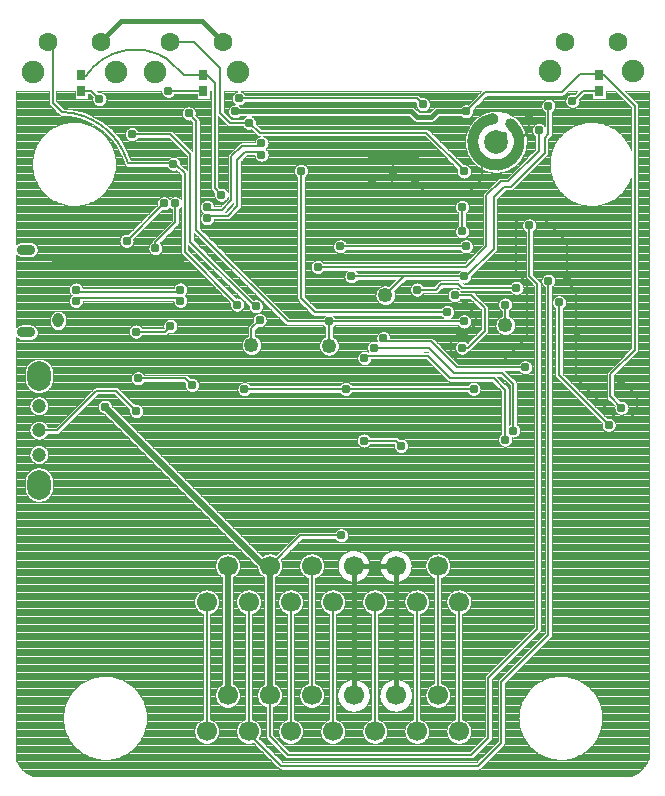
<source format=gbr>
G04 DipTrace 3.3.1.3*
G04 Top.gbr*
%MOMM*%
G04 #@! TF.FileFunction,Copper,L1,Top*
G04 #@! TF.Part,Single*
G04 #@! TA.AperFunction,Conductor*
%ADD13C,0.4*%
%ADD14C,0.2*%
%ADD16C,0.5*%
G04 #@! TA.AperFunction,CopperBalancing*
%ADD17C,0.1*%
G04 #@! TA.AperFunction,Nonconductor*
%ADD20C,0.9*%
%ADD21R,0.7X0.9*%
G04 #@! TA.AperFunction,ComponentPad*
%ADD26C,1.7*%
%ADD30O,0.95X1.25*%
%ADD31O,1.55X0.9*%
%ADD44C,1.6*%
%ADD45C,1.9*%
%ADD49C,2.0*%
%ADD50C,0.7*%
G04 #@! TA.AperFunction,ComponentPad*
%ADD51O,2.0X2.5*%
%ADD52C,1.2*%
%ADD53C,1.25*%
G04 #@! TA.AperFunction,ViaPad*
%ADD69C,0.7874*%
%FSLAX35Y35*%
G04*
G71*
G90*
G75*
G01*
G04 Top*
%LPD*%
X2905007Y6683257D2*
D13*
X4395893D1*
X4443513Y6635637D1*
X4566013D1*
X4613633Y6683257D1*
X4857630D1*
X5984757Y6987880D2*
D14*
Y6999323D1*
X5821943D1*
X5670307Y6847687D1*
X5022060D1*
X4857630Y6683257D1*
X2635133Y6987883D2*
X2663880D1*
X2730380Y6921383D1*
Y6034417D1*
X2787237Y5977560D1*
X5984757Y6987880D2*
X6029383D1*
X6286380Y6730883D1*
Y4667130D1*
X6080007Y4460757D1*
Y4270257D1*
X6175257Y4175007D1*
X1603257Y6987880D2*
Y6984527D1*
X1641213D1*
G02X2338357Y7122210I417415J-279738D01*
G01*
X2472683Y6987883D1*
X2635133D1*
X2065003Y4819417D2*
X2309187D1*
X2356220Y4866450D1*
X2229450Y5524383D2*
Y5578573D1*
X2397007Y5746130D1*
Y5905383D1*
X2936757Y6794380D2*
X4442937D1*
X4493457Y6743860D1*
X5175130Y6476880D2*
X5162523D1*
X5113810Y6428167D1*
X3908507Y2835257D2*
D13*
Y1739880D1*
X4264507Y2835257D2*
Y1739880D1*
X4063883Y6286380D2*
D14*
X4237000D1*
X4429007D1*
X4237000D2*
Y6176763D1*
X4238507Y6175257D1*
X4063883Y6080007D2*
X4234207D1*
X4429007D1*
X4234207D2*
Y6170957D1*
X4238507Y6175257D1*
X1767507Y7270657D2*
D13*
Y7276133D1*
X1936630Y7445257D1*
X2624753D1*
X2799380Y7270630D1*
X3908507Y2835257D2*
X4264507D1*
X4918663Y6427733D2*
D14*
Y6319903D1*
X4993763Y6244803D1*
Y6114513D1*
X4863477Y5984227D1*
X4524787D1*
X4429007Y6080007D1*
X5306917Y6428617D2*
Y6360663D1*
X5191057Y6244803D1*
X4993763D1*
X5712780Y5245050D2*
X5708463D1*
X5794257Y5159257D1*
Y4764723D1*
Y4426713D1*
X6137930Y4083040D1*
X6236850D1*
X6302797Y4148987D1*
Y4269717D1*
X6175257Y4397257D1*
X5395470Y6644227D2*
Y6517170D1*
X5306917Y6428617D1*
X2440167Y5412620D2*
X1405977D1*
X1404713Y5413883D1*
X4848933Y5035930D2*
X4867987D1*
X4947020Y4956897D1*
Y4883523D1*
X4857630Y4794133D1*
X4778260D1*
X4730633Y4746507D1*
Y4635377D1*
X4794130Y4571880D1*
X5175130D1*
X5375827Y4772577D1*
Y5228437D1*
X5286257Y5318007D1*
Y5746630D1*
X5333883Y5794257D1*
X5492633D1*
X5712780Y5574110D1*
Y5245050D1*
X5794983Y4764723D2*
X5794257D1*
X2920880Y5048130D2*
X2923453D1*
X2476380Y5495203D1*
Y6159383D1*
X2397007Y6238757D1*
X2381130D1*
X1317507Y7270657D2*
X1357930D1*
Y6755997D1*
X1436067Y6677860D1*
X1449630D1*
G02X1989160Y6267583I-28303J-597110D01*
G01*
X1996573Y6245053D1*
X2381130D1*
Y6238757D1*
X5191007Y4873507D2*
Y5048130D1*
X3698757Y4905257D2*
X4841757D1*
X2510463Y6665987D2*
X2572083Y6604367D1*
Y5683063D1*
X3349890Y4905257D1*
X3698757D1*
Y4698883D2*
Y4905257D1*
X3889257Y5286257D2*
X4335107D1*
X4841757D1*
X4857633D1*
X5091810Y5520433D1*
Y5956860D1*
X5181390Y6046440D1*
X5236817D1*
X5524380Y6334003D1*
Y6461003D1*
X5556133Y6492757D1*
Y6730880D1*
X4175007Y5127507D2*
X4176357D1*
X4335107Y5286257D1*
X3042083Y4703857D2*
Y4846793D1*
X3111163Y4915873D1*
X5258127Y3981687D2*
Y4377290D1*
X5166893Y4468523D1*
X4755353D1*
X4545647Y4678230D1*
X4081017D1*
Y4682660D1*
X5360040Y4517107D2*
X4781673D1*
X4563070Y4735710D1*
X4159133D1*
Y4762383D1*
X3079630Y5032257D2*
X3070560D1*
X2523690Y5579127D1*
Y6320543D1*
X2354163Y6490070D1*
X2029660D1*
X3462393Y6180123D2*
Y5100140D1*
X3577903Y4984630D1*
X4698880D1*
X5286257Y5191007D2*
X4825883D1*
X4794133Y5222757D1*
X4651257D1*
X4603633Y5175133D1*
X4444883D1*
X5646877Y5067140D2*
Y4447857D1*
X6065917Y4028817D1*
X4857630Y5540257D2*
X3794007D1*
X4825880Y5873633D2*
Y5667257D1*
X4762383Y5127507D2*
X4905257D1*
X5016380Y5016383D1*
Y4825880D1*
X4873507Y4683007D1*
X4825880D1*
X3603507Y5365630D2*
X4857630D1*
X5032257Y5540257D1*
Y5971623D1*
X5152343Y6091710D1*
X5218587D1*
X5476757Y6349880D1*
Y6524507D1*
X5189487Y3904913D2*
Y4328820D1*
X5093133Y4425173D1*
X4724870D1*
X4535480Y4614563D1*
X3999127D1*
Y4595690D1*
X2337830Y6857883D2*
X2635133D1*
X2067180Y4145030D2*
X1894327Y4317883D1*
X1730260D1*
X1396690Y3984313D1*
X1242710D1*
X1603257Y6857880D2*
X1684160D1*
X1755710Y6786330D1*
X5760480Y6772670D2*
X5762717D1*
X5847927Y6857880D1*
X5984757D1*
X2349380Y7270630D2*
X2556663D1*
X2778500Y7048793D1*
Y6666887D1*
X2857380Y6588007D1*
X3025463D1*
X3110803Y6502667D1*
X4522627D1*
X4841757Y6183537D1*
Y6175257D1*
X3018980Y6587967D2*
X3025463Y6588007D1*
X2301757Y5905383D2*
Y5904727D1*
X1984493Y5587463D1*
X2840507Y2835257D2*
D16*
Y1739880D1*
X3196507Y2835257D2*
Y1739880D1*
D14*
Y1391130D1*
X3349507Y1238130D1*
X4905253D1*
X5048130Y1381007D1*
Y1889007D1*
X5462773Y2303650D1*
Y5220867D1*
X5395043Y5288597D1*
Y5717620D1*
X3196507Y2835257D2*
D16*
X3149023D1*
X1801147Y4183133D1*
X3802930Y3093990D2*
D14*
X3455240D1*
X3196507Y2835257D1*
X3018507Y2530257D2*
Y1434880D1*
X5555667Y5249677D2*
Y2253913D1*
X5157493Y1855740D1*
Y1339960D1*
X4958917Y1141383D1*
X3296680D1*
X3016133Y1421930D1*
Y1434880D1*
X3018507D1*
X4798507Y2530257D2*
Y1434880D1*
X4620507Y2835257D2*
Y1739880D1*
X3730507Y2530257D2*
Y1434880D1*
X4442507Y2530257D2*
Y1434880D1*
X3993723Y3897017D2*
X4263617D1*
X4308363Y3852270D1*
X4086507Y2530257D2*
Y1434880D1*
X2662507Y2530257D2*
Y1434880D1*
X3552507Y2835257D2*
Y1739880D1*
X3374507Y2530257D2*
Y1434880D1*
X1555630Y5175130D2*
Y5155263D1*
X2441083D1*
Y5175130D1*
X1555630Y5079883D2*
Y5106953D1*
X2441083D1*
Y5079883D1*
X2666880Y5873630D2*
Y5851197D1*
X2792650D1*
X2873257Y5931803D1*
Y6302257D1*
X2962407Y6391407D1*
X3127257D1*
Y6413380D1*
X2666880Y5778383D2*
Y5801483D1*
X2839847D1*
X2920880Y5882517D1*
Y6270503D1*
X2991333Y6340957D1*
X3127257D1*
Y6318133D1*
X2082187Y4422720D2*
X2482667D1*
X2539880Y4365507D1*
X2983267Y4330483D2*
Y4333917D1*
X3841563D1*
Y4336687D1*
X4921957D1*
X4922397Y4336247D1*
Y4334487D1*
D69*
X2510463Y6665987D3*
X5476757Y6524507D3*
X2337830Y6857883D3*
X5760480Y6772670D3*
X1555630Y5175130D3*
Y5079883D3*
X2441083Y5175130D3*
Y5079883D3*
X2787237Y5977560D3*
X2301757Y5905383D3*
X2397007D3*
X1984493Y5587463D3*
X2229450Y5524383D3*
X2936757Y6794380D3*
X4493457Y6743860D3*
X2381130Y6238757D3*
X2920880Y5048130D3*
X4841757Y6175257D3*
X2065003Y4819417D3*
X2356220Y4866450D3*
X2905007Y6683257D3*
X4857630D3*
X2440167Y5412620D3*
X3111163Y4915873D3*
X5191007Y5048130D3*
X3802930Y3093990D3*
X4238507Y6175257D3*
X4063883Y6286380D3*
X4429007D3*
X4063883Y6080007D3*
X4429007D3*
X5395043Y5717620D3*
X5555667Y5249677D3*
X3127257Y6413380D3*
Y6318133D3*
X2666880Y5873630D3*
Y5778383D3*
X4825880Y4683007D3*
X4308363Y3852270D3*
X3794007Y5540257D3*
X4857630D3*
X4698880Y4984630D3*
X1801147Y4183133D3*
X2082187Y4422720D3*
X1755710Y6786330D3*
X2029660Y6490070D3*
X3462393Y6180123D3*
X4841757Y4905257D3*
X2539880Y4365507D3*
X4841757Y5286257D3*
X3698757Y4905257D3*
X3889257Y5286257D3*
X5395470Y6644227D3*
X3079630Y5032257D3*
X3603507Y5365630D3*
X6175257Y4397257D3*
X4848933Y5035930D3*
X6175257Y4175007D3*
X4159133Y4762383D3*
X3841563Y4333917D3*
X3018980Y6587967D3*
X2983267Y4330483D3*
X4922397Y4334487D3*
X5556133Y6730880D3*
X5175130Y6476880D3*
X5712780Y5245050D3*
X4825880Y5873633D3*
X2067180Y4145030D3*
X5286257Y5191007D3*
X5646877Y5067140D3*
X4825880Y5667257D3*
X4762383Y5127507D3*
X3993723Y3897017D3*
X5794983Y4764723D3*
X4081017Y4682660D3*
X5258127Y3981687D3*
X5360040Y4517107D3*
X6065917Y4028817D3*
X4444883Y5175133D3*
X3999127Y4595690D3*
X5189487Y3904913D3*
X1053643Y6843217D2*
D17*
X1326331D1*
X1389522D2*
X1546663D1*
X1775694D2*
X2278674D1*
X2691729D2*
X2698772D1*
X2810108D2*
X2900960D1*
X2972569D2*
X4973323D1*
X5710108D2*
X5788987D1*
X6041358D2*
X6129768D1*
X6218331D2*
X6407385D1*
X1053643Y6833550D2*
X1326331D1*
X1389522D2*
X1546663D1*
X1793682D2*
X2282014D1*
X2691729D2*
X2698772D1*
X2810108D2*
X2890354D1*
X2983174D2*
X4963655D1*
X5700440D2*
X5779319D1*
X6041358D2*
X6139436D1*
X6227979D2*
X6407385D1*
X1053643Y6823883D2*
X1326331D1*
X1389522D2*
X1546663D1*
X1659854D2*
X1673889D1*
X1803467D2*
X2287424D1*
X2388233D2*
X2578538D1*
X2691729D2*
X2698772D1*
X2810108D2*
X2883538D1*
X4452061D2*
X4953987D1*
X5690538D2*
X5728284D1*
X5858213D2*
X5928147D1*
X6041358D2*
X6149104D1*
X6237647D2*
X6407385D1*
X1053643Y6814217D2*
X1326331D1*
X1389522D2*
X1546663D1*
X1659854D2*
X1683557D1*
X1809795D2*
X2295725D1*
X2379932D2*
X2578538D1*
X2691729D2*
X2698772D1*
X2810108D2*
X2879163D1*
X4467374D2*
X4944319D1*
X5032862D2*
X5716233D1*
X5848545D2*
X5928147D1*
X6041358D2*
X6158772D1*
X6247315D2*
X6407385D1*
X1053643Y6804550D2*
X1326331D1*
X1389522D2*
X1546663D1*
X1659854D2*
X1693206D1*
X1813838D2*
X2309417D1*
X2366260D2*
X2578538D1*
X2691729D2*
X2698772D1*
X2810108D2*
X2876663D1*
X4477042D2*
X4934651D1*
X5023194D2*
X5708694D1*
X5838878D2*
X5928147D1*
X6041358D2*
X6168440D1*
X6256983D2*
X6407385D1*
X1053643Y6794883D2*
X1326331D1*
X1389522D2*
X1546663D1*
X1659854D2*
X1695354D1*
X1816065D2*
X2578538D1*
X2691729D2*
X2698772D1*
X2810108D2*
X2875784D1*
X4525967D2*
X4924983D1*
X5013526D2*
X5703772D1*
X5829210D2*
X5928147D1*
X6041358D2*
X6178108D1*
X6266651D2*
X6407385D1*
X1053643Y6785217D2*
X1326331D1*
X1389522D2*
X1694749D1*
X1816670D2*
X2698772D1*
X2810108D2*
X2876487D1*
X4537881D2*
X4915315D1*
X5003858D2*
X5529749D1*
X5582510D2*
X5700842D1*
X5820128D2*
X6187776D1*
X6276319D2*
X6407385D1*
X1053643Y6775550D2*
X1326331D1*
X1389522D2*
X1695725D1*
X1815694D2*
X2698772D1*
X2810108D2*
X2878811D1*
X4545362D2*
X4905647D1*
X4994190D2*
X5515120D1*
X5597139D2*
X5699573D1*
X5821378D2*
X6197444D1*
X6285987D2*
X6407385D1*
X1053643Y6765883D2*
X1326331D1*
X1392315D2*
X1698342D1*
X1813096D2*
X2698772D1*
X2810108D2*
X2882991D1*
X4550245D2*
X4895979D1*
X4984522D2*
X5506448D1*
X5605831D2*
X5699905D1*
X5821065D2*
X6207112D1*
X6295655D2*
X6407385D1*
X1053643Y6756217D2*
X1326331D1*
X1401983D2*
X1702854D1*
X1808565D2*
X2698772D1*
X2810108D2*
X2889495D1*
X2984014D2*
X4433772D1*
X4553135D2*
X4886311D1*
X4974874D2*
X5500784D1*
X5611495D2*
X5701819D1*
X5819151D2*
X6216780D1*
X6305323D2*
X6407385D1*
X1053643Y6746550D2*
X1327815D1*
X1411651D2*
X1709827D1*
X1801592D2*
X2698772D1*
X2810108D2*
X2899573D1*
X2973936D2*
X4432542D1*
X4554366D2*
X4876643D1*
X4965206D2*
X5497249D1*
X5615010D2*
X5705491D1*
X5815460D2*
X6226448D1*
X6313663D2*
X6407385D1*
X1053643Y6736883D2*
X1333030D1*
X1421319D2*
X1720784D1*
X1790635D2*
X2698772D1*
X2810108D2*
X2877170D1*
X2954795D2*
X4432893D1*
X4554014D2*
X4829788D1*
X4955538D2*
X5495471D1*
X5616807D2*
X5711350D1*
X5809600D2*
X6236096D1*
X6317393D2*
X6407385D1*
X1053643Y6727217D2*
X1342444D1*
X1430987D2*
X1744612D1*
X1766807D2*
X2698772D1*
X2810108D2*
X2863225D1*
X2946807D2*
X4434846D1*
X4552081D2*
X4815842D1*
X4945870D2*
X5495276D1*
X5616983D2*
X5720354D1*
X5800596D2*
X6245764D1*
X6317979D2*
X6407385D1*
X1053643Y6717550D2*
X1352092D1*
X1440655D2*
X2478850D1*
X2542081D2*
X2698772D1*
X2810108D2*
X2854807D1*
X4418624D2*
X4438557D1*
X4548350D2*
X4590901D1*
X4936202D2*
X5496663D1*
X5615596D2*
X5735862D1*
X5785108D2*
X6254788D1*
X6317979D2*
X6407385D1*
X1053643Y6707883D2*
X1361760D1*
X1458545D2*
X2466565D1*
X2554366D2*
X2698772D1*
X2810108D2*
X2849319D1*
X4429678D2*
X4444475D1*
X4542432D2*
X4579846D1*
X4926534D2*
X5499749D1*
X5612510D2*
X6254788D1*
X6317979D2*
X6407385D1*
X1053643Y6698217D2*
X1371428D1*
X1536710D2*
X2458889D1*
X2562042D2*
X2698772D1*
X2810108D2*
X2845940D1*
X4439346D2*
X4453557D1*
X4533350D2*
X4570178D1*
X4916866D2*
X5504846D1*
X5607432D2*
X6254788D1*
X6317979D2*
X6407385D1*
X1053643Y6688550D2*
X1381096D1*
X1579952D2*
X2453909D1*
X2567022D2*
X2698772D1*
X2810108D2*
X2844280D1*
X4449014D2*
X4469280D1*
X4517628D2*
X4560510D1*
X4918370D2*
X5103870D1*
X5121260D2*
X5512659D1*
X5599620D2*
X6254788D1*
X6317979D2*
X6407385D1*
X1053643Y6678883D2*
X1390764D1*
X1613721D2*
X2450901D1*
X2570030D2*
X2698772D1*
X2810772D2*
X2844202D1*
X4458682D2*
X4550842D1*
X4918448D2*
X5042385D1*
X5182295D2*
X5524534D1*
X5587725D2*
X6254788D1*
X6317979D2*
X6407385D1*
X1053643Y6669217D2*
X1400432D1*
X1642081D2*
X2449573D1*
X2571338D2*
X2698772D1*
X2820440D2*
X2845706D1*
X4916924D2*
X5014065D1*
X5209932D2*
X5524534D1*
X5587725D2*
X6254788D1*
X6317979D2*
X6407385D1*
X1053643Y6659550D2*
X1410100D1*
X1665831D2*
X2449846D1*
X2571085D2*
X2698772D1*
X2830108D2*
X2848928D1*
X4913721D2*
X4991565D1*
X5228897D2*
X5524534D1*
X5587725D2*
X6254788D1*
X6317979D2*
X6407385D1*
X1053643Y6649883D2*
X1422678D1*
X1688135D2*
X2451702D1*
X2570850D2*
X2698772D1*
X2839776D2*
X2854182D1*
X4908448D2*
X4975120D1*
X5247862D2*
X5524534D1*
X5587725D2*
X6254788D1*
X6317979D2*
X6407385D1*
X1053643Y6640217D2*
X1510667D1*
X1707588D2*
X2455315D1*
X2580518D2*
X2698772D1*
X2849444D2*
X2862249D1*
X2947764D2*
X2988538D1*
X3049405D2*
X4380510D1*
X4629014D2*
X4814866D1*
X4900381D2*
X4958420D1*
X5266710D2*
X5524534D1*
X5587725D2*
X6254788D1*
X6317979D2*
X6407385D1*
X1053643Y6630550D2*
X1557698D1*
X1725753D2*
X2461077D1*
X2590167D2*
X2698772D1*
X2761983D2*
X2770569D1*
X2859112D2*
X2875393D1*
X2934620D2*
X2975745D1*
X3062198D2*
X4390178D1*
X4619346D2*
X4828030D1*
X4887237D2*
X4946585D1*
X5278096D2*
X5524534D1*
X5587725D2*
X6254788D1*
X6317979D2*
X6407385D1*
X1053643Y6620883D2*
X1592190D1*
X1743194D2*
X2469944D1*
X2598838D2*
X2698772D1*
X2761983D2*
X2780237D1*
X2868780D2*
X2967854D1*
X3070108D2*
X4399846D1*
X4609678D2*
X4936213D1*
X5288624D2*
X5524534D1*
X5587725D2*
X6254788D1*
X6317979D2*
X6407385D1*
X1053643Y6611217D2*
X1620549D1*
X1758292D2*
X2485042D1*
X2602901D2*
X2698772D1*
X2761983D2*
X2789885D1*
X3075264D2*
X4409514D1*
X4600010D2*
X4926233D1*
X5298448D2*
X5524534D1*
X5587725D2*
X6254788D1*
X6317979D2*
X6407385D1*
X1053643Y6601550D2*
X1643753D1*
X1773370D2*
X2530628D1*
X2603682D2*
X2698772D1*
X2761983D2*
X2799553D1*
X3078389D2*
X4420452D1*
X4589073D2*
X4916272D1*
X5308272D2*
X5524534D1*
X5587725D2*
X6254788D1*
X6317979D2*
X6407385D1*
X1053643Y6591883D2*
X1499221D1*
X1580303D2*
X1666057D1*
X1787491D2*
X2540295D1*
X2603682D2*
X2698772D1*
X2761983D2*
X2809221D1*
X3079815D2*
X4908069D1*
X5316788D2*
X5524534D1*
X5587725D2*
X5880725D1*
X5961788D2*
X6254788D1*
X6317979D2*
X6407385D1*
X1053643Y6582217D2*
X1447678D1*
X1631846D2*
X1684299D1*
X1800206D2*
X2540491D1*
X2603682D2*
X2698772D1*
X2761983D2*
X2818889D1*
X3079678D2*
X4899749D1*
X5325381D2*
X5459456D1*
X5494073D2*
X5524534D1*
X5587725D2*
X5829163D1*
X6013350D2*
X6254788D1*
X6317979D2*
X6407385D1*
X1053643Y6572550D2*
X1416917D1*
X1662588D2*
X1702463D1*
X1812920D2*
X2540491D1*
X2603682D2*
X2698772D1*
X2761983D2*
X2828557D1*
X3085186D2*
X4894260D1*
X5330870D2*
X5439866D1*
X5513643D2*
X5524534D1*
X5587725D2*
X5798420D1*
X6044092D2*
X6254788D1*
X6317979D2*
X6407385D1*
X1053643Y6562883D2*
X1393147D1*
X1686378D2*
X1718284D1*
X1825167D2*
X2540491D1*
X2603682D2*
X2698772D1*
X2761983D2*
X2838909D1*
X3094854D2*
X4887424D1*
X5337139D2*
X5429670D1*
X5587725D2*
X5774651D1*
X6067862D2*
X6254788D1*
X6317979D2*
X6407385D1*
X1053643Y6553217D2*
X1373303D1*
X1706221D2*
X1733381D1*
X1835948D2*
X2540491D1*
X2603682D2*
X2698772D1*
X2761983D2*
X2969104D1*
X3104522D2*
X4881838D1*
X5342999D2*
X5423108D1*
X5587725D2*
X5754807D1*
X6087725D2*
X6254788D1*
X6317979D2*
X6407385D1*
X1053643Y6543550D2*
X1356096D1*
X1723409D2*
X1747952D1*
X1846729D2*
X2001526D1*
X2057803D2*
X2540491D1*
X2603682D2*
X2698772D1*
X2761983D2*
X2977678D1*
X3114190D2*
X4877327D1*
X5347452D2*
X5418889D1*
X5587725D2*
X5737600D1*
X6104913D2*
X6254788D1*
X6317979D2*
X6407385D1*
X1053643Y6533883D2*
X1340862D1*
X1738643D2*
X1760667D1*
X1857530D2*
X1987717D1*
X2071612D2*
X2540491D1*
X2603682D2*
X2698772D1*
X2761983D2*
X2992073D1*
X3123858D2*
X4872815D1*
X5351885D2*
X5416526D1*
X5587725D2*
X5722366D1*
X6120147D2*
X6254788D1*
X6317979D2*
X6407385D1*
X1053643Y6524217D2*
X1327151D1*
X1752354D2*
X1773381D1*
X1867100D2*
X1979358D1*
X2079952D2*
X2540491D1*
X2603682D2*
X2698772D1*
X2761983D2*
X3044983D1*
X4545342D2*
X4868303D1*
X5356319D2*
X5415784D1*
X5587725D2*
X5708655D1*
X6133858D2*
X6254788D1*
X6317979D2*
X6407385D1*
X1053643Y6514550D2*
X1314710D1*
X1764815D2*
X1785393D1*
X1876280D2*
X1973909D1*
X2373526D2*
X2540491D1*
X2603682D2*
X2698772D1*
X2761983D2*
X3054651D1*
X4555010D2*
X4864143D1*
X5360557D2*
X5416624D1*
X5587725D2*
X5696194D1*
X6146319D2*
X6254788D1*
X6317979D2*
X6407385D1*
X1053643Y6504883D2*
X1303303D1*
X1776202D2*
X1796174D1*
X1885479D2*
X1970549D1*
X2383624D2*
X2540491D1*
X2603682D2*
X2698772D1*
X2761983D2*
X3064319D1*
X4564678D2*
X4860881D1*
X5364249D2*
X5419085D1*
X5587725D2*
X5684807D1*
X6157706D2*
X6254788D1*
X6317979D2*
X6407385D1*
X1053643Y6495217D2*
X1292815D1*
X1786710D2*
X1806975D1*
X1894639D2*
X1968909D1*
X2393292D2*
X2540491D1*
X2603682D2*
X2698772D1*
X2761983D2*
X3073987D1*
X4574346D2*
X4858889D1*
X5365850D2*
X5423420D1*
X5587725D2*
X5674319D1*
X6168213D2*
X6254788D1*
X6317979D2*
X6407385D1*
X1053643Y6485550D2*
X1283108D1*
X1796397D2*
X1817424D1*
X1902491D2*
X1968870D1*
X2402960D2*
X2540491D1*
X2603682D2*
X2698772D1*
X2761983D2*
X3083635D1*
X4584014D2*
X4856389D1*
X5368292D2*
X5430159D1*
X5586866D2*
X5664612D1*
X6177901D2*
X6254788D1*
X6317979D2*
X6407385D1*
X1053643Y6475883D2*
X1274124D1*
X1805401D2*
X1826604D1*
X1910303D2*
X1970393D1*
X2412628D2*
X2540491D1*
X2603682D2*
X2698772D1*
X2761983D2*
X3095003D1*
X4593682D2*
X4853870D1*
X5370733D2*
X5440647D1*
X5582667D2*
X5655628D1*
X6186885D2*
X6254788D1*
X6317979D2*
X6407385D1*
X1053643Y6466217D2*
X1265764D1*
X1813741D2*
X1835784D1*
X1918116D2*
X1973635D1*
X2422295D2*
X2540491D1*
X2603682D2*
X2698772D1*
X2761983D2*
X3097893D1*
X3156631D2*
X4514807D1*
X4603350D2*
X4851936D1*
X5372803D2*
X5445159D1*
X5573878D2*
X5647268D1*
X6195245D2*
X6254788D1*
X6317979D2*
X6407385D1*
X1053643Y6456550D2*
X1257991D1*
X1821514D2*
X1844963D1*
X1925928D2*
X1978928D1*
X2080381D2*
X2343401D1*
X2431963D2*
X2540491D1*
X2603682D2*
X2698772D1*
X2761983D2*
X3084631D1*
X3169874D2*
X4524475D1*
X4613018D2*
X4851155D1*
X5373643D2*
X5445159D1*
X5564210D2*
X5639495D1*
X6203018D2*
X6254788D1*
X6317979D2*
X6407385D1*
X1053643Y6446883D2*
X1250764D1*
X1828760D2*
X1853069D1*
X1932628D2*
X1987053D1*
X2072276D2*
X2353069D1*
X2441631D2*
X2540491D1*
X2603682D2*
X2698772D1*
X2761983D2*
X3076526D1*
X3177999D2*
X4534143D1*
X4622686D2*
X4850452D1*
X5374268D2*
X5445159D1*
X5555987D2*
X5632249D1*
X6210264D2*
X6254788D1*
X6317979D2*
X6407385D1*
X1053643Y6437217D2*
X1244006D1*
X1835499D2*
X1860862D1*
X1939229D2*
X2000315D1*
X2058995D2*
X2362737D1*
X2451299D2*
X2540491D1*
X2603682D2*
X2698772D1*
X2761983D2*
X3071233D1*
X3183292D2*
X4543811D1*
X4632354D2*
X4849768D1*
X5374971D2*
X5445159D1*
X5555987D2*
X5625510D1*
X6217003D2*
X6254788D1*
X6317979D2*
X6407385D1*
X1053643Y6427550D2*
X1237717D1*
X1841788D2*
X1868674D1*
X1945831D2*
X2372405D1*
X2460967D2*
X2540491D1*
X2603682D2*
X2698772D1*
X2761983D2*
X3067991D1*
X3186534D2*
X4553460D1*
X4642022D2*
X4848753D1*
X5376358D2*
X5445159D1*
X5555987D2*
X5619221D1*
X6223292D2*
X6254788D1*
X6317979D2*
X6407385D1*
X1053643Y6417883D2*
X1231878D1*
X1847628D2*
X1876331D1*
X1952432D2*
X2382073D1*
X2470616D2*
X2540491D1*
X2603682D2*
X2698772D1*
X2761983D2*
X2946057D1*
X3188057D2*
X4563128D1*
X4651690D2*
X4849026D1*
X5375753D2*
X5445159D1*
X5555987D2*
X5613381D1*
X6229131D2*
X6254788D1*
X6317979D2*
X6407385D1*
X1053643Y6408217D2*
X1226428D1*
X1853077D2*
X1882932D1*
X1958389D2*
X2391741D1*
X2480284D2*
X2540491D1*
X2603682D2*
X2698772D1*
X2761983D2*
X2934944D1*
X3187999D2*
X4572795D1*
X4661358D2*
X4850042D1*
X5374756D2*
X5445159D1*
X5555987D2*
X5607932D1*
X6234581D2*
X6254788D1*
X6317979D2*
X6407385D1*
X1053643Y6398550D2*
X1221389D1*
X1858135D2*
X1889534D1*
X1963917D2*
X2401409D1*
X2489952D2*
X2540491D1*
X2603682D2*
X2698772D1*
X2761983D2*
X2925276D1*
X3186358D2*
X4582463D1*
X4671026D2*
X4851096D1*
X5373624D2*
X5445159D1*
X5555987D2*
X5602874D1*
X6239639D2*
X6254788D1*
X6317979D2*
X6407385D1*
X1053643Y6388883D2*
X1216702D1*
X1862823D2*
X1896135D1*
X1969424D2*
X2411077D1*
X2499620D2*
X2540491D1*
X2603682D2*
X2698772D1*
X2761983D2*
X2915608D1*
X3182999D2*
X4592131D1*
X4680694D2*
X4852170D1*
X5372491D2*
X5445159D1*
X5555987D2*
X5598186D1*
X6244327D2*
X6254788D1*
X6317979D2*
X6407385D1*
X1053643Y6379217D2*
X1212366D1*
X1867159D2*
X1902483D1*
X1974952D2*
X2420745D1*
X2509288D2*
X2540491D1*
X2603682D2*
X2698772D1*
X2761983D2*
X2905940D1*
X3177549D2*
X4601799D1*
X4690342D2*
X4853245D1*
X5371358D2*
X5445159D1*
X5555987D2*
X5593870D1*
X6248643D2*
X6254780D1*
X6317979D2*
X6407385D1*
X1053643Y6369550D2*
X1208362D1*
X1871143D2*
X1907991D1*
X1980401D2*
X2430413D1*
X2518956D2*
X2540491D1*
X2603682D2*
X2698772D1*
X2761983D2*
X2896272D1*
X3169190D2*
X4611467D1*
X4700010D2*
X4855120D1*
X5369678D2*
X5445159D1*
X5555987D2*
X5589866D1*
X6317979D2*
X6407385D1*
X1053643Y6359883D2*
X1204710D1*
X1874815D2*
X1913518D1*
X1984932D2*
X2440081D1*
X2528624D2*
X2540491D1*
X2603682D2*
X2698772D1*
X2761983D2*
X2886604D1*
X3171299D2*
X4621135D1*
X4709678D2*
X4857991D1*
X5366788D2*
X5442483D1*
X5555987D2*
X5586213D1*
X6317979D2*
X6407385D1*
X1053643Y6350217D2*
X1201350D1*
X1878155D2*
X1919026D1*
X1989463D2*
X2449749D1*
X2603682D2*
X2698772D1*
X2761983D2*
X2876936D1*
X3178917D2*
X4630803D1*
X4719346D2*
X4860608D1*
X5364522D2*
X5432815D1*
X5555987D2*
X5582854D1*
X6317979D2*
X6407385D1*
X1053643Y6340550D2*
X1198323D1*
X1881202D2*
X1924417D1*
X1994014D2*
X2459417D1*
X2603682D2*
X2698772D1*
X2761983D2*
X2867268D1*
X3183878D2*
X4640471D1*
X4729014D2*
X4863811D1*
X5361280D2*
X5423147D1*
X5555987D2*
X5579807D1*
X6317979D2*
X6407385D1*
X1053643Y6330883D2*
X1195569D1*
X1883936D2*
X1928948D1*
X1998545D2*
X2469065D1*
X2603682D2*
X2698772D1*
X2761983D2*
X2857600D1*
X3186846D2*
X4650139D1*
X4738682D2*
X4866799D1*
X5357842D2*
X5413479D1*
X5555831D2*
X5577073D1*
X6317979D2*
X6407385D1*
X1053643Y6321217D2*
X1193128D1*
X1886397D2*
X1933479D1*
X2002764D2*
X2478733D1*
X2603682D2*
X2698772D1*
X2761983D2*
X2848245D1*
X3188155D2*
X4659807D1*
X4748350D2*
X4871057D1*
X5353799D2*
X5403811D1*
X5553174D2*
X5574631D1*
X6317979D2*
X6407385D1*
X1053643Y6311550D2*
X1190960D1*
X1888545D2*
X1938010D1*
X2006378D2*
X2488401D1*
X2603682D2*
X2698772D1*
X2761983D2*
X2843108D1*
X3187862D2*
X4669475D1*
X4758018D2*
X4876018D1*
X5348760D2*
X5394143D1*
X5546202D2*
X5572463D1*
X6317979D2*
X6407385D1*
X1053643Y6301883D2*
X1189085D1*
X1890440D2*
X1942542D1*
X2009991D2*
X2492092D1*
X2603682D2*
X2698772D1*
X2761983D2*
X2841663D1*
X2996534D2*
X3068538D1*
X3185987D2*
X4679143D1*
X4767686D2*
X4880979D1*
X5343702D2*
X5384475D1*
X5536534D2*
X5570569D1*
X6317979D2*
X6407385D1*
X1053643Y6292217D2*
X1187463D1*
X1892042D2*
X1946272D1*
X2013624D2*
X2352952D1*
X2409307D2*
X2492092D1*
X2603682D2*
X2698772D1*
X2761983D2*
X2841663D1*
X2986866D2*
X3072170D1*
X3182335D2*
X4688811D1*
X4777354D2*
X4885940D1*
X5338663D2*
X5374827D1*
X5526866D2*
X5568967D1*
X6317979D2*
X6407385D1*
X1053643Y6282550D2*
X1186135D1*
X1893389D2*
X1949885D1*
X2017237D2*
X2339163D1*
X2423096D2*
X2492092D1*
X2603682D2*
X2698772D1*
X2761983D2*
X2841663D1*
X2977198D2*
X3077991D1*
X3176534D2*
X4698460D1*
X4787022D2*
X4891682D1*
X5333096D2*
X5365159D1*
X5517198D2*
X5567639D1*
X6317979D2*
X6407385D1*
X1053643Y6272883D2*
X1185061D1*
X1894444D2*
X1953499D1*
X2431436D2*
X2492092D1*
X2603682D2*
X2698772D1*
X2761983D2*
X2841663D1*
X2967530D2*
X3086897D1*
X3167608D2*
X4708128D1*
X4796690D2*
X4898479D1*
X5326651D2*
X5355491D1*
X5507530D2*
X5566565D1*
X6317979D2*
X6407385D1*
X1053643Y6263217D2*
X1184260D1*
X1895245D2*
X1957112D1*
X2436885D2*
X2492092D1*
X2603682D2*
X2698772D1*
X2761983D2*
X2841663D1*
X2957862D2*
X3102170D1*
X3152354D2*
X4717795D1*
X4806358D2*
X4906526D1*
X5318155D2*
X5345823D1*
X5497862D2*
X5565764D1*
X6317979D2*
X6407385D1*
X1053643Y6253550D2*
X1183733D1*
X1895792D2*
X1960569D1*
X2440245D2*
X2492092D1*
X2603682D2*
X2698772D1*
X2761983D2*
X2841663D1*
X2952471D2*
X4727463D1*
X4816026D2*
X4913967D1*
X5310616D2*
X5336155D1*
X5488194D2*
X5565237D1*
X6317979D2*
X6407385D1*
X1053643Y6243883D2*
X1183460D1*
X1896045D2*
X1963753D1*
X2441885D2*
X2492092D1*
X2603682D2*
X2698772D1*
X2761983D2*
X2841663D1*
X2952471D2*
X4737131D1*
X4825694D2*
X4922659D1*
X5302198D2*
X5326487D1*
X5478526D2*
X5564963D1*
X6317979D2*
X6407385D1*
X1053643Y6234217D2*
X1183460D1*
X1896065D2*
X1966956D1*
X2445831D2*
X2492092D1*
X2603682D2*
X2698772D1*
X2761983D2*
X2841663D1*
X2952471D2*
X3435510D1*
X3489288D2*
X4746799D1*
X4853721D2*
X4933420D1*
X5291358D2*
X5316819D1*
X5468878D2*
X5564944D1*
X6317979D2*
X6407385D1*
X1053643Y6224550D2*
X1183713D1*
X1895811D2*
X1972854D1*
X2455479D2*
X2492092D1*
X2603682D2*
X2698772D1*
X2761983D2*
X2841663D1*
X2952471D2*
X3421116D1*
X3503682D2*
X4756467D1*
X4876905D2*
X4944163D1*
X5280440D2*
X5307151D1*
X5459210D2*
X5565198D1*
X6317979D2*
X6407385D1*
X1053643Y6214883D2*
X1184221D1*
X1895284D2*
X1990452D1*
X2465147D2*
X2492092D1*
X2603682D2*
X2698772D1*
X2761983D2*
X2841663D1*
X2952471D2*
X3412522D1*
X3512256D2*
X4766135D1*
X4887764D2*
X4955549D1*
X5269170D2*
X5297483D1*
X5449542D2*
X5565725D1*
X6317979D2*
X6407385D1*
X1053643Y6205217D2*
X1185003D1*
X1894503D2*
X2330413D1*
X2474815D2*
X2492092D1*
X2603682D2*
X2698772D1*
X2761983D2*
X2841663D1*
X2952471D2*
X3406917D1*
X3517862D2*
X4775803D1*
X4894698D2*
X4971038D1*
X5253741D2*
X5287815D1*
X5439874D2*
X5566506D1*
X6317979D2*
X6407385D1*
X1053643Y6195550D2*
X1186057D1*
X1893448D2*
X2338538D1*
X2484483D2*
X2492092D1*
X2603682D2*
X2698772D1*
X2761983D2*
X2841663D1*
X2952471D2*
X3403440D1*
X3521338D2*
X4784319D1*
X4899190D2*
X4986799D1*
X5237725D2*
X5278147D1*
X5430206D2*
X5567561D1*
X6317979D2*
X6407385D1*
X1053643Y6185883D2*
X1187385D1*
X1892139D2*
X2351838D1*
X2603682D2*
X2698772D1*
X2761983D2*
X2841663D1*
X2952471D2*
X3401702D1*
X3523077D2*
X4781741D1*
X4901768D2*
X5007073D1*
X5217881D2*
X5268479D1*
X5420538D2*
X5568870D1*
X6317979D2*
X6407385D1*
X1053643Y6176217D2*
X1188967D1*
X1890538D2*
X2415276D1*
X2603682D2*
X2698772D1*
X2761983D2*
X2841663D1*
X2952471D2*
X3401545D1*
X3523233D2*
X4780803D1*
X4902725D2*
X5032170D1*
X5192842D2*
X5258811D1*
X5410870D2*
X5570471D1*
X6317979D2*
X6407385D1*
X1053643Y6166550D2*
X1190842D1*
X1888682D2*
X2424944D1*
X2603682D2*
X2698772D1*
X2761983D2*
X2841663D1*
X2952471D2*
X3402971D1*
X3521807D2*
X4781428D1*
X4902100D2*
X5075862D1*
X5148389D2*
X5249143D1*
X5401202D2*
X5572346D1*
X6317979D2*
X6407385D1*
X1053643Y6156883D2*
X1192991D1*
X1886534D2*
X2434612D1*
X2603682D2*
X2698772D1*
X2761983D2*
X2841663D1*
X2952471D2*
X3406116D1*
X3518682D2*
X4783674D1*
X4899835D2*
X5239475D1*
X5391534D2*
X5574475D1*
X6317979D2*
X6407385D1*
X1053643Y6147217D2*
X1195413D1*
X1884092D2*
X2444280D1*
X2603682D2*
X2698772D1*
X2761983D2*
X2841663D1*
X2952471D2*
X3411253D1*
X3513526D2*
X4787737D1*
X4895772D2*
X5229827D1*
X5381866D2*
X5576917D1*
X6317979D2*
X6407385D1*
X1053643Y6137550D2*
X1198147D1*
X1881378D2*
X2444788D1*
X2603682D2*
X2698772D1*
X2761983D2*
X2841663D1*
X2952471D2*
X3419163D1*
X3505635D2*
X4794124D1*
X4889385D2*
X5220159D1*
X5372198D2*
X5579631D1*
X6317979D2*
X6407385D1*
X1053643Y6127883D2*
X1201155D1*
X1878350D2*
X2444788D1*
X2603682D2*
X2698772D1*
X2761983D2*
X2841663D1*
X2952471D2*
X3430784D1*
X3493995D2*
X4803987D1*
X4879522D2*
X5210491D1*
X5362530D2*
X5582659D1*
X6317979D2*
X6407385D1*
X1053643Y6118217D2*
X1204495D1*
X1875010D2*
X2444788D1*
X2603682D2*
X2698772D1*
X2761983D2*
X2841663D1*
X2952471D2*
X3430784D1*
X3493995D2*
X4822249D1*
X4861280D2*
X5136057D1*
X5352862D2*
X5585999D1*
X6317979D2*
X6407385D1*
X1053643Y6108550D2*
X1208147D1*
X1871378D2*
X2444788D1*
X2603682D2*
X2698772D1*
X2761983D2*
X2841663D1*
X2952471D2*
X3430784D1*
X3493995D2*
X5124905D1*
X5343194D2*
X5589631D1*
X6317979D2*
X6407385D1*
X1053643Y6098883D2*
X1212112D1*
X1867393D2*
X2444788D1*
X2603682D2*
X2698772D1*
X2761983D2*
X2841663D1*
X2952471D2*
X3430784D1*
X3493995D2*
X5115237D1*
X5333526D2*
X5593616D1*
X6248897D2*
X6254789D1*
X6317979D2*
X6407385D1*
X1053643Y6089217D2*
X1216428D1*
X1863096D2*
X2444788D1*
X2603682D2*
X2698772D1*
X2761983D2*
X2841663D1*
X2952471D2*
X3430784D1*
X3493995D2*
X5105569D1*
X5323878D2*
X5597913D1*
X6244600D2*
X6254788D1*
X6317979D2*
X6407385D1*
X1053643Y6079550D2*
X1221077D1*
X1858428D2*
X2444788D1*
X2603682D2*
X2698772D1*
X2761983D2*
X2841663D1*
X2952471D2*
X3430784D1*
X3493995D2*
X5095901D1*
X5314210D2*
X5602581D1*
X6239932D2*
X6254788D1*
X6317979D2*
X6407385D1*
X1053643Y6069883D2*
X1226116D1*
X1853389D2*
X2444788D1*
X2603682D2*
X2698772D1*
X2761983D2*
X2841663D1*
X2952471D2*
X3430784D1*
X3493995D2*
X5086233D1*
X5304542D2*
X5607620D1*
X6234893D2*
X6254788D1*
X6317979D2*
X6407385D1*
X1053643Y6060217D2*
X1231526D1*
X1847979D2*
X2444788D1*
X2603682D2*
X2698772D1*
X2761983D2*
X2841663D1*
X2952471D2*
X3430784D1*
X3493995D2*
X5076565D1*
X5294874D2*
X5613030D1*
X6229483D2*
X6254788D1*
X6317979D2*
X6407385D1*
X1053643Y6050550D2*
X1237366D1*
X1842159D2*
X2444788D1*
X2603682D2*
X2698772D1*
X2761983D2*
X2841663D1*
X2952471D2*
X3430784D1*
X3493995D2*
X5066917D1*
X5285206D2*
X5618850D1*
X6223663D2*
X6254788D1*
X6317979D2*
X6407385D1*
X1053643Y6040883D2*
X1243616D1*
X1835889D2*
X2444788D1*
X2603682D2*
X2698772D1*
X2768194D2*
X2841663D1*
X2952471D2*
X3430784D1*
X3493995D2*
X5057249D1*
X5275538D2*
X5625120D1*
X6217393D2*
X6254788D1*
X6317979D2*
X6407385D1*
X1053643Y6031217D2*
X1250335D1*
X1829190D2*
X2444788D1*
X2603682D2*
X2698948D1*
X2815030D2*
X2841663D1*
X2952471D2*
X3430784D1*
X3493995D2*
X5047581D1*
X5265870D2*
X5631838D1*
X6210674D2*
X6254788D1*
X6317979D2*
X6407385D1*
X1053643Y6021550D2*
X1257542D1*
X1821983D2*
X2444788D1*
X2603682D2*
X2701624D1*
X2828995D2*
X2841663D1*
X2952471D2*
X3430784D1*
X3493995D2*
X5037913D1*
X5255616D2*
X5639045D1*
X6203467D2*
X6254788D1*
X6317979D2*
X6407385D1*
X1053643Y6011883D2*
X1265276D1*
X1814229D2*
X2444788D1*
X2603682D2*
X2708635D1*
X2837413D2*
X2841663D1*
X2952471D2*
X3430784D1*
X3493995D2*
X5028245D1*
X5191104D2*
X5646780D1*
X6195733D2*
X6254788D1*
X6317979D2*
X6407385D1*
X1053643Y6002217D2*
X1273596D1*
X1805909D2*
X2444788D1*
X2603682D2*
X2718303D1*
X2952471D2*
X3430784D1*
X3493995D2*
X5018577D1*
X5181436D2*
X5655100D1*
X6187413D2*
X6254788D1*
X6317979D2*
X6407385D1*
X1053643Y5992550D2*
X1282542D1*
X1796963D2*
X2444788D1*
X2603682D2*
X2727971D1*
X2952471D2*
X3430784D1*
X3493995D2*
X5008928D1*
X5171768D2*
X5664045D1*
X6178467D2*
X6254788D1*
X6317979D2*
X6407385D1*
X1053643Y5982883D2*
X1292190D1*
X1787315D2*
X2444788D1*
X2603682D2*
X2726506D1*
X2952471D2*
X3430784D1*
X3493995D2*
X5002795D1*
X5162100D2*
X5673694D1*
X6168819D2*
X6254788D1*
X6317979D2*
X6407385D1*
X1053643Y5973217D2*
X1302639D1*
X1776866D2*
X2444788D1*
X2603682D2*
X2726428D1*
X2952471D2*
X3430784D1*
X3493995D2*
X5000706D1*
X5152452D2*
X5684143D1*
X6158370D2*
X6254788D1*
X6317979D2*
X6407385D1*
X1053643Y5963550D2*
X1313987D1*
X1765538D2*
X2286155D1*
X2317354D2*
X2381409D1*
X2412608D2*
X2444788D1*
X2603682D2*
X2727932D1*
X2952471D2*
X3430784D1*
X3493995D2*
X5000647D1*
X5142784D2*
X5695491D1*
X6147022D2*
X6254788D1*
X6317979D2*
X6407385D1*
X1053643Y5953883D2*
X1326370D1*
X1753155D2*
X2265491D1*
X2338038D2*
X2360725D1*
X2433272D2*
X2444788D1*
X2603682D2*
X2731135D1*
X2952471D2*
X3430784D1*
X3493995D2*
X5000647D1*
X5133116D2*
X5707874D1*
X6134639D2*
X6254788D1*
X6317979D2*
X6407385D1*
X1053643Y5944217D2*
X1339983D1*
X1739522D2*
X2255061D1*
X2603682D2*
X2736389D1*
X2838077D2*
X2841405D1*
X2952471D2*
X3430784D1*
X3493995D2*
X5000647D1*
X5123448D2*
X5721487D1*
X6121026D2*
X6254788D1*
X6317979D2*
X6407385D1*
X1053643Y5934550D2*
X1355120D1*
X1724385D2*
X2248362D1*
X2603682D2*
X2744436D1*
X2952471D2*
X3430784D1*
X3493995D2*
X5000647D1*
X5123409D2*
X5736624D1*
X6105889D2*
X6254788D1*
X6317979D2*
X6407385D1*
X1053643Y5924883D2*
X1372190D1*
X1707335D2*
X2244045D1*
X2603682D2*
X2634749D1*
X2699014D2*
X2757581D1*
X2816905D2*
X2822053D1*
X2952471D2*
X3430784D1*
X3493995D2*
X4793733D1*
X4858018D2*
X5000647D1*
X5123409D2*
X5753694D1*
X6088819D2*
X6254788D1*
X6317979D2*
X6407385D1*
X1053643Y5915217D2*
X1391838D1*
X1687667D2*
X2241604D1*
X2603682D2*
X2622678D1*
X2711085D2*
X2812385D1*
X2952471D2*
X3430784D1*
X3493995D2*
X4781663D1*
X4870088D2*
X5000647D1*
X5123409D2*
X5773342D1*
X6069170D2*
X6254788D1*
X6317979D2*
X6407385D1*
X1053643Y5905550D2*
X1415335D1*
X1664190D2*
X2240784D1*
X2603682D2*
X2615120D1*
X2718643D2*
X2802737D1*
X2952471D2*
X3430784D1*
X3493995D2*
X4774104D1*
X4877647D2*
X5000647D1*
X5123409D2*
X5796819D1*
X6045694D2*
X6254788D1*
X6317979D2*
X6407385D1*
X1053643Y5895883D2*
X1445491D1*
X1634034D2*
X2241545D1*
X2603682D2*
X2610176D1*
X2723565D2*
X2793069D1*
X2881612D2*
X2889280D1*
X2952471D2*
X3430784D1*
X3493995D2*
X4769182D1*
X4882569D2*
X5000647D1*
X5123409D2*
X5826975D1*
X6015538D2*
X6254788D1*
X6317979D2*
X6407385D1*
X1053643Y5886217D2*
X1494280D1*
X1585225D2*
X2238967D1*
X2603682D2*
X2607260D1*
X2726514D2*
X2783401D1*
X2871944D2*
X2880295D1*
X2952471D2*
X3430784D1*
X3493995D2*
X4766253D1*
X4885518D2*
X5000647D1*
X5123409D2*
X5875784D1*
X5966729D2*
X6254788D1*
X6317979D2*
X6407385D1*
X1053643Y5876550D2*
X2229299D1*
X2862276D2*
X2870647D1*
X2951885D2*
X3430784D1*
X3493995D2*
X4764983D1*
X4886788D2*
X5000647D1*
X5123409D2*
X6254788D1*
X6317979D2*
X6407385D1*
X1053643Y5866883D2*
X2219631D1*
X2852608D2*
X2860979D1*
X2948194D2*
X3430784D1*
X3493995D2*
X4765295D1*
X4886475D2*
X5000647D1*
X5123409D2*
X6254788D1*
X6317979D2*
X6407385D1*
X1053643Y5857217D2*
X2209963D1*
X2338487D2*
X2360276D1*
X2433741D2*
X2444788D1*
X2603682D2*
X2608193D1*
X2842940D2*
X2851311D1*
X2939854D2*
X3430784D1*
X3493995D2*
X4767210D1*
X4884561D2*
X5000647D1*
X5123409D2*
X6254788D1*
X6317979D2*
X6407385D1*
X1053643Y5847550D2*
X2200295D1*
X2318624D2*
X2365413D1*
X2428604D2*
X2444788D1*
X2603682D2*
X2611878D1*
X2833272D2*
X2841643D1*
X2930186D2*
X3430784D1*
X3493995D2*
X4770881D1*
X4880889D2*
X5000647D1*
X5123409D2*
X6254788D1*
X6317979D2*
X6407385D1*
X1053643Y5837883D2*
X2190647D1*
X2279190D2*
X2365413D1*
X2428604D2*
X2444788D1*
X2603682D2*
X2617737D1*
X2823604D2*
X2831975D1*
X2920518D2*
X3430784D1*
X3493995D2*
X4776721D1*
X4875030D2*
X5000647D1*
X5123409D2*
X6254788D1*
X6317979D2*
X6407385D1*
X1053643Y5828217D2*
X2180979D1*
X2269522D2*
X2365413D1*
X2428604D2*
X2444788D1*
X2603682D2*
X2626721D1*
X2910850D2*
X3430784D1*
X3493995D2*
X4785725D1*
X4866045D2*
X5000647D1*
X5123409D2*
X6254788D1*
X6317979D2*
X6407385D1*
X1053643Y5818550D2*
X2171311D1*
X2259854D2*
X2365413D1*
X2428604D2*
X2444788D1*
X2603682D2*
X2621350D1*
X2901182D2*
X3430784D1*
X3493995D2*
X4794280D1*
X4857471D2*
X5000647D1*
X5123409D2*
X6254788D1*
X6317979D2*
X6407385D1*
X1053643Y5808883D2*
X2161643D1*
X2250186D2*
X2365413D1*
X2428604D2*
X2444788D1*
X2603682D2*
X2614241D1*
X2891514D2*
X3430784D1*
X3493995D2*
X4794280D1*
X4857471D2*
X5000647D1*
X5123409D2*
X6254788D1*
X6317979D2*
X6407385D1*
X1053643Y5799217D2*
X2151975D1*
X2240518D2*
X2365413D1*
X2428604D2*
X2444788D1*
X2603682D2*
X2609631D1*
X2881846D2*
X3430784D1*
X3493995D2*
X4794280D1*
X4857471D2*
X5000647D1*
X5123409D2*
X6254788D1*
X6317979D2*
X6407385D1*
X1053643Y5789550D2*
X2142307D1*
X2230850D2*
X2365413D1*
X2428604D2*
X2444788D1*
X2603682D2*
X2606949D1*
X2872198D2*
X3430784D1*
X3493995D2*
X4794280D1*
X4857471D2*
X5000647D1*
X5123409D2*
X6254788D1*
X6317979D2*
X6407385D1*
X1053643Y5779883D2*
X2132639D1*
X2221182D2*
X2365413D1*
X2428604D2*
X2444788D1*
X2862530D2*
X3430784D1*
X3493995D2*
X4794280D1*
X4857471D2*
X5000647D1*
X5123409D2*
X6254788D1*
X6317979D2*
X6407385D1*
X1053643Y5770217D2*
X2122971D1*
X2211514D2*
X2365413D1*
X2428604D2*
X2444788D1*
X2727295D2*
X3430784D1*
X3493995D2*
X4794280D1*
X4857471D2*
X5000647D1*
X5123409D2*
X5365237D1*
X5424854D2*
X6254788D1*
X6317979D2*
X6407385D1*
X1053643Y5760550D2*
X2113303D1*
X2201846D2*
X2365413D1*
X2428604D2*
X2444788D1*
X2603682D2*
X2608621D1*
X2725128D2*
X3430784D1*
X3493995D2*
X4794280D1*
X4857471D2*
X5000647D1*
X5123409D2*
X5352170D1*
X5437920D2*
X6254788D1*
X6317979D2*
X6407385D1*
X1053643Y5750883D2*
X2103635D1*
X2192198D2*
X2357483D1*
X2428604D2*
X2444788D1*
X2603682D2*
X2612581D1*
X2721182D2*
X3430784D1*
X3493995D2*
X4794280D1*
X4857471D2*
X5000647D1*
X5123409D2*
X5344143D1*
X5445948D2*
X6254788D1*
X6317979D2*
X6407385D1*
X1053643Y5741217D2*
X2093967D1*
X2182530D2*
X2347815D1*
X2428213D2*
X2444788D1*
X2603682D2*
X2618811D1*
X2714952D2*
X3430784D1*
X3493995D2*
X4794280D1*
X4857471D2*
X5000647D1*
X5123409D2*
X5338909D1*
X5451182D2*
X6254788D1*
X6317979D2*
X6407385D1*
X1053643Y5731550D2*
X2084299D1*
X2172862D2*
X2338147D1*
X2424913D2*
X2444788D1*
X2603682D2*
X2628420D1*
X2705342D2*
X3430784D1*
X3493995D2*
X4794280D1*
X4857471D2*
X5000647D1*
X5123409D2*
X5335706D1*
X5454366D2*
X6254788D1*
X6317979D2*
X6407385D1*
X1053643Y5721883D2*
X2074631D1*
X2163194D2*
X2328479D1*
X2417042D2*
X2444788D1*
X2603682D2*
X2645784D1*
X2687979D2*
X3430784D1*
X3493995D2*
X4794280D1*
X4857471D2*
X5000647D1*
X5123409D2*
X5334221D1*
X5455870D2*
X6254788D1*
X6317979D2*
X6407385D1*
X1053643Y5712217D2*
X2064963D1*
X2153526D2*
X2318811D1*
X2407374D2*
X2444788D1*
X2603682D2*
X3430784D1*
X3493995D2*
X4785198D1*
X4866573D2*
X5000647D1*
X5123409D2*
X5334319D1*
X5455772D2*
X6254788D1*
X6317979D2*
X6407385D1*
X1053643Y5702550D2*
X2055295D1*
X2143858D2*
X2309143D1*
X2397706D2*
X2444788D1*
X2603682D2*
X3430784D1*
X3493995D2*
X4776389D1*
X4875362D2*
X5000647D1*
X5123409D2*
X5335999D1*
X5454092D2*
X6254788D1*
X6317979D2*
X6407385D1*
X1053643Y5692883D2*
X2045647D1*
X2134190D2*
X2299475D1*
X2388038D2*
X2444788D1*
X2606534D2*
X3430784D1*
X3493995D2*
X4770667D1*
X4881104D2*
X5000647D1*
X5123409D2*
X5339417D1*
X5450674D2*
X6254788D1*
X6317979D2*
X6407385D1*
X1053643Y5683217D2*
X2035979D1*
X2124522D2*
X2289827D1*
X2378370D2*
X2444788D1*
X2616202D2*
X3430784D1*
X3493995D2*
X4767073D1*
X4884678D2*
X5000647D1*
X5123409D2*
X5344924D1*
X5445167D2*
X6254788D1*
X6317979D2*
X6407385D1*
X1053643Y5673550D2*
X2026311D1*
X2114854D2*
X2280159D1*
X2368702D2*
X2444788D1*
X2625870D2*
X3430784D1*
X3493995D2*
X4765237D1*
X4886514D2*
X5000647D1*
X5123409D2*
X5353362D1*
X5436710D2*
X6254788D1*
X6317979D2*
X6407385D1*
X1053643Y5663883D2*
X2016643D1*
X2105186D2*
X2270491D1*
X2359034D2*
X2444788D1*
X2635538D2*
X3430784D1*
X3493995D2*
X4765003D1*
X4886749D2*
X5000647D1*
X5123409D2*
X5363440D1*
X5426651D2*
X6254788D1*
X6317979D2*
X6407385D1*
X1053643Y5654217D2*
X2006975D1*
X2095518D2*
X2260823D1*
X2349366D2*
X2444788D1*
X2645206D2*
X3430784D1*
X3493995D2*
X4766350D1*
X4885420D2*
X5000647D1*
X5123409D2*
X5363440D1*
X5426651D2*
X6254788D1*
X6317979D2*
X6407385D1*
X1053643Y5644550D2*
X1965120D1*
X2085850D2*
X2251155D1*
X2339698D2*
X2444788D1*
X2555284D2*
X2566331D1*
X2654874D2*
X3430784D1*
X3493995D2*
X4769378D1*
X4882393D2*
X5000647D1*
X5123409D2*
X5363440D1*
X5426651D2*
X6254788D1*
X6317979D2*
X6407385D1*
X1053643Y5634883D2*
X1946780D1*
X2076182D2*
X2241487D1*
X2330030D2*
X2444788D1*
X2555284D2*
X2575979D1*
X2664542D2*
X3430784D1*
X3493995D2*
X4774397D1*
X4877354D2*
X5000647D1*
X5123409D2*
X5363440D1*
X5426651D2*
X6254788D1*
X6317979D2*
X6407385D1*
X1053643Y5625217D2*
X1936897D1*
X2066514D2*
X2231819D1*
X2320362D2*
X2444788D1*
X2555284D2*
X2585647D1*
X2674210D2*
X3430784D1*
X3493995D2*
X4782112D1*
X4869639D2*
X5000647D1*
X5123409D2*
X5363440D1*
X5426651D2*
X6254788D1*
X6317979D2*
X6407385D1*
X1053643Y5615550D2*
X1930510D1*
X2056846D2*
X2222151D1*
X2310694D2*
X2444788D1*
X2555284D2*
X2595315D1*
X2683878D2*
X3430784D1*
X3493995D2*
X4794495D1*
X4857256D2*
X5000647D1*
X5123409D2*
X5363440D1*
X5426651D2*
X6254788D1*
X6317979D2*
X6407385D1*
X1053643Y5605883D2*
X1926428D1*
X2047198D2*
X2212483D1*
X2301026D2*
X2444788D1*
X2555284D2*
X2604983D1*
X2693545D2*
X3430784D1*
X3493995D2*
X5000647D1*
X5123409D2*
X5363440D1*
X5426651D2*
X6254788D1*
X6317979D2*
X6407385D1*
X1053643Y5596217D2*
X1924163D1*
X2044815D2*
X2203440D1*
X2291378D2*
X2444788D1*
X2555284D2*
X2614651D1*
X2703213D2*
X3430784D1*
X3493995D2*
X3771448D1*
X3816573D2*
X4835061D1*
X4880186D2*
X5000647D1*
X5123409D2*
X5363440D1*
X5426651D2*
X6254788D1*
X6317979D2*
X6407385D1*
X1053643Y5586550D2*
X1923538D1*
X2045460D2*
X2198909D1*
X2281710D2*
X2444788D1*
X2560538D2*
X2624319D1*
X2712881D2*
X3430784D1*
X3493995D2*
X3754885D1*
X3833135D2*
X4818499D1*
X4896749D2*
X5000647D1*
X5123409D2*
X5363440D1*
X5426651D2*
X6254788D1*
X6317979D2*
X6407385D1*
X1053643Y5576883D2*
X1082932D1*
X1186495D2*
X1924456D1*
X2044522D2*
X2197854D1*
X2272042D2*
X2444788D1*
X2570206D2*
X2633987D1*
X2722530D2*
X3430784D1*
X3493995D2*
X3745530D1*
X3842491D2*
X4809143D1*
X4906124D2*
X5000647D1*
X5123409D2*
X5363440D1*
X5426651D2*
X6254788D1*
X6317979D2*
X6407385D1*
X1053643Y5567217D2*
X1063010D1*
X1206417D2*
X1927053D1*
X2041944D2*
X2186487D1*
X2272432D2*
X2444788D1*
X2579874D2*
X2643655D1*
X2732198D2*
X3430784D1*
X3493995D2*
X3739436D1*
X4912198D2*
X5000647D1*
X5123409D2*
X5363440D1*
X5426651D2*
X6254788D1*
X6317979D2*
X6407385D1*
X1217159Y5557550D2*
X1931526D1*
X2037471D2*
X2178479D1*
X2280420D2*
X2444788D1*
X2589542D2*
X2653323D1*
X2741866D2*
X3430784D1*
X3493995D2*
X3735588D1*
X4916045D2*
X5000647D1*
X5123409D2*
X5363440D1*
X5426651D2*
X6254788D1*
X6317979D2*
X6407385D1*
X1224307Y5547883D2*
X1938440D1*
X2030538D2*
X2173284D1*
X2285616D2*
X2444788D1*
X2599210D2*
X2662991D1*
X2751534D2*
X3430784D1*
X3493995D2*
X3733518D1*
X4918116D2*
X4995608D1*
X5123409D2*
X5363440D1*
X5426651D2*
X6254788D1*
X6317979D2*
X6407385D1*
X1229131Y5538217D2*
X1949280D1*
X2019717D2*
X2170100D1*
X2288799D2*
X2444788D1*
X2507979D2*
X2520315D1*
X2608878D2*
X2672659D1*
X2761202D2*
X3430784D1*
X3493995D2*
X3733069D1*
X4918565D2*
X4985940D1*
X5123409D2*
X5363440D1*
X5426651D2*
X6254788D1*
X6317979D2*
X6407385D1*
X1232159Y5528550D2*
X1972288D1*
X1996710D2*
X2168616D1*
X2290284D2*
X2444788D1*
X2507979D2*
X2529983D1*
X2618545D2*
X2682327D1*
X2770870D2*
X3430784D1*
X3493995D2*
X3734182D1*
X4917452D2*
X4976272D1*
X5123409D2*
X5363440D1*
X5426651D2*
X6254788D1*
X6317979D2*
X6407385D1*
X1233624Y5518883D2*
X2168733D1*
X2290167D2*
X2444788D1*
X2507979D2*
X2539651D1*
X2628213D2*
X2691995D1*
X2780538D2*
X3430784D1*
X3493995D2*
X3736975D1*
X4914659D2*
X4966604D1*
X5123370D2*
X5363440D1*
X5426651D2*
X6254788D1*
X6317979D2*
X6407385D1*
X1233643Y5509217D2*
X2170432D1*
X2288467D2*
X2444788D1*
X2507979D2*
X2549319D1*
X2637881D2*
X2701663D1*
X2790206D2*
X3430784D1*
X3493995D2*
X3741702D1*
X3846319D2*
X4805315D1*
X4909952D2*
X4956936D1*
X5121280D2*
X5363440D1*
X5426651D2*
X6254788D1*
X6317979D2*
X6407385D1*
X1232237Y5499550D2*
X2173870D1*
X2285030D2*
X2444788D1*
X2516299D2*
X2558987D1*
X2647549D2*
X2711331D1*
X2799874D2*
X3430784D1*
X3493995D2*
X3748967D1*
X3839053D2*
X4812600D1*
X4902667D2*
X4947268D1*
X5115186D2*
X5363440D1*
X5426651D2*
X6254788D1*
X6317979D2*
X6407385D1*
X1229268Y5489883D2*
X2179397D1*
X2279503D2*
X2445237D1*
X2525967D2*
X2568655D1*
X2657217D2*
X2720979D1*
X2809542D2*
X3430784D1*
X3493995D2*
X3760471D1*
X3827549D2*
X4824085D1*
X4891163D2*
X4937600D1*
X5105538D2*
X5363440D1*
X5426651D2*
X6254788D1*
X6317979D2*
X6407385D1*
X1224522Y5480217D2*
X2187874D1*
X2271026D2*
X2448694D1*
X2535635D2*
X2578323D1*
X2666866D2*
X2730647D1*
X2819210D2*
X3430784D1*
X3493995D2*
X4927932D1*
X5095870D2*
X5363440D1*
X5426651D2*
X6254788D1*
X6317979D2*
X6407385D1*
X1217471Y5470550D2*
X2202014D1*
X2256885D2*
X2456760D1*
X2545303D2*
X2587991D1*
X2676534D2*
X2740315D1*
X2828878D2*
X3430784D1*
X3493995D2*
X4918284D1*
X5086202D2*
X5363440D1*
X5426651D2*
X6254788D1*
X6317979D2*
X6407385D1*
X1053643Y5460883D2*
X1062561D1*
X1206866D2*
X2466428D1*
X2554971D2*
X2597659D1*
X2686202D2*
X2749983D1*
X2838545D2*
X3430784D1*
X3493995D2*
X4908616D1*
X5076534D2*
X5363440D1*
X5426651D2*
X6254788D1*
X6317979D2*
X6407385D1*
X1053643Y5451217D2*
X1081819D1*
X1187608D2*
X2476096D1*
X2564639D2*
X2607327D1*
X2695870D2*
X2759651D1*
X2848213D2*
X3430784D1*
X3493995D2*
X4898948D1*
X5066866D2*
X5363440D1*
X5426651D2*
X6254788D1*
X6317979D2*
X6407385D1*
X1053643Y5441550D2*
X2485764D1*
X2574307D2*
X2616995D1*
X2705538D2*
X2769319D1*
X2857881D2*
X3430784D1*
X3493995D2*
X4889280D1*
X5057198D2*
X5363440D1*
X5426651D2*
X6254788D1*
X6317979D2*
X6407385D1*
X1053643Y5431883D2*
X2495432D1*
X2583975D2*
X2626663D1*
X2715206D2*
X2778987D1*
X2867530D2*
X3430784D1*
X3493995D2*
X4879612D1*
X5047530D2*
X5363440D1*
X5426651D2*
X6254788D1*
X6317979D2*
X6407385D1*
X1053643Y5422217D2*
X2505100D1*
X2593643D2*
X2636331D1*
X2724874D2*
X2788655D1*
X2877198D2*
X3430784D1*
X3493995D2*
X3582639D1*
X3624366D2*
X4869944D1*
X5037862D2*
X5363440D1*
X5426651D2*
X6254788D1*
X6317979D2*
X6407385D1*
X1053643Y5412550D2*
X2514749D1*
X2603311D2*
X2645999D1*
X2734542D2*
X2798323D1*
X2886866D2*
X3430784D1*
X3493995D2*
X3565159D1*
X3641846D2*
X4860276D1*
X5028194D2*
X5363440D1*
X5426651D2*
X6254788D1*
X6317979D2*
X6407385D1*
X1053643Y5402883D2*
X2524417D1*
X2612979D2*
X2655667D1*
X2744210D2*
X2807991D1*
X2896534D2*
X3430784D1*
X3493995D2*
X3555510D1*
X3651495D2*
X4850608D1*
X5018526D2*
X5363440D1*
X5426651D2*
X6254788D1*
X6317979D2*
X6407385D1*
X1053643Y5393217D2*
X2534085D1*
X2622647D2*
X2665315D1*
X2753878D2*
X2817659D1*
X2906202D2*
X3430784D1*
X3493995D2*
X3549260D1*
X5008878D2*
X5363440D1*
X5426651D2*
X6254788D1*
X6317979D2*
X6407385D1*
X1053643Y5383550D2*
X2543753D1*
X2632315D2*
X2674983D1*
X2763545D2*
X2827327D1*
X2915870D2*
X3430784D1*
X3493995D2*
X3545276D1*
X4999210D2*
X5363440D1*
X5426651D2*
X6254788D1*
X6317979D2*
X6407385D1*
X1053643Y5373883D2*
X2553420D1*
X2641983D2*
X2684651D1*
X2773213D2*
X2836995D1*
X2925538D2*
X3430784D1*
X3493995D2*
X3543108D1*
X4989542D2*
X5363440D1*
X5426651D2*
X6254788D1*
X6317979D2*
X6407385D1*
X1053643Y5364217D2*
X2563088D1*
X2651651D2*
X2694319D1*
X2782881D2*
X2846663D1*
X2935206D2*
X3430784D1*
X3493995D2*
X3542561D1*
X4979874D2*
X5363440D1*
X5426651D2*
X6254788D1*
X6317979D2*
X6407385D1*
X1053643Y5354550D2*
X2572756D1*
X2661299D2*
X2703987D1*
X2792549D2*
X2856331D1*
X2944874D2*
X3430784D1*
X3493995D2*
X3543577D1*
X4970206D2*
X5363440D1*
X5426651D2*
X6254788D1*
X6317979D2*
X6407385D1*
X1053643Y5344883D2*
X2582424D1*
X2670967D2*
X2713655D1*
X2802217D2*
X2865979D1*
X2954542D2*
X3430784D1*
X3493995D2*
X3546233D1*
X4960538D2*
X5363440D1*
X5426651D2*
X6254788D1*
X6317979D2*
X6407385D1*
X1053643Y5335217D2*
X2592092D1*
X2680635D2*
X2723323D1*
X2811866D2*
X2875647D1*
X2964210D2*
X3430784D1*
X3493995D2*
X3550823D1*
X4950870D2*
X5363440D1*
X5426651D2*
X6254788D1*
X6317979D2*
X6407385D1*
X1053643Y5325550D2*
X2601760D1*
X2690303D2*
X2732991D1*
X2821534D2*
X2885315D1*
X2973878D2*
X3430784D1*
X3493995D2*
X3557893D1*
X3649112D2*
X3842952D1*
X3935557D2*
X4795452D1*
X4941202D2*
X5363440D1*
X5426651D2*
X6254788D1*
X6317979D2*
X6407385D1*
X1053643Y5315883D2*
X2611428D1*
X2699971D2*
X2742659D1*
X2831202D2*
X2894983D1*
X2983545D2*
X3430784D1*
X3493995D2*
X3569006D1*
X3637999D2*
X3836116D1*
X4931534D2*
X5363440D1*
X5426651D2*
X6254788D1*
X6317979D2*
X6407385D1*
X1053643Y5306217D2*
X2621096D1*
X2709639D2*
X2752327D1*
X2840870D2*
X2904651D1*
X2993213D2*
X3430784D1*
X3493995D2*
X3594358D1*
X3612667D2*
X3831702D1*
X4921866D2*
X5363440D1*
X5426651D2*
X5534670D1*
X5576651D2*
X6254788D1*
X6317979D2*
X6407385D1*
X1053643Y5296550D2*
X2630764D1*
X2719307D2*
X2761995D1*
X2850538D2*
X2914319D1*
X3002881D2*
X3430784D1*
X3493995D2*
X3829182D1*
X4912198D2*
X5363440D1*
X5431358D2*
X5517268D1*
X5594073D2*
X6254788D1*
X6317979D2*
X6407385D1*
X1053643Y5286883D2*
X2640432D1*
X2728975D2*
X2771663D1*
X2860206D2*
X2923987D1*
X3012530D2*
X3430784D1*
X3493995D2*
X3828284D1*
X4902725D2*
X5363499D1*
X5441026D2*
X5507639D1*
X5603702D2*
X6254788D1*
X6317979D2*
X6407385D1*
X1053643Y5277217D2*
X2650100D1*
X2738643D2*
X2781331D1*
X2869874D2*
X2933655D1*
X3022198D2*
X3430784D1*
X3493995D2*
X3828967D1*
X4902042D2*
X5365647D1*
X5450694D2*
X5501389D1*
X5609932D2*
X6254788D1*
X6317979D2*
X6407385D1*
X1053643Y5267550D2*
X2659749D1*
X2748311D2*
X2790999D1*
X2879542D2*
X2943323D1*
X3031866D2*
X3430784D1*
X3493995D2*
X3831272D1*
X4899737D2*
X5371838D1*
X5460362D2*
X5497424D1*
X5613917D2*
X6254788D1*
X6317979D2*
X6407385D1*
X1053643Y5257883D2*
X2669417D1*
X2757979D2*
X2800667D1*
X2889210D2*
X2952991D1*
X3041534D2*
X3430784D1*
X3493995D2*
X3835432D1*
X4895596D2*
X5381487D1*
X5470030D2*
X5495256D1*
X5616065D2*
X6254788D1*
X6317979D2*
X6407385D1*
X1053643Y5248217D2*
X2679085D1*
X2767647D2*
X2810315D1*
X2898878D2*
X2962659D1*
X3051202D2*
X3430784D1*
X3493995D2*
X3841897D1*
X3936612D2*
X4252795D1*
X4341338D2*
X4633284D1*
X4889112D2*
X5267268D1*
X5305245D2*
X5391155D1*
X5479698D2*
X5494710D1*
X5616612D2*
X6254788D1*
X6317979D2*
X6407385D1*
X1053643Y5238550D2*
X2688753D1*
X2777315D2*
X2819983D1*
X2908545D2*
X2972327D1*
X3060870D2*
X3430784D1*
X3493995D2*
X3851917D1*
X3926592D2*
X4243128D1*
X4331670D2*
X4622776D1*
X4879092D2*
X5248713D1*
X5323799D2*
X5400823D1*
X5488741D2*
X5495725D1*
X5615596D2*
X6254788D1*
X6317979D2*
X6407385D1*
X1053643Y5228883D2*
X1528049D1*
X1583213D2*
X2413499D1*
X2468682D2*
X2698420D1*
X2786983D2*
X2829651D1*
X2918213D2*
X2981995D1*
X3070538D2*
X3430784D1*
X3493995D2*
X3870803D1*
X3907706D2*
X4233460D1*
X4322003D2*
X4417288D1*
X4472471D2*
X4613108D1*
X4860206D2*
X5238753D1*
X5333760D2*
X5410491D1*
X5493311D2*
X5498420D1*
X5612920D2*
X6254788D1*
X6317979D2*
X6407385D1*
X1053643Y5219217D2*
X1513967D1*
X1597276D2*
X2399436D1*
X2482745D2*
X2708088D1*
X2796651D2*
X2839319D1*
X2927881D2*
X2991663D1*
X3080206D2*
X3430784D1*
X3493995D2*
X4223792D1*
X4312335D2*
X4403225D1*
X4486534D2*
X4603440D1*
X5340186D2*
X5420139D1*
X5494366D2*
X5503010D1*
X5608331D2*
X6254788D1*
X6317979D2*
X6407385D1*
X1053643Y5209550D2*
X1505530D1*
X1605733D2*
X2390979D1*
X2491202D2*
X2717756D1*
X2806299D2*
X2848987D1*
X2937549D2*
X3001331D1*
X3089874D2*
X3430784D1*
X3493995D2*
X4160803D1*
X4189210D2*
X4214124D1*
X4302667D2*
X4394768D1*
X4494991D2*
X4593772D1*
X5344288D2*
X5429807D1*
X5494366D2*
X5510100D1*
X5601241D2*
X6254788D1*
X6317979D2*
X6407385D1*
X1053643Y5199883D2*
X1500003D1*
X1611260D2*
X2385452D1*
X2496710D2*
X2727424D1*
X2815967D2*
X2858655D1*
X2947217D2*
X3010979D1*
X3099542D2*
X3430784D1*
X3493995D2*
X4133167D1*
X4292999D2*
X4389260D1*
X5346573D2*
X5431174D1*
X5494366D2*
X5521253D1*
X5590088D2*
X6254788D1*
X6317979D2*
X6407385D1*
X1053643Y5190217D2*
X1496585D1*
X1614678D2*
X2382034D1*
X2500128D2*
X2737092D1*
X2825635D2*
X2868323D1*
X2956866D2*
X3020647D1*
X3109210D2*
X3430784D1*
X3493995D2*
X4119475D1*
X4283350D2*
X4385842D1*
X4662999D2*
X4782405D1*
X5347217D2*
X5431174D1*
X5494366D2*
X5524065D1*
X5587276D2*
X6254788D1*
X6317979D2*
X6407385D1*
X1053643Y5180550D2*
X1494905D1*
X2501807D2*
X2746760D1*
X2835303D2*
X2877991D1*
X2966534D2*
X3030315D1*
X3118878D2*
X3430784D1*
X3493995D2*
X4110042D1*
X4273682D2*
X4384163D1*
X4653331D2*
X4733401D1*
X5346299D2*
X5431174D1*
X5494366D2*
X5524065D1*
X5587276D2*
X6254788D1*
X6317979D2*
X6407385D1*
X1053643Y5170883D2*
X1494807D1*
X2501905D2*
X2756428D1*
X2844971D2*
X2887659D1*
X2976202D2*
X3039983D1*
X3128545D2*
X3430784D1*
X3493995D2*
X4103128D1*
X4264014D2*
X4384065D1*
X4643663D2*
X4719963D1*
X5343741D2*
X5431174D1*
X5494366D2*
X5524065D1*
X5587276D2*
X6254788D1*
X6317979D2*
X6407385D1*
X1053643Y5161217D2*
X1496292D1*
X2500420D2*
X2766096D1*
X2854639D2*
X2897327D1*
X2985870D2*
X3049651D1*
X3138213D2*
X3430784D1*
X3493995D2*
X4098049D1*
X4254346D2*
X4385549D1*
X4633995D2*
X4711780D1*
X4812979D2*
X4817893D1*
X5339307D2*
X5431174D1*
X5494366D2*
X5524065D1*
X5587276D2*
X6254788D1*
X6317979D2*
X6407385D1*
X1053643Y5151550D2*
X1499495D1*
X2497217D2*
X2775764D1*
X2864307D2*
X2906995D1*
X2995538D2*
X3059319D1*
X3147881D2*
X3430784D1*
X3493995D2*
X4094456D1*
X4255557D2*
X4388753D1*
X4624131D2*
X4706448D1*
X4925186D2*
X5240100D1*
X5332413D2*
X5431174D1*
X5494366D2*
X5524065D1*
X5587276D2*
X6254788D1*
X6317979D2*
X6407385D1*
X1053643Y5141883D2*
X1504729D1*
X2492003D2*
X2785432D1*
X2873975D2*
X2916663D1*
X3005206D2*
X3068987D1*
X3157530D2*
X3430784D1*
X3493995D2*
X4092151D1*
X4257862D2*
X4393967D1*
X4495792D2*
X4703167D1*
X4935147D2*
X5250862D1*
X5321651D2*
X5431174D1*
X5494366D2*
X5524065D1*
X5587276D2*
X6254788D1*
X6317979D2*
X6407385D1*
X1053643Y5132217D2*
X1512737D1*
X2483975D2*
X2795100D1*
X2883643D2*
X2926331D1*
X3014874D2*
X3078655D1*
X3167198D2*
X3430784D1*
X3493995D2*
X4091038D1*
X4258975D2*
X4401995D1*
X4487764D2*
X4701604D1*
X4944815D2*
X5273420D1*
X5299092D2*
X5431174D1*
X5494366D2*
X5524065D1*
X5587276D2*
X6254788D1*
X6317979D2*
X6407385D1*
X1053643Y5122550D2*
X1512483D1*
X2484229D2*
X2804749D1*
X2893311D2*
X2935999D1*
X3024542D2*
X3088323D1*
X3176866D2*
X3430784D1*
X3493995D2*
X4091057D1*
X4258956D2*
X4415042D1*
X4474717D2*
X4701624D1*
X4954483D2*
X5431174D1*
X5494366D2*
X5524065D1*
X5587276D2*
X5622932D1*
X5670811D2*
X6254788D1*
X6317979D2*
X6407385D1*
X1053643Y5112883D2*
X1504553D1*
X2492159D2*
X2814417D1*
X2902979D2*
X2945667D1*
X3034210D2*
X3097991D1*
X3186534D2*
X3430784D1*
X3493995D2*
X4092210D1*
X4257803D2*
X4703225D1*
X4964151D2*
X5431174D1*
X5494366D2*
X5524065D1*
X5587276D2*
X5607092D1*
X5686651D2*
X6254788D1*
X6317979D2*
X6407385D1*
X1053643Y5103217D2*
X1499378D1*
X2497335D2*
X2824085D1*
X2945577D2*
X2955315D1*
X3043878D2*
X3107659D1*
X3196202D2*
X3430784D1*
X3503585D2*
X4094534D1*
X4255479D2*
X4706545D1*
X4973819D2*
X5166311D1*
X5215713D2*
X5431174D1*
X5494366D2*
X5524065D1*
X5587276D2*
X5597971D1*
X5695772D2*
X6254788D1*
X6317979D2*
X6407385D1*
X1053643Y5093550D2*
X1496233D1*
X2500479D2*
X2833753D1*
X2961045D2*
X2964988D1*
X3053545D2*
X3117327D1*
X3205870D2*
X3431506D1*
X3513253D2*
X4098167D1*
X4251846D2*
X4711956D1*
X4812823D2*
X4894944D1*
X4983487D2*
X5150842D1*
X5231163D2*
X5431174D1*
X5494366D2*
X5524065D1*
X5587276D2*
X5592034D1*
X5701710D2*
X6254788D1*
X6317979D2*
X6407385D1*
X1053643Y5083883D2*
X1494788D1*
X2501924D2*
X2843420D1*
X2970030D2*
X2974667D1*
X3111143D2*
X3126995D1*
X3215538D2*
X3435471D1*
X3522920D2*
X4103284D1*
X4246729D2*
X4720237D1*
X4804542D2*
X4904612D1*
X4993155D2*
X5141858D1*
X5240147D2*
X5431174D1*
X5494366D2*
X5524065D1*
X5705460D2*
X6254788D1*
X6317979D2*
X6407385D1*
X1053643Y5074217D2*
X1494924D1*
X1616338D2*
X2380374D1*
X2501788D2*
X2853088D1*
X2975870D2*
X2984319D1*
X3123467D2*
X3136663D1*
X3225206D2*
X3444045D1*
X3532588D2*
X4110237D1*
X4239776D2*
X4733870D1*
X4790889D2*
X4914280D1*
X5002823D2*
X5135999D1*
X5246006D2*
X5431174D1*
X5494366D2*
X5524065D1*
X5707432D2*
X6254788D1*
X6317979D2*
X6407385D1*
X1053643Y5064550D2*
X1496663D1*
X1614600D2*
X2382112D1*
X2500069D2*
X2862210D1*
X2979561D2*
X2993987D1*
X3131163D2*
X3146331D1*
X3234874D2*
X3453713D1*
X3542256D2*
X4119768D1*
X4230245D2*
X4923948D1*
X5012491D2*
X5132327D1*
X5249678D2*
X5431174D1*
X5494366D2*
X5524065D1*
X5707784D2*
X6254788D1*
X6317979D2*
X6407385D1*
X1053643Y5054883D2*
X1500120D1*
X1611143D2*
X2385569D1*
X2496592D2*
X2860295D1*
X2981475D2*
X3003655D1*
X3136163D2*
X3155979D1*
X3244542D2*
X3463381D1*
X3551924D2*
X4133616D1*
X4216397D2*
X4933596D1*
X5022159D2*
X5130413D1*
X5251592D2*
X5431174D1*
X5494366D2*
X5524065D1*
X5706573D2*
X6254788D1*
X6317979D2*
X6407385D1*
X1053643Y5045217D2*
X1505686D1*
X1605557D2*
X2391155D1*
X2491026D2*
X2859983D1*
X2981788D2*
X3013323D1*
X3139190D2*
X3165647D1*
X3254210D2*
X3473049D1*
X3561592D2*
X4162424D1*
X4187588D2*
X4943264D1*
X5031827D2*
X5130100D1*
X5251905D2*
X5431174D1*
X5494366D2*
X5524065D1*
X5703702D2*
X6254788D1*
X6317979D2*
X6407385D1*
X1053643Y5035550D2*
X1514241D1*
X1597022D2*
X2399690D1*
X2482471D2*
X2861253D1*
X2980518D2*
X3018753D1*
X3140518D2*
X3175315D1*
X3263878D2*
X3482717D1*
X3571260D2*
X4666194D1*
X4731553D2*
X4952932D1*
X5041241D2*
X5131370D1*
X5250635D2*
X5431174D1*
X5494366D2*
X5524065D1*
X5587276D2*
X5594905D1*
X5698858D2*
X6254788D1*
X6317979D2*
X6407385D1*
X1053643Y5025883D2*
X1528538D1*
X1582706D2*
X2414006D1*
X2468174D2*
X2864182D1*
X2977569D2*
X3019006D1*
X3140264D2*
X3184983D1*
X3273545D2*
X3492366D1*
X3580928D2*
X4654358D1*
X4743409D2*
X4962600D1*
X5046475D2*
X5134319D1*
X5247706D2*
X5431174D1*
X5494366D2*
X5524065D1*
X5587276D2*
X5602346D1*
X5691397D2*
X6254788D1*
X6317979D2*
X6407385D1*
X1053643Y5016217D2*
X2869104D1*
X2972647D2*
X3020842D1*
X3138409D2*
X3194651D1*
X3283213D2*
X3502034D1*
X3590596D2*
X4646897D1*
X4750850D2*
X4972268D1*
X5047979D2*
X5139241D1*
X5242784D2*
X5431174D1*
X5494366D2*
X5524065D1*
X5587276D2*
X5614202D1*
X5679542D2*
X6254788D1*
X6317979D2*
X6407385D1*
X1053643Y5006550D2*
X2876663D1*
X2965088D2*
X3024456D1*
X3134815D2*
X3204319D1*
X3292881D2*
X3511702D1*
X4755694D2*
X4981936D1*
X5047979D2*
X5146799D1*
X5235225D2*
X5431174D1*
X5494366D2*
X5524065D1*
X5587276D2*
X5615276D1*
X5678467D2*
X6254788D1*
X6317979D2*
X6407385D1*
X1053643Y4996883D2*
X1400022D1*
X1409405D2*
X2888733D1*
X2953018D2*
X3030198D1*
X3129053D2*
X3213987D1*
X3302530D2*
X3521370D1*
X4758585D2*
X4984788D1*
X5047979D2*
X5158850D1*
X5223155D2*
X5431174D1*
X5494366D2*
X5524065D1*
X5587276D2*
X5615276D1*
X5678467D2*
X6254788D1*
X6317979D2*
X6407385D1*
X1053643Y4987217D2*
X1368577D1*
X1440850D2*
X3039026D1*
X3120225D2*
X3223655D1*
X3312198D2*
X3531038D1*
X4759795D2*
X4984788D1*
X5047979D2*
X5159397D1*
X5222608D2*
X5431174D1*
X5494366D2*
X5524065D1*
X5587276D2*
X5615276D1*
X5678467D2*
X6254788D1*
X6317979D2*
X6407385D1*
X1053643Y4977550D2*
X1356077D1*
X1453350D2*
X3054065D1*
X3105206D2*
X3233323D1*
X3321866D2*
X3540706D1*
X4759424D2*
X4984788D1*
X5047979D2*
X5159397D1*
X5222608D2*
X5431174D1*
X5494366D2*
X5524065D1*
X5587276D2*
X5615276D1*
X5678467D2*
X6254788D1*
X6317979D2*
X6407385D1*
X1053643Y4967883D2*
X1347893D1*
X1461534D2*
X3080315D1*
X3142022D2*
X3242991D1*
X3331534D2*
X3550374D1*
X4757471D2*
X4984788D1*
X5047979D2*
X5159397D1*
X5222608D2*
X5431174D1*
X5494366D2*
X5524065D1*
X5587276D2*
X5615276D1*
X5678467D2*
X6254788D1*
X6317979D2*
X6407385D1*
X1053643Y4958217D2*
X1342249D1*
X1467178D2*
X3067698D1*
X3154639D2*
X3252659D1*
X3341202D2*
X3561448D1*
X4753721D2*
X4812620D1*
X4870889D2*
X4984788D1*
X5047979D2*
X5159397D1*
X5222608D2*
X5431174D1*
X5494366D2*
X5524065D1*
X5587276D2*
X5615276D1*
X5678467D2*
X6254788D1*
X6317979D2*
X6407385D1*
X1053643Y4948550D2*
X1338518D1*
X1470909D2*
X3059885D1*
X3162452D2*
X3262327D1*
X3350870D2*
X3656253D1*
X3741260D2*
X4649983D1*
X4747784D2*
X4799260D1*
X4884249D2*
X4984788D1*
X5047979D2*
X5154319D1*
X5227706D2*
X5431174D1*
X5494366D2*
X5524065D1*
X5587276D2*
X5615276D1*
X5678467D2*
X6254788D1*
X6317979D2*
X6407385D1*
X1053643Y4938883D2*
X1336350D1*
X1473077D2*
X3054788D1*
X3167549D2*
X3271995D1*
X3360538D2*
X3648108D1*
X3749405D2*
X4659104D1*
X4738663D2*
X4791096D1*
X4892413D2*
X4984788D1*
X5047979D2*
X5138713D1*
X5243311D2*
X5431174D1*
X5494366D2*
X5524065D1*
X5587276D2*
X5615276D1*
X5678467D2*
X6254788D1*
X6317979D2*
X6407385D1*
X1053643Y4929217D2*
X1335608D1*
X1473819D2*
X3051702D1*
X3170635D2*
X3281663D1*
X4897725D2*
X4984788D1*
X5047979D2*
X5128342D1*
X5253663D2*
X5431174D1*
X5494366D2*
X5524065D1*
X5587276D2*
X5615276D1*
X5678467D2*
X6254788D1*
X6317979D2*
X6407385D1*
X1053643Y4919550D2*
X1335608D1*
X1473819D2*
X2327346D1*
X2385088D2*
X3050315D1*
X3172022D2*
X3291331D1*
X4901006D2*
X4984788D1*
X5047979D2*
X5120823D1*
X5261182D2*
X5431174D1*
X5494366D2*
X5524065D1*
X5587276D2*
X5615276D1*
X5678467D2*
X6254788D1*
X6317979D2*
X6407385D1*
X1053643Y4909883D2*
X1335608D1*
X1473819D2*
X2313870D1*
X2398565D2*
X3050491D1*
X3171827D2*
X3300979D1*
X4902549D2*
X4984788D1*
X5047979D2*
X5115295D1*
X5266729D2*
X5431174D1*
X5494366D2*
X5524065D1*
X5587276D2*
X5615276D1*
X5678467D2*
X6254788D1*
X6317979D2*
X6407385D1*
X1053643Y4900217D2*
X1335608D1*
X1473819D2*
X2305667D1*
X2406788D2*
X3051233D1*
X3170049D2*
X3310647D1*
X4902510D2*
X4984788D1*
X5047979D2*
X5111311D1*
X5270694D2*
X5431174D1*
X5494366D2*
X5524065D1*
X5587276D2*
X5615276D1*
X5678467D2*
X6254788D1*
X6317979D2*
X6407385D1*
X1053643Y4890550D2*
X1336116D1*
X1473311D2*
X2300315D1*
X2412139D2*
X3041565D1*
X3166534D2*
X3320315D1*
X4900889D2*
X4984788D1*
X5047979D2*
X5108674D1*
X5273331D2*
X5431174D1*
X5494366D2*
X5524065D1*
X5587276D2*
X5615276D1*
X5678467D2*
X6254788D1*
X6317979D2*
X6407385D1*
X1053643Y4880883D2*
X1338030D1*
X1471397D2*
X2297014D1*
X2415420D2*
X3031897D1*
X3160870D2*
X3330393D1*
X4897549D2*
X4984788D1*
X5047979D2*
X5107229D1*
X5274776D2*
X5431174D1*
X5494366D2*
X5524065D1*
X5587276D2*
X5615276D1*
X5678467D2*
X6254788D1*
X6317979D2*
X6407385D1*
X1053643Y4871217D2*
X1069338D1*
X1200088D2*
X1341487D1*
X1467940D2*
X2033792D1*
X2096221D2*
X2295432D1*
X2417003D2*
X3022229D1*
X3152198D2*
X3648381D1*
X3749131D2*
X4791389D1*
X4892139D2*
X4984788D1*
X5047979D2*
X5106936D1*
X5275069D2*
X5431174D1*
X5494366D2*
X5524065D1*
X5587276D2*
X5615276D1*
X5678467D2*
X6254788D1*
X6317979D2*
X6407385D1*
X1213292Y4861550D2*
X1346760D1*
X1462667D2*
X2021331D1*
X2108682D2*
X2295452D1*
X2416983D2*
X3014280D1*
X3137569D2*
X3656702D1*
X3740811D2*
X4799690D1*
X4883819D2*
X4984788D1*
X5047979D2*
X5107776D1*
X5274249D2*
X5431174D1*
X5494366D2*
X5524065D1*
X5587276D2*
X5615276D1*
X5678467D2*
X6254788D1*
X6317979D2*
X6407385D1*
X1221690Y4851883D2*
X1354436D1*
X1454991D2*
X2013577D1*
X2116417D2*
X2297053D1*
X2415401D2*
X3010901D1*
X3091456D2*
X3667151D1*
X3730362D2*
X4813420D1*
X4870108D2*
X4984788D1*
X5047979D2*
X5109768D1*
X5272237D2*
X5431174D1*
X5494366D2*
X5524065D1*
X5587276D2*
X5615276D1*
X5678467D2*
X6254788D1*
X6317979D2*
X6407385D1*
X1227374Y4842217D2*
X1365940D1*
X1443487D2*
X2008538D1*
X2412081D2*
X3010491D1*
X3081788D2*
X3667151D1*
X3730362D2*
X4984788D1*
X5047979D2*
X5113030D1*
X5268995D2*
X5431174D1*
X5494366D2*
X5524065D1*
X5587276D2*
X5615276D1*
X5678467D2*
X6254788D1*
X6317979D2*
X6407385D1*
X1231104Y4832550D2*
X1388303D1*
X1421124D2*
X2005491D1*
X2406690D2*
X3010491D1*
X3073682D2*
X3667151D1*
X3730362D2*
X4978772D1*
X5047979D2*
X5117698D1*
X5264307D2*
X5431174D1*
X5494366D2*
X5524065D1*
X5587276D2*
X5615276D1*
X5678467D2*
X6254788D1*
X6317979D2*
X6407385D1*
X1233194Y4822883D2*
X2004143D1*
X2398428D2*
X3010491D1*
X3073682D2*
X3667151D1*
X3730362D2*
X4969104D1*
X5047842D2*
X5124104D1*
X5257901D2*
X5431174D1*
X5494366D2*
X5524065D1*
X5587276D2*
X5615276D1*
X5678467D2*
X6254788D1*
X6317979D2*
X6407385D1*
X1233819Y4813217D2*
X2004358D1*
X2384835D2*
X3010491D1*
X3073682D2*
X3667151D1*
X3730362D2*
X4126311D1*
X4191944D2*
X4959436D1*
X5045245D2*
X5132815D1*
X5249190D2*
X5431174D1*
X5494366D2*
X5524065D1*
X5587276D2*
X5615276D1*
X5678467D2*
X6254788D1*
X6317979D2*
X6407385D1*
X1232999Y4803550D2*
X2006174D1*
X2337588D2*
X3010491D1*
X3073682D2*
X3667151D1*
X3730362D2*
X4114534D1*
X4203741D2*
X4949768D1*
X5038331D2*
X5145159D1*
X5236866D2*
X5431174D1*
X5494366D2*
X5524065D1*
X5587276D2*
X5615276D1*
X5678467D2*
X6254788D1*
X6317979D2*
X6407385D1*
X1230694Y4793883D2*
X2009749D1*
X2327061D2*
X3010491D1*
X3073682D2*
X3667151D1*
X3730362D2*
X4107112D1*
X4211163D2*
X4940100D1*
X5028663D2*
X5166213D1*
X5215792D2*
X5431174D1*
X5494366D2*
X5524065D1*
X5587276D2*
X5615276D1*
X5678467D2*
X6254788D1*
X6317979D2*
X6407385D1*
X1226729Y4784217D2*
X2015452D1*
X2114561D2*
X3010491D1*
X3073682D2*
X3667151D1*
X3730362D2*
X4102288D1*
X4215987D2*
X4930432D1*
X5018995D2*
X5431174D1*
X5494366D2*
X5524065D1*
X5587276D2*
X5615276D1*
X5678467D2*
X6254788D1*
X6317979D2*
X6407385D1*
X1220713Y4774550D2*
X2024221D1*
X2105792D2*
X2997405D1*
X3086768D2*
X3663401D1*
X3734112D2*
X4099417D1*
X4218858D2*
X4920784D1*
X5009327D2*
X5431174D1*
X5494366D2*
X5524065D1*
X5587276D2*
X5615276D1*
X5678467D2*
X6254788D1*
X6317979D2*
X6407385D1*
X1053643Y4764883D2*
X1057594D1*
X1211827D2*
X2039045D1*
X2090948D2*
X2984670D1*
X3099483D2*
X3647268D1*
X3750245D2*
X4098225D1*
X4573311D2*
X4911116D1*
X4999659D2*
X5431174D1*
X5494366D2*
X5524065D1*
X5587276D2*
X5615276D1*
X5678467D2*
X6254788D1*
X6317979D2*
X6407385D1*
X1053643Y4755217D2*
X1071858D1*
X1197569D2*
X2975764D1*
X3108409D2*
X3636663D1*
X3760850D2*
X4098596D1*
X4587842D2*
X4901448D1*
X4989991D2*
X5431174D1*
X5494366D2*
X5524065D1*
X5587276D2*
X5615276D1*
X5678467D2*
X6254788D1*
X6317979D2*
X6407385D1*
X1053643Y4745550D2*
X2969202D1*
X3114971D2*
X3629006D1*
X3768506D2*
X4100569D1*
X4597510D2*
X4891780D1*
X4980323D2*
X5431174D1*
X5494366D2*
X5524065D1*
X5587276D2*
X5615276D1*
X5678467D2*
X6254788D1*
X6317979D2*
X6407385D1*
X1053643Y4735883D2*
X2964397D1*
X3119756D2*
X3623342D1*
X3774170D2*
X4052385D1*
X4607178D2*
X4796585D1*
X4855167D2*
X4882112D1*
X4970655D2*
X5431174D1*
X5494366D2*
X5524065D1*
X5587276D2*
X5615276D1*
X5678467D2*
X6254788D1*
X6317979D2*
X6407385D1*
X1053643Y4726217D2*
X2961057D1*
X3123116D2*
X3619280D1*
X3778233D2*
X4038792D1*
X4616846D2*
X4783303D1*
X4868467D2*
X4872444D1*
X4960987D2*
X5431174D1*
X5494366D2*
X5524065D1*
X5587276D2*
X5615276D1*
X5678467D2*
X6254788D1*
X6317979D2*
X6407385D1*
X1053643Y4716550D2*
X2958967D1*
X3125206D2*
X3616565D1*
X3780948D2*
X4030549D1*
X4626514D2*
X4775159D1*
X4951319D2*
X5431174D1*
X5494366D2*
X5524065D1*
X5587276D2*
X5615276D1*
X5678467D2*
X6254788D1*
X6317979D2*
X6407385D1*
X1053643Y4706883D2*
X2958030D1*
X3126124D2*
X3615042D1*
X3782471D2*
X4025159D1*
X4636163D2*
X4769866D1*
X4941651D2*
X5431174D1*
X5494366D2*
X5524065D1*
X5587276D2*
X5615276D1*
X5678467D2*
X6254788D1*
X6317979D2*
X6407385D1*
X1053643Y4697217D2*
X2958245D1*
X3125909D2*
X3614670D1*
X3782842D2*
X4021838D1*
X4645831D2*
X4766624D1*
X4931983D2*
X5431174D1*
X5494366D2*
X5524065D1*
X5587276D2*
X5615276D1*
X5678467D2*
X6254788D1*
X6317979D2*
X6407385D1*
X1053643Y4687550D2*
X2959592D1*
X3124561D2*
X3615432D1*
X3782081D2*
X4020237D1*
X4655499D2*
X4765081D1*
X4922335D2*
X5431174D1*
X5494366D2*
X5524065D1*
X5587276D2*
X5615276D1*
X5678467D2*
X6254788D1*
X6317979D2*
X6407385D1*
X1053643Y4677883D2*
X2962151D1*
X3122022D2*
X3617346D1*
X3780167D2*
X4020237D1*
X4665167D2*
X4765120D1*
X4912667D2*
X5431174D1*
X5494366D2*
X5524065D1*
X5587276D2*
X5615276D1*
X5678467D2*
X6252854D1*
X6317979D2*
X6407385D1*
X1053643Y4668217D2*
X2966018D1*
X3118155D2*
X3620530D1*
X3776983D2*
X4021819D1*
X4674835D2*
X4766760D1*
X4902999D2*
X5431174D1*
X5494366D2*
X5524065D1*
X5587276D2*
X5615276D1*
X5678467D2*
X6243186D1*
X6317979D2*
X6407385D1*
X1053643Y4658550D2*
X2971428D1*
X3112745D2*
X3625100D1*
X3772413D2*
X4025100D1*
X4684503D2*
X4770120D1*
X4892901D2*
X5431174D1*
X5494366D2*
X5524065D1*
X5587276D2*
X5615276D1*
X5678467D2*
X6233518D1*
X6316749D2*
X6407385D1*
X1053643Y4648883D2*
X2978772D1*
X3105401D2*
X3631389D1*
X3766124D2*
X3970432D1*
X4694170D2*
X4775569D1*
X4876202D2*
X5431174D1*
X5494366D2*
X5524065D1*
X5587276D2*
X5615276D1*
X5678467D2*
X6223850D1*
X6311944D2*
X6407385D1*
X1053643Y4639217D2*
X2988870D1*
X3095303D2*
X3639924D1*
X3757588D2*
X3956878D1*
X4703838D2*
X4783909D1*
X4867862D2*
X5431174D1*
X5494366D2*
X5524065D1*
X5587276D2*
X5615276D1*
X5678467D2*
X6214182D1*
X6302745D2*
X6407385D1*
X1053643Y4629550D2*
X3003889D1*
X3080284D2*
X3651956D1*
X3745557D2*
X3948635D1*
X4713506D2*
X4797698D1*
X4854053D2*
X5431174D1*
X5494366D2*
X5524065D1*
X5587276D2*
X5615276D1*
X5678467D2*
X6204534D1*
X6293077D2*
X6407385D1*
X1053643Y4619883D2*
X3671975D1*
X3725538D2*
X3943245D1*
X4723174D2*
X5431174D1*
X5494366D2*
X5524065D1*
X5587276D2*
X5615276D1*
X5678467D2*
X6194866D1*
X6283409D2*
X6407385D1*
X1053643Y4610217D2*
X3939944D1*
X4732842D2*
X5431174D1*
X5494366D2*
X5524065D1*
X5587276D2*
X5615276D1*
X5678467D2*
X6185198D1*
X6273741D2*
X6407385D1*
X1053643Y4600550D2*
X3938362D1*
X4742510D2*
X5431174D1*
X5494366D2*
X5524065D1*
X5587276D2*
X5615276D1*
X5678467D2*
X6175530D1*
X6264073D2*
X6407385D1*
X1053643Y4590883D2*
X3938342D1*
X4752178D2*
X5431174D1*
X5494366D2*
X5524065D1*
X5587276D2*
X5615276D1*
X5678467D2*
X6165862D1*
X6254405D2*
X6407385D1*
X1053643Y4581217D2*
X1195823D1*
X1289600D2*
X3939924D1*
X4058331D2*
X4524553D1*
X4761846D2*
X5431174D1*
X5494366D2*
X5524065D1*
X5587276D2*
X5615276D1*
X5678467D2*
X6156194D1*
X6244737D2*
X6407385D1*
X1053643Y4571550D2*
X1177151D1*
X1308272D2*
X3943225D1*
X4055030D2*
X4534221D1*
X4771514D2*
X5333889D1*
X5386182D2*
X5431174D1*
X5494366D2*
X5524065D1*
X5587276D2*
X5615276D1*
X5678467D2*
X6146526D1*
X6235069D2*
X6407385D1*
X1053643Y4561883D2*
X1163967D1*
X1321456D2*
X3948596D1*
X4049659D2*
X4543889D1*
X4781163D2*
X5319143D1*
X5400928D2*
X5431174D1*
X5494366D2*
X5524065D1*
X5587276D2*
X5615276D1*
X5678467D2*
X6136858D1*
X6225401D2*
X6407385D1*
X1053643Y4552217D2*
X1153772D1*
X1331651D2*
X3956819D1*
X4041436D2*
X4553557D1*
X4790831D2*
X5310413D1*
X5409659D2*
X5431174D1*
X5494366D2*
X5524065D1*
X5587276D2*
X5615276D1*
X5678467D2*
X6127190D1*
X6215733D2*
X6407385D1*
X1053643Y4542550D2*
X1145608D1*
X1339815D2*
X3970335D1*
X4027920D2*
X4563225D1*
X5415342D2*
X5431174D1*
X5494366D2*
X5524065D1*
X5587276D2*
X5615276D1*
X5678467D2*
X6117522D1*
X6206085D2*
X6407385D1*
X1053643Y4532883D2*
X1138987D1*
X1346417D2*
X4572893D1*
X5418897D2*
X5431174D1*
X5494366D2*
X5524065D1*
X5587276D2*
X5615276D1*
X5678467D2*
X6107854D1*
X6196417D2*
X6407385D1*
X1053643Y4523217D2*
X1133635D1*
X1351788D2*
X4582561D1*
X5420694D2*
X5431174D1*
X5494366D2*
X5524065D1*
X5587276D2*
X5615276D1*
X5678467D2*
X6098186D1*
X6186749D2*
X6407385D1*
X1053643Y4513550D2*
X1129378D1*
X1356045D2*
X4592210D1*
X5420909D2*
X5431174D1*
X5494366D2*
X5524065D1*
X5587276D2*
X5615276D1*
X5678467D2*
X6088518D1*
X6177081D2*
X6407385D1*
X1053643Y4503883D2*
X1126057D1*
X1359366D2*
X4601878D1*
X5419542D2*
X5431174D1*
X5494366D2*
X5524065D1*
X5587276D2*
X5615276D1*
X5678467D2*
X6078850D1*
X6167413D2*
X6407385D1*
X1053643Y4494217D2*
X1123635D1*
X1361788D2*
X4611545D1*
X5416475D2*
X5431174D1*
X5494366D2*
X5524065D1*
X5587276D2*
X5615276D1*
X5678467D2*
X6069182D1*
X6157745D2*
X6407385D1*
X1053643Y4484550D2*
X1122034D1*
X1363389D2*
X4621213D1*
X5195147D2*
X5308674D1*
X5411397D2*
X5431174D1*
X5494366D2*
X5524065D1*
X5587276D2*
X5615276D1*
X5678467D2*
X6059534D1*
X6148077D2*
X6407385D1*
X1053643Y4474883D2*
X1121213D1*
X1364190D2*
X2051604D1*
X2112764D2*
X4630881D1*
X5204815D2*
X5316448D1*
X5403624D2*
X5431174D1*
X5494366D2*
X5524065D1*
X5587276D2*
X5615276D1*
X5678467D2*
X6051858D1*
X6138409D2*
X6407385D1*
X1053643Y4465217D2*
X1121116D1*
X1364307D2*
X2038870D1*
X2125499D2*
X4640549D1*
X5214483D2*
X5328967D1*
X5391104D2*
X5431174D1*
X5494366D2*
X5524065D1*
X5587276D2*
X5615276D1*
X5678467D2*
X6048733D1*
X6128741D2*
X6407385D1*
X1053643Y4455550D2*
X1121116D1*
X1364307D2*
X2030999D1*
X2133370D2*
X4650217D1*
X5224151D2*
X5431174D1*
X5494366D2*
X5524065D1*
X5587276D2*
X5615276D1*
X5683467D2*
X6048401D1*
X6119073D2*
X6407385D1*
X1053643Y4445883D2*
X1121116D1*
X1364307D2*
X2025862D1*
X2503663D2*
X4659885D1*
X5233799D2*
X5431174D1*
X5494366D2*
X5524065D1*
X5587276D2*
X5615335D1*
X5693116D2*
X6048401D1*
X6111612D2*
X6407385D1*
X1053643Y4436217D2*
X1121116D1*
X1364307D2*
X2022756D1*
X2513448D2*
X4669553D1*
X5126358D2*
X5154924D1*
X5243467D2*
X5431174D1*
X5494366D2*
X5524065D1*
X5587276D2*
X5617581D1*
X5702784D2*
X6048401D1*
X6111612D2*
X6407385D1*
X1053643Y4426550D2*
X1121116D1*
X1364307D2*
X2021331D1*
X2523116D2*
X4679221D1*
X5136026D2*
X5164592D1*
X5253135D2*
X5431174D1*
X5494366D2*
X5524065D1*
X5587276D2*
X5623909D1*
X5712452D2*
X6048401D1*
X6111612D2*
X6407385D1*
X1053643Y4416883D2*
X1121135D1*
X1364268D2*
X2021506D1*
X2571807D2*
X4688889D1*
X5145694D2*
X5174260D1*
X5262803D2*
X5431174D1*
X5494366D2*
X5524065D1*
X5587276D2*
X5633577D1*
X5722120D2*
X6048401D1*
X6111612D2*
X6407385D1*
X1053643Y4407217D2*
X1121760D1*
X1363663D2*
X2023264D1*
X2583975D2*
X4698557D1*
X5155362D2*
X5183928D1*
X5272471D2*
X5431174D1*
X5494366D2*
X5524065D1*
X5587276D2*
X5643245D1*
X5731788D2*
X6048401D1*
X6111612D2*
X6407385D1*
X1053643Y4397550D2*
X1123167D1*
X1362256D2*
X2026760D1*
X2591573D2*
X4710706D1*
X5165030D2*
X5193596D1*
X5282061D2*
X5431174D1*
X5494366D2*
X5524065D1*
X5587276D2*
X5652913D1*
X5741456D2*
X6048401D1*
X6111612D2*
X6407385D1*
X1053643Y4387883D2*
X1125374D1*
X1360049D2*
X2032366D1*
X2132003D2*
X2473225D1*
X2596514D2*
X2964905D1*
X3001631D2*
X3814417D1*
X3868721D2*
X4894104D1*
X4950694D2*
X5086155D1*
X5174698D2*
X5203264D1*
X5287842D2*
X5431174D1*
X5494366D2*
X5524065D1*
X5587276D2*
X5662581D1*
X5751124D2*
X6048401D1*
X6111612D2*
X6407385D1*
X1053643Y4378217D2*
X1128460D1*
X1356963D2*
X2040999D1*
X2123389D2*
X2480276D1*
X2599483D2*
X2945960D1*
X3020577D2*
X3800139D1*
X3882979D2*
X4880354D1*
X4964444D2*
X5095823D1*
X5184366D2*
X5212932D1*
X5289717D2*
X5431174D1*
X5494366D2*
X5524065D1*
X5587276D2*
X5672249D1*
X5760792D2*
X6048401D1*
X6111612D2*
X6407385D1*
X1053643Y4368550D2*
X1132483D1*
X1352940D2*
X2055452D1*
X2108917D2*
X2478987D1*
X2600772D2*
X2935920D1*
X3030596D2*
X3791604D1*
X3891514D2*
X4872034D1*
X4972745D2*
X5105491D1*
X5194034D2*
X5222600D1*
X5289717D2*
X5431174D1*
X5494366D2*
X5524065D1*
X5587276D2*
X5681917D1*
X5770460D2*
X6048401D1*
X6111612D2*
X6407385D1*
X1053643Y4358883D2*
X1137561D1*
X1347862D2*
X2479280D1*
X2600479D2*
X2929456D1*
X4978174D2*
X5115139D1*
X5203702D2*
X5226526D1*
X5289717D2*
X5431174D1*
X5494366D2*
X5524065D1*
X5587276D2*
X5691585D1*
X5780128D2*
X6048401D1*
X6111612D2*
X6407385D1*
X1053643Y4349217D2*
X1143850D1*
X1341573D2*
X2481174D1*
X2598604D2*
X2925295D1*
X4981534D2*
X5124807D1*
X5213292D2*
X5226526D1*
X5289717D2*
X5431174D1*
X5494366D2*
X5524065D1*
X5587276D2*
X5701233D1*
X5789795D2*
X6048401D1*
X6111612D2*
X6407385D1*
X1053643Y4339550D2*
X1151585D1*
X1333838D2*
X1707659D1*
X1916944D2*
X2484827D1*
X2594932D2*
X2922991D1*
X4983155D2*
X5134475D1*
X5219151D2*
X5226541D1*
X5289717D2*
X5431174D1*
X5494366D2*
X5524065D1*
X5587276D2*
X5710901D1*
X5799463D2*
X6048401D1*
X6111612D2*
X6407385D1*
X1053643Y4329883D2*
X1161213D1*
X1324210D2*
X1697991D1*
X1926592D2*
X2490628D1*
X2589131D2*
X2922307D1*
X4983194D2*
X5144143D1*
X5221065D2*
X5226530D1*
X5289717D2*
X5431174D1*
X5494366D2*
X5524065D1*
X5587276D2*
X5720569D1*
X5809131D2*
X6048401D1*
X6111612D2*
X6407385D1*
X1053643Y4320217D2*
X1173518D1*
X1311905D2*
X1688323D1*
X1936260D2*
X2499573D1*
X2580186D2*
X2923186D1*
X4981651D2*
X5153811D1*
X5221085D2*
X5226530D1*
X5289717D2*
X5431174D1*
X5494366D2*
X5524065D1*
X5587276D2*
X5730237D1*
X5818799D2*
X6048401D1*
X6111612D2*
X6407385D1*
X1053643Y4310550D2*
X1190393D1*
X1295030D2*
X1678655D1*
X1945928D2*
X2514885D1*
X2564893D2*
X2925706D1*
X4978389D2*
X5157893D1*
X5221085D2*
X5226530D1*
X5289717D2*
X5431174D1*
X5494366D2*
X5524065D1*
X5587276D2*
X5739905D1*
X5828467D2*
X6048401D1*
X6111612D2*
X6407385D1*
X1053643Y4300883D2*
X1220979D1*
X1264444D2*
X1668987D1*
X1955596D2*
X2930120D1*
X3036417D2*
X3790510D1*
X3892608D2*
X4871721D1*
X4973077D2*
X5157893D1*
X5221085D2*
X5226530D1*
X5289717D2*
X5431174D1*
X5494366D2*
X5524065D1*
X5587276D2*
X5749573D1*
X5838116D2*
X6048401D1*
X6111612D2*
X6407385D1*
X1053643Y4291217D2*
X1659319D1*
X1965264D2*
X2936936D1*
X3029600D2*
X3798460D1*
X3884678D2*
X4879866D1*
X4964913D2*
X5157893D1*
X5221085D2*
X5226530D1*
X5289717D2*
X5431174D1*
X5494366D2*
X5524065D1*
X5587276D2*
X5759241D1*
X5847784D2*
X6048401D1*
X6111612D2*
X6407385D1*
X1053643Y4281550D2*
X1649651D1*
X1738194D2*
X1886389D1*
X1974932D2*
X2947600D1*
X3018936D2*
X3811331D1*
X3871788D2*
X4893225D1*
X4951573D2*
X5157893D1*
X5221085D2*
X5226530D1*
X5289717D2*
X5431174D1*
X5494366D2*
X5524065D1*
X5587276D2*
X5768909D1*
X5857452D2*
X6048401D1*
X6112979D2*
X6407385D1*
X1053643Y4271883D2*
X1639983D1*
X1728526D2*
X1896057D1*
X1984600D2*
X2969514D1*
X2997003D2*
X5157893D1*
X5221085D2*
X5226530D1*
X5289717D2*
X5431174D1*
X5494366D2*
X5524065D1*
X5587276D2*
X5778577D1*
X5867120D2*
X6048401D1*
X6122647D2*
X6407385D1*
X1053643Y4262217D2*
X1204612D1*
X1280811D2*
X1630315D1*
X1718878D2*
X1905725D1*
X1994268D2*
X5157893D1*
X5221085D2*
X5226530D1*
X5289717D2*
X5431174D1*
X5494366D2*
X5524065D1*
X5587276D2*
X5788245D1*
X5876788D2*
X6049475D1*
X6132315D2*
X6407385D1*
X1053643Y4252550D2*
X1190081D1*
X1295342D2*
X1620647D1*
X1709210D2*
X1915393D1*
X2003936D2*
X5157893D1*
X5221085D2*
X5226530D1*
X5289717D2*
X5431174D1*
X5494366D2*
X5524065D1*
X5587276D2*
X5797913D1*
X5886456D2*
X6054045D1*
X6141983D2*
X6407385D1*
X1053643Y4242883D2*
X1180315D1*
X1305108D2*
X1610979D1*
X1699542D2*
X1795022D1*
X1807276D2*
X1925061D1*
X2013604D2*
X5157893D1*
X5221085D2*
X5226530D1*
X5289717D2*
X5431174D1*
X5494366D2*
X5524065D1*
X5587276D2*
X5807581D1*
X5896124D2*
X6063108D1*
X6151651D2*
X6407385D1*
X1053643Y4233217D2*
X1173264D1*
X1312159D2*
X1601311D1*
X1689874D2*
X1767170D1*
X1835128D2*
X1934710D1*
X2023272D2*
X5157893D1*
X5221085D2*
X5226530D1*
X5289717D2*
X5431174D1*
X5494366D2*
X5524065D1*
X5587276D2*
X5817249D1*
X5905792D2*
X6072776D1*
X6190674D2*
X6407385D1*
X1053643Y4223550D2*
X1168128D1*
X1317295D2*
X1591643D1*
X1680206D2*
X1755842D1*
X1846456D2*
X1944378D1*
X2032940D2*
X5157893D1*
X5221085D2*
X5226530D1*
X5289717D2*
X5431174D1*
X5494366D2*
X5524065D1*
X5587276D2*
X5826917D1*
X5915460D2*
X6082444D1*
X6211475D2*
X6407385D1*
X1053643Y4213883D2*
X1164534D1*
X1320889D2*
X1581975D1*
X1670538D2*
X1748655D1*
X1853624D2*
X1954045D1*
X2042608D2*
X5157893D1*
X5221085D2*
X5226530D1*
X5289717D2*
X5431174D1*
X5494366D2*
X5524065D1*
X5587276D2*
X5836585D1*
X5925128D2*
X6092112D1*
X6221924D2*
X6407385D1*
X1053643Y4204217D2*
X1162249D1*
X1323155D2*
X1572327D1*
X1660870D2*
X1744006D1*
X1858292D2*
X1963713D1*
X2052276D2*
X2056522D1*
X2077842D2*
X5157893D1*
X5221085D2*
X5226530D1*
X5289717D2*
X5431174D1*
X5494366D2*
X5524065D1*
X5587276D2*
X5846233D1*
X5934795D2*
X6101780D1*
X6228624D2*
X6407385D1*
X1053643Y4194550D2*
X1161213D1*
X1324210D2*
X1562659D1*
X1651202D2*
X1741272D1*
X1861026D2*
X1973381D1*
X2102003D2*
X5157893D1*
X5221085D2*
X5226530D1*
X5289717D2*
X5431174D1*
X5494366D2*
X5524065D1*
X5587276D2*
X5855901D1*
X5944463D2*
X6111448D1*
X6232960D2*
X6407385D1*
X1053643Y4184883D2*
X1161311D1*
X1324112D2*
X1552991D1*
X1641534D2*
X1740198D1*
X1864893D2*
X1983049D1*
X2112999D2*
X5157893D1*
X5221085D2*
X5226530D1*
X5289717D2*
X5431174D1*
X5494366D2*
X5524065D1*
X5587276D2*
X5865569D1*
X5954131D2*
X6115100D1*
X6235401D2*
X6407385D1*
X1053643Y4175217D2*
X1162600D1*
X1322823D2*
X1543323D1*
X1631866D2*
X1740706D1*
X1874561D2*
X1992717D1*
X2119991D2*
X5157893D1*
X5221085D2*
X5226530D1*
X5289717D2*
X5431174D1*
X5494366D2*
X5524065D1*
X5587276D2*
X5875237D1*
X5963799D2*
X6114280D1*
X6236221D2*
X6407385D1*
X1053643Y4165550D2*
X1165120D1*
X1320303D2*
X1533655D1*
X1622198D2*
X1742815D1*
X1884210D2*
X2002385D1*
X2124522D2*
X5157893D1*
X5221085D2*
X5226530D1*
X5289717D2*
X5431174D1*
X5494366D2*
X5524065D1*
X5587276D2*
X5884905D1*
X5973467D2*
X6115042D1*
X6235479D2*
X6407385D1*
X1053643Y4155883D2*
X1169006D1*
X1316417D2*
X1523987D1*
X1612530D2*
X1746721D1*
X1893878D2*
X2007210D1*
X2127159D2*
X5157893D1*
X5221085D2*
X5226530D1*
X5289717D2*
X5431174D1*
X5494366D2*
X5524065D1*
X5587276D2*
X5894573D1*
X5983116D2*
X6117424D1*
X6233096D2*
X6407385D1*
X1053643Y4146217D2*
X1174475D1*
X1310948D2*
X1514319D1*
X1602862D2*
X1752893D1*
X1903545D2*
X2006213D1*
X2128135D2*
X5157893D1*
X5221085D2*
X5226530D1*
X5289717D2*
X5431174D1*
X5494366D2*
X5524065D1*
X5587276D2*
X5904241D1*
X5992784D2*
X6121643D1*
X6228858D2*
X6407385D1*
X1053643Y4136550D2*
X1181975D1*
X1303448D2*
X1504651D1*
X1593194D2*
X1762385D1*
X1913213D2*
X2006819D1*
X2127549D2*
X5157893D1*
X5221085D2*
X5226530D1*
X5289717D2*
X5431174D1*
X5494366D2*
X5524065D1*
X5587276D2*
X5913909D1*
X6002452D2*
X6128245D1*
X6222276D2*
X6407385D1*
X1053643Y4126883D2*
X1192424D1*
X1292999D2*
X1494983D1*
X1583526D2*
X1779358D1*
X1922881D2*
X2009026D1*
X2125342D2*
X5157893D1*
X5221085D2*
X5226530D1*
X5289717D2*
X5431174D1*
X5494366D2*
X5524065D1*
X5587276D2*
X5923577D1*
X6012120D2*
X6138479D1*
X6212042D2*
X6407385D1*
X1053643Y4117217D2*
X1208518D1*
X1276905D2*
X1485315D1*
X1573878D2*
X1801565D1*
X1932549D2*
X2013049D1*
X2121319D2*
X5157893D1*
X5221085D2*
X5226530D1*
X5289717D2*
X5431174D1*
X5494366D2*
X5524065D1*
X5587276D2*
X5933245D1*
X6021788D2*
X6158225D1*
X6192276D2*
X6407385D1*
X1053643Y4107550D2*
X1475647D1*
X1564210D2*
X1811233D1*
X1942217D2*
X2019358D1*
X2114991D2*
X5157893D1*
X5221085D2*
X5226530D1*
X5289717D2*
X5431174D1*
X5494366D2*
X5524065D1*
X5587276D2*
X5942913D1*
X6031456D2*
X6407385D1*
X1053643Y4097883D2*
X1465979D1*
X1554542D2*
X1820901D1*
X1951885D2*
X2029124D1*
X2105245D2*
X5157893D1*
X5221085D2*
X5226530D1*
X5289717D2*
X5431174D1*
X5494366D2*
X5524065D1*
X5587276D2*
X5952581D1*
X6041124D2*
X6407385D1*
X1053643Y4088217D2*
X1456311D1*
X1544874D2*
X1830569D1*
X1961553D2*
X2046975D1*
X2087374D2*
X5157893D1*
X5221085D2*
X5226530D1*
X5289717D2*
X5431174D1*
X5494366D2*
X5524065D1*
X5587276D2*
X5962249D1*
X6050792D2*
X6056663D1*
X6075167D2*
X6407385D1*
X1053643Y4078550D2*
X1446643D1*
X1535206D2*
X1840237D1*
X1971221D2*
X5157893D1*
X5221085D2*
X5226530D1*
X5289717D2*
X5431174D1*
X5494366D2*
X5524065D1*
X5587276D2*
X5971917D1*
X6100420D2*
X6407385D1*
X1053643Y4068883D2*
X1436975D1*
X1525538D2*
X1849905D1*
X1980889D2*
X5157893D1*
X5221085D2*
X5226530D1*
X5289717D2*
X5431174D1*
X5494366D2*
X5524065D1*
X5587276D2*
X5981585D1*
X6111534D2*
X6407385D1*
X1053643Y4059217D2*
X1211956D1*
X1273467D2*
X1427327D1*
X1515870D2*
X1859573D1*
X1990557D2*
X5157893D1*
X5221085D2*
X5226530D1*
X5289717D2*
X5431174D1*
X5494366D2*
X5524065D1*
X5587276D2*
X5991233D1*
X6118604D2*
X6407385D1*
X1053643Y4049550D2*
X1194378D1*
X1291045D2*
X1417659D1*
X1506202D2*
X1869241D1*
X2000225D2*
X5157893D1*
X5221085D2*
X5226530D1*
X5289717D2*
X5431174D1*
X5494366D2*
X5524065D1*
X5587276D2*
X6000901D1*
X6123194D2*
X6407385D1*
X1053643Y4039883D2*
X1183323D1*
X1302100D2*
X1407991D1*
X1496534D2*
X1878909D1*
X2009893D2*
X5157893D1*
X5221085D2*
X5226530D1*
X5289717D2*
X5431174D1*
X5494366D2*
X5524065D1*
X5587276D2*
X6005979D1*
X6125850D2*
X6407385D1*
X1053643Y4030217D2*
X1175452D1*
X1309952D2*
X1398323D1*
X1486866D2*
X1888577D1*
X2019561D2*
X5157893D1*
X5294366D2*
X5431174D1*
X5494366D2*
X5524065D1*
X5587276D2*
X6004963D1*
X6126866D2*
X6407385D1*
X1053643Y4020550D2*
X1169710D1*
X1315713D2*
X1388655D1*
X1477198D2*
X1898245D1*
X2029210D2*
X5157893D1*
X5304795D2*
X5431174D1*
X5494366D2*
X5524065D1*
X5587276D2*
X6005510D1*
X6126319D2*
X6407385D1*
X1053643Y4010883D2*
X1165608D1*
X1467530D2*
X1907913D1*
X2038878D2*
X5157893D1*
X5311514D2*
X5431174D1*
X5494366D2*
X5524065D1*
X5587276D2*
X6007698D1*
X6124151D2*
X6407385D1*
X1053643Y4001217D2*
X1162893D1*
X1457862D2*
X1917581D1*
X2048545D2*
X5157893D1*
X5315831D2*
X5431174D1*
X5494366D2*
X5524065D1*
X5587276D2*
X6011682D1*
X6120167D2*
X6407385D1*
X1053643Y3991550D2*
X1161428D1*
X1448194D2*
X1927249D1*
X2058213D2*
X5157893D1*
X5318272D2*
X5431174D1*
X5494366D2*
X5524065D1*
X5587276D2*
X6017932D1*
X6113897D2*
X6407385D1*
X1053643Y3981883D2*
X1161155D1*
X1438526D2*
X1936917D1*
X2067881D2*
X5157893D1*
X5319092D2*
X5431174D1*
X5494366D2*
X5524065D1*
X5587276D2*
X6027581D1*
X6104249D2*
X6407385D1*
X1053643Y3972217D2*
X1162014D1*
X1428878D2*
X1946565D1*
X2077549D2*
X5157893D1*
X5318350D2*
X5431174D1*
X5494366D2*
X5524065D1*
X5587276D2*
X6045100D1*
X6086729D2*
X6407385D1*
X1053643Y3962550D2*
X1164104D1*
X1419210D2*
X1956233D1*
X2087217D2*
X5157893D1*
X5315967D2*
X5431174D1*
X5494366D2*
X5524065D1*
X5587276D2*
X6407385D1*
X1053643Y3952883D2*
X1167483D1*
X1317920D2*
X1965901D1*
X2096885D2*
X3970920D1*
X4016534D2*
X5152503D1*
X5311729D2*
X5431174D1*
X5494366D2*
X5524065D1*
X5587276D2*
X6407385D1*
X1053643Y3943217D2*
X1172366D1*
X1313038D2*
X1975569D1*
X2106553D2*
X3954495D1*
X4032960D2*
X5142346D1*
X5305128D2*
X5431174D1*
X5494366D2*
X5524065D1*
X5587276D2*
X6407385D1*
X1053643Y3933550D2*
X1179104D1*
X1306319D2*
X1985237D1*
X2116221D2*
X3945159D1*
X4042276D2*
X5135803D1*
X5294893D2*
X5431174D1*
X5494366D2*
X5524065D1*
X5587276D2*
X6407385D1*
X1053643Y3923883D2*
X1188381D1*
X1297042D2*
X1994905D1*
X2125889D2*
X3939104D1*
X4279268D2*
X5131604D1*
X5275108D2*
X5431174D1*
X5494366D2*
X5524065D1*
X5587276D2*
X6407385D1*
X1053643Y3914217D2*
X1201917D1*
X1283487D2*
X2004573D1*
X2135557D2*
X3935276D1*
X4290694D2*
X5129241D1*
X5249737D2*
X5431174D1*
X5494366D2*
X5524065D1*
X5587276D2*
X6407385D1*
X1053643Y3904550D2*
X1230120D1*
X1255284D2*
X2014241D1*
X2145225D2*
X3933225D1*
X4338741D2*
X5128518D1*
X5250460D2*
X5431174D1*
X5494366D2*
X5524065D1*
X5587276D2*
X6407385D1*
X1053643Y3894883D2*
X2023909D1*
X2154893D2*
X3932795D1*
X4351553D2*
X5129358D1*
X5249620D2*
X5431174D1*
X5494366D2*
X5524065D1*
X5587276D2*
X6407385D1*
X1053643Y3885217D2*
X2033577D1*
X2164561D2*
X3933928D1*
X4359463D2*
X5131838D1*
X5247139D2*
X5431174D1*
X5494366D2*
X5524065D1*
X5587276D2*
X6407385D1*
X1053643Y3875550D2*
X2043245D1*
X2174210D2*
X3936721D1*
X4364639D2*
X5136194D1*
X5242784D2*
X5431174D1*
X5494366D2*
X5524065D1*
X5587276D2*
X6407385D1*
X1053643Y3865883D2*
X2052913D1*
X2183878D2*
X3941467D1*
X4045987D2*
X4248967D1*
X4367764D2*
X5142952D1*
X5236026D2*
X5431174D1*
X5494366D2*
X5524065D1*
X5587276D2*
X6407385D1*
X1053643Y3856217D2*
X1222503D1*
X1262901D2*
X2062581D1*
X2193545D2*
X3948772D1*
X4038682D2*
X4247522D1*
X4369210D2*
X5153479D1*
X5225479D2*
X5431174D1*
X5494366D2*
X5524065D1*
X5587276D2*
X6407385D1*
X1053643Y3846550D2*
X1199417D1*
X1286006D2*
X2072249D1*
X2203213D2*
X3960335D1*
X4027120D2*
X4247659D1*
X4369053D2*
X5174690D1*
X5204268D2*
X5431174D1*
X5494366D2*
X5524065D1*
X5587276D2*
X6407385D1*
X1053643Y3836883D2*
X1186741D1*
X1298682D2*
X2081917D1*
X2212881D2*
X4249397D1*
X4367335D2*
X5431174D1*
X5494366D2*
X5524065D1*
X5587276D2*
X6407385D1*
X1053643Y3827217D2*
X1177932D1*
X1307491D2*
X2091565D1*
X2222549D2*
X4252874D1*
X4363858D2*
X5431174D1*
X5494366D2*
X5524065D1*
X5587276D2*
X6407385D1*
X1053643Y3817550D2*
X1171526D1*
X1313897D2*
X2101233D1*
X2232217D2*
X4258460D1*
X4358253D2*
X5431174D1*
X5494366D2*
X5524065D1*
X5587276D2*
X6407385D1*
X1053643Y3807883D2*
X1166878D1*
X1318545D2*
X2110901D1*
X2241885D2*
X4267034D1*
X4349698D2*
X5431174D1*
X5494366D2*
X5524065D1*
X5587276D2*
X6407385D1*
X1053643Y3798217D2*
X1163694D1*
X1321710D2*
X2120569D1*
X2251553D2*
X4281389D1*
X4335342D2*
X5431174D1*
X5494366D2*
X5524065D1*
X5587276D2*
X6407385D1*
X1053643Y3788550D2*
X1161819D1*
X1323604D2*
X2130237D1*
X2261221D2*
X5431174D1*
X5494366D2*
X5524065D1*
X5587276D2*
X6407385D1*
X1053643Y3778883D2*
X1161116D1*
X1324307D2*
X2139905D1*
X2270889D2*
X5431174D1*
X5494366D2*
X5524065D1*
X5587276D2*
X6407385D1*
X1053643Y3769217D2*
X1161585D1*
X1323838D2*
X2149573D1*
X2280557D2*
X5431174D1*
X5494366D2*
X5524065D1*
X5587276D2*
X6407385D1*
X1053643Y3759550D2*
X1163245D1*
X1322178D2*
X2159241D1*
X2290225D2*
X5431174D1*
X5494366D2*
X5524065D1*
X5587276D2*
X6407385D1*
X1053643Y3749883D2*
X1166155D1*
X1319268D2*
X2168909D1*
X2299893D2*
X5431174D1*
X5494366D2*
X5524065D1*
X5587276D2*
X6407385D1*
X1053643Y3740217D2*
X1170491D1*
X1314932D2*
X2178577D1*
X2309561D2*
X5431174D1*
X5494366D2*
X5524065D1*
X5587276D2*
X6407385D1*
X1053643Y3730550D2*
X1176506D1*
X1308917D2*
X2188245D1*
X2319210D2*
X5431174D1*
X5494366D2*
X5524065D1*
X5587276D2*
X6407385D1*
X1053643Y3720883D2*
X1184768D1*
X1300635D2*
X2197913D1*
X2328878D2*
X5431174D1*
X5494366D2*
X5524065D1*
X5587276D2*
X6407385D1*
X1053643Y3711217D2*
X1196487D1*
X1288936D2*
X2207581D1*
X2338545D2*
X5431174D1*
X5494366D2*
X5524065D1*
X5587276D2*
X6407385D1*
X1053643Y3701550D2*
X1215999D1*
X1269424D2*
X2217249D1*
X2348213D2*
X5431174D1*
X5494366D2*
X5524065D1*
X5587276D2*
X6407385D1*
X1053643Y3691883D2*
X2226917D1*
X2357881D2*
X5431174D1*
X5494366D2*
X5524065D1*
X5587276D2*
X6407385D1*
X1053643Y3682217D2*
X2236565D1*
X2367549D2*
X5431174D1*
X5494366D2*
X5524065D1*
X5587276D2*
X6407385D1*
X1053643Y3672550D2*
X2246233D1*
X2377217D2*
X5431174D1*
X5494366D2*
X5524065D1*
X5587276D2*
X6407385D1*
X1053643Y3662883D2*
X1202268D1*
X1283155D2*
X2255901D1*
X2386885D2*
X5431174D1*
X5494366D2*
X5524065D1*
X5587276D2*
X6407385D1*
X1053643Y3653217D2*
X1181174D1*
X1304249D2*
X2265569D1*
X2396553D2*
X5431174D1*
X5494366D2*
X5524065D1*
X5587276D2*
X6407385D1*
X1053643Y3643550D2*
X1166956D1*
X1318467D2*
X2275237D1*
X2406221D2*
X5431174D1*
X5494366D2*
X5524065D1*
X5587276D2*
X6407385D1*
X1053643Y3633883D2*
X1156135D1*
X1329288D2*
X2284905D1*
X2415889D2*
X5431174D1*
X5494366D2*
X5524065D1*
X5587276D2*
X6407385D1*
X1053643Y3624217D2*
X1147503D1*
X1337901D2*
X2294573D1*
X2425557D2*
X5431174D1*
X5494366D2*
X5524065D1*
X5587276D2*
X6407385D1*
X1053643Y3614550D2*
X1140530D1*
X1344893D2*
X2304241D1*
X2435225D2*
X5431174D1*
X5494366D2*
X5524065D1*
X5587276D2*
X6407385D1*
X1053643Y3604883D2*
X1134885D1*
X1350538D2*
X2313909D1*
X2444893D2*
X5431174D1*
X5494366D2*
X5524065D1*
X5587276D2*
X6407385D1*
X1053643Y3595217D2*
X1130354D1*
X1355069D2*
X2323577D1*
X2454561D2*
X5431174D1*
X5494366D2*
X5524065D1*
X5587276D2*
X6407385D1*
X1053643Y3585550D2*
X1126819D1*
X1358604D2*
X2333245D1*
X2464210D2*
X5431174D1*
X5494366D2*
X5524065D1*
X5587276D2*
X6407385D1*
X1053643Y3575883D2*
X1124163D1*
X1361260D2*
X2342913D1*
X2473878D2*
X5431174D1*
X5494366D2*
X5524065D1*
X5587276D2*
X6407385D1*
X1053643Y3566217D2*
X1122366D1*
X1363057D2*
X2352581D1*
X2483545D2*
X5431174D1*
X5494366D2*
X5524065D1*
X5587276D2*
X6407385D1*
X1053643Y3556550D2*
X1121350D1*
X1364073D2*
X2362249D1*
X2493213D2*
X5431174D1*
X5494366D2*
X5524065D1*
X5587276D2*
X6407385D1*
X1053643Y3546883D2*
X1121116D1*
X1364307D2*
X2371917D1*
X2502881D2*
X5431174D1*
X5494366D2*
X5524065D1*
X5587276D2*
X6407385D1*
X1053643Y3537217D2*
X1121116D1*
X1364307D2*
X2381565D1*
X2512549D2*
X5431174D1*
X5494366D2*
X5524065D1*
X5587276D2*
X6407385D1*
X1053643Y3527550D2*
X1121116D1*
X1364307D2*
X2391233D1*
X2522217D2*
X5431174D1*
X5494366D2*
X5524065D1*
X5587276D2*
X6407385D1*
X1053643Y3517883D2*
X1121116D1*
X1364307D2*
X2400901D1*
X2531885D2*
X5431174D1*
X5494366D2*
X5524065D1*
X5587276D2*
X6407385D1*
X1053643Y3508217D2*
X1121116D1*
X1364307D2*
X2410569D1*
X2541553D2*
X5431174D1*
X5494366D2*
X5524065D1*
X5587276D2*
X6407385D1*
X1053643Y3498550D2*
X1121116D1*
X1364307D2*
X2420237D1*
X2551221D2*
X5431174D1*
X5494366D2*
X5524065D1*
X5587276D2*
X6407385D1*
X1053643Y3488883D2*
X1121526D1*
X1363897D2*
X2429905D1*
X2560889D2*
X5431174D1*
X5494366D2*
X5524065D1*
X5587276D2*
X6407385D1*
X1053643Y3479217D2*
X1122737D1*
X1362686D2*
X2439573D1*
X2570557D2*
X5431174D1*
X5494366D2*
X5524065D1*
X5587276D2*
X6407385D1*
X1053643Y3469550D2*
X1124749D1*
X1360674D2*
X2449241D1*
X2580225D2*
X5431174D1*
X5494366D2*
X5524065D1*
X5587276D2*
X6407385D1*
X1053643Y3459883D2*
X1127600D1*
X1357823D2*
X2458909D1*
X2589893D2*
X5431174D1*
X5494366D2*
X5524065D1*
X5587276D2*
X6407385D1*
X1053643Y3450217D2*
X1131370D1*
X1354034D2*
X2468577D1*
X2599561D2*
X5431174D1*
X5494366D2*
X5524065D1*
X5587276D2*
X6407385D1*
X1053643Y3440550D2*
X1136174D1*
X1349249D2*
X2478245D1*
X2609210D2*
X5431174D1*
X5494366D2*
X5524065D1*
X5587276D2*
X6407385D1*
X1053643Y3430883D2*
X1142131D1*
X1343292D2*
X2487913D1*
X2618878D2*
X5431174D1*
X5494366D2*
X5524065D1*
X5587276D2*
X6407385D1*
X1053643Y3421217D2*
X1149475D1*
X1335948D2*
X2497581D1*
X2628545D2*
X5431174D1*
X5494366D2*
X5524065D1*
X5587276D2*
X6407385D1*
X1053643Y3411550D2*
X1158577D1*
X1326846D2*
X2507249D1*
X2638213D2*
X5431174D1*
X5494366D2*
X5524065D1*
X5587276D2*
X6407385D1*
X1053643Y3401883D2*
X1170081D1*
X1315323D2*
X2516917D1*
X2647881D2*
X5431174D1*
X5494366D2*
X5524065D1*
X5587276D2*
X6407385D1*
X1053643Y3392217D2*
X1185491D1*
X1299932D2*
X2526565D1*
X2657549D2*
X5431174D1*
X5494366D2*
X5524065D1*
X5587276D2*
X6407385D1*
X1053643Y3382550D2*
X1210022D1*
X1275401D2*
X2536233D1*
X2667217D2*
X5431174D1*
X5494366D2*
X5524065D1*
X5587276D2*
X6407385D1*
X1053643Y3372883D2*
X2545901D1*
X2676885D2*
X5431174D1*
X5494366D2*
X5524065D1*
X5587276D2*
X6407385D1*
X1053643Y3363217D2*
X2555569D1*
X2686553D2*
X5431174D1*
X5494366D2*
X5524065D1*
X5587276D2*
X6407385D1*
X1053643Y3353550D2*
X2565237D1*
X2696221D2*
X5431174D1*
X5494366D2*
X5524065D1*
X5587276D2*
X6407385D1*
X1053643Y3343883D2*
X2574905D1*
X2705889D2*
X5431174D1*
X5494366D2*
X5524065D1*
X5587276D2*
X6407385D1*
X1053643Y3334217D2*
X2584573D1*
X2715557D2*
X5431174D1*
X5494366D2*
X5524065D1*
X5587276D2*
X6407385D1*
X1053643Y3324550D2*
X2594241D1*
X2725225D2*
X5431174D1*
X5494366D2*
X5524065D1*
X5587276D2*
X6407385D1*
X1053643Y3314883D2*
X2603909D1*
X2734893D2*
X5431174D1*
X5494366D2*
X5524065D1*
X5587276D2*
X6407385D1*
X1053643Y3305217D2*
X2613577D1*
X2744561D2*
X5431174D1*
X5494366D2*
X5524065D1*
X5587276D2*
X6407385D1*
X1053643Y3295550D2*
X2623245D1*
X2754210D2*
X5431174D1*
X5494366D2*
X5524065D1*
X5587276D2*
X6407385D1*
X1053643Y3285883D2*
X2632913D1*
X2763878D2*
X5431174D1*
X5494366D2*
X5524065D1*
X5587276D2*
X6407385D1*
X1053643Y3276217D2*
X2642581D1*
X2773545D2*
X5431174D1*
X5494366D2*
X5524065D1*
X5587276D2*
X6407385D1*
X1053643Y3266550D2*
X2652249D1*
X2783213D2*
X5431174D1*
X5494366D2*
X5524065D1*
X5587276D2*
X6407385D1*
X1053643Y3256883D2*
X2661917D1*
X2792881D2*
X5431174D1*
X5494366D2*
X5524065D1*
X5587276D2*
X6407385D1*
X1053643Y3247217D2*
X2671565D1*
X2802549D2*
X5431174D1*
X5494366D2*
X5524065D1*
X5587276D2*
X6407385D1*
X1053643Y3237550D2*
X2681233D1*
X2812217D2*
X5431174D1*
X5494366D2*
X5524065D1*
X5587276D2*
X6407385D1*
X1053643Y3227883D2*
X2690901D1*
X2821885D2*
X5431174D1*
X5494366D2*
X5524065D1*
X5587276D2*
X6407385D1*
X1053643Y3218217D2*
X2700569D1*
X2831553D2*
X5431174D1*
X5494366D2*
X5524065D1*
X5587276D2*
X6407385D1*
X1053643Y3208550D2*
X2710237D1*
X2841221D2*
X5431174D1*
X5494366D2*
X5524065D1*
X5587276D2*
X6407385D1*
X1053643Y3198883D2*
X2719905D1*
X2850889D2*
X5431174D1*
X5494366D2*
X5524065D1*
X5587276D2*
X6407385D1*
X1053643Y3189217D2*
X2729573D1*
X2860557D2*
X5431174D1*
X5494366D2*
X5524065D1*
X5587276D2*
X6407385D1*
X1053643Y3179550D2*
X2739241D1*
X2870225D2*
X5431174D1*
X5494366D2*
X5524065D1*
X5587276D2*
X6407385D1*
X1053643Y3169883D2*
X2748909D1*
X2879893D2*
X5431174D1*
X5494366D2*
X5524065D1*
X5587276D2*
X6407385D1*
X1053643Y3160217D2*
X2758577D1*
X2889561D2*
X5431174D1*
X5494366D2*
X5524065D1*
X5587276D2*
X6407385D1*
X1053643Y3150550D2*
X2768245D1*
X2899210D2*
X3781995D1*
X3823858D2*
X5431174D1*
X5494366D2*
X5524065D1*
X5587276D2*
X6407385D1*
X1053643Y3140883D2*
X2777913D1*
X2908878D2*
X3764553D1*
X3841319D2*
X5431174D1*
X5494366D2*
X5524065D1*
X5587276D2*
X6407385D1*
X1053643Y3131217D2*
X2787581D1*
X2918545D2*
X3754905D1*
X3850948D2*
X5431174D1*
X5494366D2*
X5524065D1*
X5587276D2*
X6407385D1*
X1053643Y3121550D2*
X2797249D1*
X2928213D2*
X3440940D1*
X3857198D2*
X5431174D1*
X5494366D2*
X5524065D1*
X5587276D2*
X6407385D1*
X1053643Y3111883D2*
X2806917D1*
X2937881D2*
X3428850D1*
X3861163D2*
X5431174D1*
X5494366D2*
X5524065D1*
X5587276D2*
X6407385D1*
X1053643Y3102217D2*
X2816565D1*
X2947549D2*
X3419182D1*
X3863331D2*
X5431174D1*
X5494366D2*
X5524065D1*
X5587276D2*
X6407385D1*
X1053643Y3092550D2*
X2826233D1*
X2957217D2*
X3409534D1*
X3863878D2*
X5431174D1*
X5494366D2*
X5524065D1*
X5587276D2*
X6407385D1*
X1053643Y3082883D2*
X2835901D1*
X2966885D2*
X3399866D1*
X3862862D2*
X5431174D1*
X5494366D2*
X5524065D1*
X5587276D2*
X6407385D1*
X1053643Y3073217D2*
X2845569D1*
X2976553D2*
X3390198D1*
X3860186D2*
X5431174D1*
X5494366D2*
X5524065D1*
X5587276D2*
X6407385D1*
X1053643Y3063550D2*
X2855237D1*
X2986221D2*
X3380530D1*
X3855596D2*
X5431174D1*
X5494366D2*
X5524065D1*
X5587276D2*
X6407385D1*
X1053643Y3053883D2*
X2864905D1*
X2995889D2*
X3370862D1*
X3459405D2*
X3757346D1*
X3848506D2*
X5431174D1*
X5494366D2*
X5524065D1*
X5587276D2*
X6407385D1*
X1053643Y3044217D2*
X2874573D1*
X3005557D2*
X3361194D1*
X3449737D2*
X3768479D1*
X3837374D2*
X5431174D1*
X5494366D2*
X5524065D1*
X5587276D2*
X6407385D1*
X1053643Y3034550D2*
X2884241D1*
X3015225D2*
X3351526D1*
X3440069D2*
X3793967D1*
X3811885D2*
X5431174D1*
X5494366D2*
X5524065D1*
X5587276D2*
X6407385D1*
X1053643Y3024883D2*
X2893909D1*
X3024893D2*
X3341858D1*
X3430401D2*
X5431174D1*
X5494366D2*
X5524065D1*
X5587276D2*
X6407385D1*
X1053643Y3015217D2*
X2903577D1*
X3034561D2*
X3332190D1*
X3420733D2*
X5431174D1*
X5494366D2*
X5524065D1*
X5587276D2*
X6407385D1*
X1053643Y3005550D2*
X2913245D1*
X3044210D2*
X3322522D1*
X3411085D2*
X5431174D1*
X5494366D2*
X5524065D1*
X5587276D2*
X6407385D1*
X1053643Y2995883D2*
X2922913D1*
X3053878D2*
X3312854D1*
X3401417D2*
X5431174D1*
X5494366D2*
X5524065D1*
X5587276D2*
X6407385D1*
X1053643Y2986217D2*
X2932581D1*
X3063545D2*
X3303186D1*
X3391749D2*
X5431174D1*
X5494366D2*
X5524065D1*
X5587276D2*
X6407385D1*
X1053643Y2976550D2*
X2942249D1*
X3073213D2*
X3293518D1*
X3382081D2*
X5431174D1*
X5494366D2*
X5524065D1*
X5587276D2*
X6407385D1*
X1053643Y2966883D2*
X2951917D1*
X3082881D2*
X3283850D1*
X3372413D2*
X3879827D1*
X3934092D2*
X4239045D1*
X4287022D2*
X5431174D1*
X5494366D2*
X5524065D1*
X5587276D2*
X6407385D1*
X1053643Y2957217D2*
X2961565D1*
X3092549D2*
X3274182D1*
X3362745D2*
X3849846D1*
X3964073D2*
X4206897D1*
X4319190D2*
X5431174D1*
X5494366D2*
X5524065D1*
X5587276D2*
X6407385D1*
X1053643Y2947550D2*
X2971233D1*
X3102217D2*
X3264534D1*
X3353077D2*
X3830862D1*
X3983057D2*
X4187932D1*
X4338155D2*
X5431174D1*
X5494366D2*
X5524065D1*
X5587276D2*
X6407385D1*
X1053643Y2937883D2*
X2814631D1*
X2866397D2*
X2980901D1*
X3111885D2*
X3170628D1*
X3222393D2*
X3254866D1*
X3343409D2*
X3526624D1*
X3578389D2*
X3818733D1*
X3995186D2*
X4175315D1*
X4350772D2*
X4594631D1*
X4646397D2*
X5431174D1*
X5494366D2*
X5524065D1*
X5587276D2*
X6407385D1*
X1053643Y2928217D2*
X2789417D1*
X2891612D2*
X2990569D1*
X3121553D2*
X3145413D1*
X3333741D2*
X3501409D1*
X3603604D2*
X3809065D1*
X4004854D2*
X4165647D1*
X4360420D2*
X4569417D1*
X4671612D2*
X5431174D1*
X5494366D2*
X5524065D1*
X5587276D2*
X6407385D1*
X1053643Y2918550D2*
X2774592D1*
X2906417D2*
X3000237D1*
X3324073D2*
X3486604D1*
X3618428D2*
X3799397D1*
X4014522D2*
X4155979D1*
X4370088D2*
X4554592D1*
X4686417D2*
X5431174D1*
X5494366D2*
X5524065D1*
X5587276D2*
X6407385D1*
X1053643Y2908883D2*
X2763811D1*
X2917198D2*
X3009905D1*
X3314405D2*
X3475803D1*
X3629210D2*
X3792659D1*
X4021260D2*
X4148987D1*
X4377081D2*
X4543811D1*
X4697198D2*
X5431174D1*
X5494366D2*
X5524065D1*
X5587276D2*
X6407385D1*
X1053643Y2899217D2*
X2755471D1*
X2925538D2*
X3019573D1*
X3304737D2*
X3467483D1*
X3637530D2*
X3787737D1*
X4026182D2*
X4144065D1*
X4382003D2*
X4535471D1*
X4705538D2*
X5431174D1*
X5494366D2*
X5524065D1*
X5587276D2*
X6407385D1*
X1053643Y2889550D2*
X2748928D1*
X2932081D2*
X3029241D1*
X3295069D2*
X3460940D1*
X3644073D2*
X3782815D1*
X4031104D2*
X4139143D1*
X4386944D2*
X4528928D1*
X4712081D2*
X5431174D1*
X5494366D2*
X5524065D1*
X5587276D2*
X6407385D1*
X1053643Y2879883D2*
X2743792D1*
X2937217D2*
X3038909D1*
X3293213D2*
X3455803D1*
X3649210D2*
X3777932D1*
X4035987D2*
X4134241D1*
X4391846D2*
X4523792D1*
X4717217D2*
X5431174D1*
X5494366D2*
X5524065D1*
X5587276D2*
X6407385D1*
X1053643Y2870217D2*
X2739866D1*
X2941143D2*
X3048577D1*
X3297159D2*
X3451858D1*
X3653155D2*
X3775276D1*
X4038624D2*
X4131448D1*
X4394639D2*
X4519866D1*
X4721143D2*
X5431174D1*
X5494366D2*
X5524065D1*
X5587276D2*
X6407385D1*
X1053643Y2860550D2*
X2736975D1*
X2944034D2*
X3058245D1*
X3300030D2*
X3448987D1*
X3656026D2*
X3773753D1*
X4040167D2*
X4129905D1*
X4396163D2*
X4516975D1*
X4724034D2*
X5431174D1*
X5494366D2*
X5524065D1*
X5587276D2*
X6407385D1*
X1053643Y2850883D2*
X2735061D1*
X2945948D2*
X3067913D1*
X3301944D2*
X3447073D1*
X3657940D2*
X3772229D1*
X4041690D2*
X4128381D1*
X4397706D2*
X4515061D1*
X4725948D2*
X5431174D1*
X5494366D2*
X5524065D1*
X5587276D2*
X6407385D1*
X1053643Y2841217D2*
X2734085D1*
X2946944D2*
X3077581D1*
X3302940D2*
X3446077D1*
X3658936D2*
X3770686D1*
X4043233D2*
X4126858D1*
X4399229D2*
X4514085D1*
X4726944D2*
X5431174D1*
X5494366D2*
X5524065D1*
X5587276D2*
X6407385D1*
X1053643Y2831550D2*
X2733967D1*
X2947042D2*
X3087249D1*
X3303038D2*
X3445979D1*
X3659034D2*
X3770217D1*
X4043702D2*
X4126272D1*
X4399815D2*
X4513967D1*
X4727042D2*
X5431174D1*
X5494366D2*
X5524065D1*
X5587276D2*
X6407385D1*
X1053643Y2821883D2*
X2734749D1*
X2946260D2*
X3090764D1*
X3302256D2*
X3446760D1*
X3658253D2*
X3771702D1*
X4042217D2*
X4127698D1*
X4398370D2*
X4514749D1*
X4726260D2*
X5431174D1*
X5494366D2*
X5524065D1*
X5587276D2*
X6407385D1*
X1053643Y2812217D2*
X2736448D1*
X2944561D2*
X3092444D1*
X3300557D2*
X3448460D1*
X3656553D2*
X3773225D1*
X4040694D2*
X4129241D1*
X4396846D2*
X4516448D1*
X4724561D2*
X5431174D1*
X5494366D2*
X5524065D1*
X5587276D2*
X6407385D1*
X1053643Y2802550D2*
X2739104D1*
X2941905D2*
X3095100D1*
X3297920D2*
X3451096D1*
X3653917D2*
X3774749D1*
X4039151D2*
X4130764D1*
X4395323D2*
X4519104D1*
X4721905D2*
X5431174D1*
X5494366D2*
X5524065D1*
X5587276D2*
X6407385D1*
X1053643Y2792883D2*
X2742776D1*
X2938233D2*
X3098772D1*
X3294229D2*
X3454788D1*
X3650225D2*
X3776663D1*
X4037237D2*
X4132600D1*
X4393487D2*
X4522776D1*
X4718233D2*
X5431174D1*
X5494366D2*
X5524065D1*
X5587276D2*
X6407385D1*
X1053643Y2783217D2*
X2747620D1*
X2933389D2*
X3103616D1*
X3289385D2*
X3459612D1*
X3645401D2*
X3781116D1*
X4032803D2*
X4136956D1*
X4389131D2*
X4527620D1*
X4713389D2*
X5431174D1*
X5494366D2*
X5524065D1*
X5587276D2*
X6407385D1*
X1053643Y2773550D2*
X2753811D1*
X2927198D2*
X3109807D1*
X3283194D2*
X3465803D1*
X3639210D2*
X3786038D1*
X4027881D2*
X4141878D1*
X4384210D2*
X4533811D1*
X4707198D2*
X5431174D1*
X5494366D2*
X5524065D1*
X5587276D2*
X6407385D1*
X1053643Y2763883D2*
X2761682D1*
X2919327D2*
X3117678D1*
X3275342D2*
X3473674D1*
X3631338D2*
X3790960D1*
X4022940D2*
X4146799D1*
X4379288D2*
X4541682D1*
X4699327D2*
X5431174D1*
X5494366D2*
X5524065D1*
X5587276D2*
X6407385D1*
X1053643Y2754217D2*
X2771799D1*
X2909210D2*
X3127795D1*
X3265206D2*
X3483811D1*
X3621202D2*
X3796487D1*
X4017413D2*
X4152210D1*
X4373878D2*
X4551799D1*
X4689210D2*
X5431174D1*
X5494366D2*
X5524065D1*
X5587276D2*
X6407385D1*
X1053643Y2744550D2*
X2785432D1*
X2895577D2*
X3141428D1*
X3251573D2*
X3497444D1*
X3607569D2*
X3805764D1*
X4008155D2*
X4161350D1*
X4364737D2*
X4565432D1*
X4675577D2*
X5431174D1*
X5494366D2*
X5524065D1*
X5587276D2*
X6407385D1*
X1053643Y2734883D2*
X2793909D1*
X2887100D2*
X3149905D1*
X3243116D2*
X3518694D1*
X3586319D2*
X3815413D1*
X3998487D2*
X4171018D1*
X4355069D2*
X4586702D1*
X4654327D2*
X5431174D1*
X5494366D2*
X5524065D1*
X5587276D2*
X6407385D1*
X1053643Y2725217D2*
X2793909D1*
X2887100D2*
X3149905D1*
X3243116D2*
X3520901D1*
X3584112D2*
X3825510D1*
X3988409D2*
X4180960D1*
X4345128D2*
X4588909D1*
X4652100D2*
X5431174D1*
X5494366D2*
X5524065D1*
X5587276D2*
X6407385D1*
X1053643Y2715550D2*
X2793909D1*
X2887100D2*
X3149905D1*
X3243116D2*
X3520901D1*
X3584112D2*
X3843323D1*
X3970577D2*
X4198440D1*
X4327628D2*
X4588909D1*
X4652100D2*
X5431174D1*
X5494366D2*
X5524065D1*
X5587276D2*
X6407385D1*
X1053643Y2705883D2*
X2793909D1*
X2887100D2*
X3149905D1*
X3243116D2*
X3520901D1*
X3584112D2*
X3862815D1*
X3951104D2*
X4217639D1*
X4308448D2*
X4588909D1*
X4652100D2*
X5431174D1*
X5494366D2*
X5524065D1*
X5587276D2*
X6407385D1*
X1053643Y2696217D2*
X2793909D1*
X2887100D2*
X3149905D1*
X3243116D2*
X3520901D1*
X3584112D2*
X4588909D1*
X4652100D2*
X5431174D1*
X5494366D2*
X5524065D1*
X5587276D2*
X6407385D1*
X1053643Y2686550D2*
X2793909D1*
X2887100D2*
X3149905D1*
X3243116D2*
X3520901D1*
X3584112D2*
X4588909D1*
X4652100D2*
X5431174D1*
X5494366D2*
X5524065D1*
X5587276D2*
X6407385D1*
X1053643Y2676883D2*
X2793909D1*
X2887100D2*
X3149905D1*
X3243116D2*
X3520901D1*
X3584112D2*
X4588909D1*
X4652100D2*
X5431174D1*
X5494366D2*
X5524065D1*
X5587276D2*
X6407385D1*
X1053643Y2667217D2*
X2793909D1*
X2887100D2*
X3149905D1*
X3243116D2*
X3520901D1*
X3584112D2*
X4588909D1*
X4652100D2*
X5431174D1*
X5494366D2*
X5524065D1*
X5587276D2*
X6407385D1*
X1053643Y2657550D2*
X2793909D1*
X2887100D2*
X3149905D1*
X3243116D2*
X3520901D1*
X3584112D2*
X4588909D1*
X4652100D2*
X5431174D1*
X5494366D2*
X5524065D1*
X5587276D2*
X6407385D1*
X1053643Y2647883D2*
X2793909D1*
X2887100D2*
X3149905D1*
X3243116D2*
X3520901D1*
X3584112D2*
X4588909D1*
X4652100D2*
X5431174D1*
X5494366D2*
X5524065D1*
X5587276D2*
X6407385D1*
X1053643Y2638217D2*
X2793909D1*
X2887100D2*
X3149905D1*
X3243116D2*
X3520901D1*
X3584112D2*
X4588909D1*
X4652100D2*
X5431174D1*
X5494366D2*
X5524065D1*
X5587276D2*
X6407385D1*
X1053643Y2628550D2*
X2622913D1*
X2702100D2*
X2793909D1*
X2887100D2*
X2978909D1*
X3058096D2*
X3149905D1*
X3243116D2*
X3334905D1*
X3414112D2*
X3520901D1*
X3584112D2*
X3690901D1*
X3770108D2*
X4046917D1*
X4126104D2*
X4402913D1*
X4482100D2*
X4588909D1*
X4652100D2*
X4758909D1*
X4838096D2*
X5431174D1*
X5494366D2*
X5524065D1*
X5587276D2*
X6407385D1*
X1053643Y2618883D2*
X2604085D1*
X2720928D2*
X2793909D1*
X2887100D2*
X2960081D1*
X3076924D2*
X3149905D1*
X3243116D2*
X3316096D1*
X3432920D2*
X3520901D1*
X3584112D2*
X3672092D1*
X3788917D2*
X4028088D1*
X4144932D2*
X4384085D1*
X4500928D2*
X4588909D1*
X4652100D2*
X4740081D1*
X4856924D2*
X5431174D1*
X5494366D2*
X5524065D1*
X5587276D2*
X6407385D1*
X1053643Y2609217D2*
X2591389D1*
X2733624D2*
X2793909D1*
X2887100D2*
X2947385D1*
X3089620D2*
X3149905D1*
X3243116D2*
X3303381D1*
X3445635D2*
X3520901D1*
X3584112D2*
X3659397D1*
X3801631D2*
X4015393D1*
X4157628D2*
X4371389D1*
X4513624D2*
X4588909D1*
X4652100D2*
X4727385D1*
X4869620D2*
X5431174D1*
X5494366D2*
X5524065D1*
X5587276D2*
X6407385D1*
X1053643Y2599550D2*
X2581819D1*
X2743194D2*
X2793909D1*
X2887100D2*
X2937815D1*
X3099190D2*
X3149905D1*
X3243116D2*
X3293831D1*
X3455186D2*
X3520901D1*
X3584112D2*
X3649827D1*
X3811202D2*
X4005823D1*
X4167198D2*
X4361819D1*
X4523194D2*
X4588909D1*
X4652100D2*
X4717815D1*
X4879190D2*
X5431174D1*
X5494366D2*
X5524065D1*
X5587276D2*
X6407385D1*
X1053643Y2589883D2*
X2574358D1*
X2750655D2*
X2793909D1*
X2887100D2*
X2930354D1*
X3106670D2*
X3149905D1*
X3243116D2*
X3286350D1*
X3462667D2*
X3520901D1*
X3584112D2*
X3642346D1*
X3818663D2*
X3998342D1*
X4174659D2*
X4354358D1*
X4530655D2*
X4588909D1*
X4652100D2*
X4710354D1*
X4886670D2*
X5431174D1*
X5494366D2*
X5524065D1*
X5587276D2*
X6407385D1*
X1053643Y2580217D2*
X2568479D1*
X2756534D2*
X2793909D1*
X2887100D2*
X2924475D1*
X3112549D2*
X3149905D1*
X3243116D2*
X3280471D1*
X3468545D2*
X3520901D1*
X3584112D2*
X3636467D1*
X3824542D2*
X3992463D1*
X4180538D2*
X4348479D1*
X4536534D2*
X4588909D1*
X4652100D2*
X4704475D1*
X4892549D2*
X5431174D1*
X5494366D2*
X5524065D1*
X5587276D2*
X6407385D1*
X1053643Y2570550D2*
X2563889D1*
X2761124D2*
X2793909D1*
X2887100D2*
X2919905D1*
X3117120D2*
X3149905D1*
X3243116D2*
X3275901D1*
X3473116D2*
X3520901D1*
X3584112D2*
X3631897D1*
X3829112D2*
X3987893D1*
X4185108D2*
X4343889D1*
X4541124D2*
X4588909D1*
X4652100D2*
X4699905D1*
X4897120D2*
X5431174D1*
X5494366D2*
X5524065D1*
X5587276D2*
X6407385D1*
X1053643Y2560883D2*
X2560452D1*
X2764561D2*
X2793909D1*
X2887100D2*
X2916448D1*
X3120577D2*
X3149905D1*
X3243116D2*
X3272444D1*
X3476573D2*
X3520901D1*
X3584112D2*
X3628440D1*
X3832569D2*
X3984436D1*
X4188565D2*
X4340452D1*
X4544561D2*
X4588909D1*
X4652100D2*
X4696448D1*
X4900577D2*
X5431174D1*
X5494366D2*
X5524065D1*
X5587276D2*
X6407385D1*
X1053643Y2551217D2*
X2558010D1*
X2767003D2*
X2793909D1*
X2887100D2*
X2914006D1*
X3122999D2*
X3149905D1*
X3243116D2*
X3270003D1*
X3479014D2*
X3520901D1*
X3584112D2*
X3625999D1*
X3835010D2*
X3982014D1*
X4191006D2*
X4338010D1*
X4547003D2*
X4588909D1*
X4652100D2*
X4694006D1*
X4902999D2*
X5431174D1*
X5494366D2*
X5524065D1*
X5587276D2*
X6407385D1*
X1053643Y2541550D2*
X2556506D1*
X2768506D2*
X2793909D1*
X2887100D2*
X2912522D1*
X3124503D2*
X3149905D1*
X3243116D2*
X3268518D1*
X3480499D2*
X3520901D1*
X3584112D2*
X3624514D1*
X3836495D2*
X3980510D1*
X4192510D2*
X4336506D1*
X4548506D2*
X4588909D1*
X4652100D2*
X4692522D1*
X4904503D2*
X5431174D1*
X5494366D2*
X5524065D1*
X5587276D2*
X6407385D1*
X1053643Y2531883D2*
X2555920D1*
X2769092D2*
X2793909D1*
X2887100D2*
X2911917D1*
X3125088D2*
X3149905D1*
X3243116D2*
X3267913D1*
X3481085D2*
X3520901D1*
X3584112D2*
X3623928D1*
X3837100D2*
X3979924D1*
X4193096D2*
X4335920D1*
X4549092D2*
X4588909D1*
X4652100D2*
X4691917D1*
X4905088D2*
X5431174D1*
X5494366D2*
X5524065D1*
X5587276D2*
X6407385D1*
X1053643Y2522217D2*
X2556213D1*
X2768799D2*
X2793909D1*
X2887100D2*
X2912210D1*
X3124795D2*
X3149905D1*
X3243116D2*
X3268206D1*
X3480792D2*
X3520901D1*
X3584112D2*
X3624221D1*
X3836807D2*
X3980217D1*
X4192803D2*
X4336213D1*
X4548799D2*
X4588909D1*
X4652100D2*
X4692210D1*
X4904795D2*
X5431174D1*
X5494366D2*
X5524065D1*
X5587276D2*
X6407385D1*
X1053643Y2512550D2*
X2557405D1*
X2767608D2*
X2793909D1*
X2887100D2*
X2913401D1*
X3123604D2*
X3149905D1*
X3243116D2*
X3269397D1*
X3479620D2*
X3520901D1*
X3584112D2*
X3625393D1*
X3835616D2*
X3981409D1*
X4191612D2*
X4337405D1*
X4547608D2*
X4588909D1*
X4652100D2*
X4693401D1*
X4903604D2*
X5431174D1*
X5494366D2*
X5524065D1*
X5587276D2*
X6407385D1*
X1053643Y2502883D2*
X2559514D1*
X2765499D2*
X2793909D1*
X2887100D2*
X2915510D1*
X3121495D2*
X3149905D1*
X3243116D2*
X3271526D1*
X3477491D2*
X3520901D1*
X3584112D2*
X3627522D1*
X3833506D2*
X3983518D1*
X4189503D2*
X4339514D1*
X4545499D2*
X4588909D1*
X4652100D2*
X4695510D1*
X4901495D2*
X5431174D1*
X5494366D2*
X5524065D1*
X5587276D2*
X6407385D1*
X1053643Y2493217D2*
X2562620D1*
X2762393D2*
X2793909D1*
X2887100D2*
X2918616D1*
X3118389D2*
X3149905D1*
X3243116D2*
X3274612D1*
X3474405D2*
X3520901D1*
X3584112D2*
X3630608D1*
X3830401D2*
X3986624D1*
X4186397D2*
X4342620D1*
X4542393D2*
X4588909D1*
X4652100D2*
X4698616D1*
X4898389D2*
X5431174D1*
X5494366D2*
X5524065D1*
X5587276D2*
X6407385D1*
X1053643Y2483550D2*
X2566799D1*
X2758213D2*
X2793909D1*
X2887100D2*
X2922795D1*
X3114210D2*
X3149905D1*
X3243116D2*
X3278792D1*
X3470225D2*
X3520901D1*
X3584112D2*
X3634788D1*
X3826221D2*
X3990803D1*
X4182217D2*
X4346799D1*
X4538213D2*
X4588909D1*
X4652100D2*
X4702795D1*
X4894210D2*
X5431174D1*
X5494366D2*
X5524065D1*
X5587276D2*
X6407385D1*
X1053643Y2473883D2*
X2572210D1*
X2752803D2*
X2793909D1*
X2887100D2*
X2928206D1*
X3108799D2*
X3149905D1*
X3243116D2*
X3284221D1*
X3464795D2*
X3520901D1*
X3584112D2*
X3640217D1*
X3820792D2*
X3996213D1*
X4176807D2*
X4352210D1*
X4532803D2*
X4588909D1*
X4652100D2*
X4708206D1*
X4888799D2*
X5431174D1*
X5494366D2*
X5524065D1*
X5587276D2*
X6407385D1*
X1053643Y2464217D2*
X2579104D1*
X2745909D2*
X2793909D1*
X2887100D2*
X2935100D1*
X3101905D2*
X3149905D1*
X3243116D2*
X3291096D1*
X3457901D2*
X3520901D1*
X3584112D2*
X3647112D1*
X3813917D2*
X4003108D1*
X4169913D2*
X4359104D1*
X4525909D2*
X4588909D1*
X4652100D2*
X4715100D1*
X4881905D2*
X5431174D1*
X5494366D2*
X5524065D1*
X5587276D2*
X6407385D1*
X1053643Y2454550D2*
X2587893D1*
X2737120D2*
X2793909D1*
X2887100D2*
X2943889D1*
X3093135D2*
X3149905D1*
X3243116D2*
X3299885D1*
X3449131D2*
X3520901D1*
X3584112D2*
X3655881D1*
X3805128D2*
X4011878D1*
X4161124D2*
X4367893D1*
X4517120D2*
X4588909D1*
X4652100D2*
X4723889D1*
X4873135D2*
X5431174D1*
X5494366D2*
X5524065D1*
X5587276D2*
X6407385D1*
X1053643Y2444883D2*
X2599358D1*
X2725655D2*
X2793909D1*
X2887100D2*
X2955354D1*
X3081651D2*
X3149905D1*
X3243116D2*
X3311350D1*
X3437667D2*
X3520901D1*
X3584112D2*
X3667346D1*
X3793663D2*
X4023362D1*
X4149659D2*
X4379358D1*
X4505655D2*
X4588909D1*
X4652100D2*
X4735354D1*
X4861651D2*
X5431174D1*
X5494366D2*
X5524065D1*
X5587276D2*
X6407385D1*
X1053643Y2435217D2*
X2615471D1*
X2709542D2*
X2793909D1*
X2887100D2*
X2971467D1*
X3065538D2*
X3149905D1*
X3243116D2*
X3327483D1*
X3421534D2*
X3520901D1*
X3584112D2*
X3683479D1*
X3777530D2*
X4039475D1*
X4133545D2*
X4395471D1*
X4489542D2*
X4588909D1*
X4652100D2*
X4751467D1*
X4845538D2*
X5431174D1*
X5494366D2*
X5524065D1*
X5587276D2*
X6407385D1*
X1053643Y2425550D2*
X2630901D1*
X2694112D2*
X2793909D1*
X2887100D2*
X2986897D1*
X3050108D2*
X3149905D1*
X3243116D2*
X3342913D1*
X3406104D2*
X3520901D1*
X3584112D2*
X3698909D1*
X3762100D2*
X4054905D1*
X4118116D2*
X4410901D1*
X4474112D2*
X4588909D1*
X4652100D2*
X4766897D1*
X4830108D2*
X5431174D1*
X5494366D2*
X5524065D1*
X5587276D2*
X6407385D1*
X1053643Y2415883D2*
X2630901D1*
X2694112D2*
X2793909D1*
X2887100D2*
X2986897D1*
X3050108D2*
X3149905D1*
X3243116D2*
X3342913D1*
X3406104D2*
X3520901D1*
X3584112D2*
X3698909D1*
X3762100D2*
X4054905D1*
X4118116D2*
X4410901D1*
X4474112D2*
X4588909D1*
X4652100D2*
X4766897D1*
X4830108D2*
X5431174D1*
X5494366D2*
X5524065D1*
X5587276D2*
X6407385D1*
X1053643Y2406217D2*
X2630901D1*
X2694112D2*
X2793909D1*
X2887100D2*
X2986897D1*
X3050108D2*
X3149905D1*
X3243116D2*
X3342913D1*
X3406104D2*
X3520901D1*
X3584112D2*
X3698909D1*
X3762100D2*
X4054905D1*
X4118116D2*
X4410901D1*
X4474112D2*
X4588909D1*
X4652100D2*
X4766897D1*
X4830108D2*
X5431174D1*
X5494366D2*
X5524065D1*
X5587276D2*
X6407385D1*
X1053643Y2396550D2*
X2630901D1*
X2694112D2*
X2793909D1*
X2887100D2*
X2986897D1*
X3050108D2*
X3149905D1*
X3243116D2*
X3342913D1*
X3406104D2*
X3520901D1*
X3584112D2*
X3698909D1*
X3762100D2*
X4054905D1*
X4118116D2*
X4410901D1*
X4474112D2*
X4588909D1*
X4652100D2*
X4766897D1*
X4830108D2*
X5431174D1*
X5494366D2*
X5524065D1*
X5587276D2*
X6407385D1*
X1053643Y2386883D2*
X2630901D1*
X2694112D2*
X2793909D1*
X2887100D2*
X2986897D1*
X3050108D2*
X3149905D1*
X3243116D2*
X3342913D1*
X3406104D2*
X3520901D1*
X3584112D2*
X3698909D1*
X3762100D2*
X4054905D1*
X4118116D2*
X4410901D1*
X4474112D2*
X4588909D1*
X4652100D2*
X4766897D1*
X4830108D2*
X5431174D1*
X5494366D2*
X5524065D1*
X5587276D2*
X6407385D1*
X1053643Y2377217D2*
X2630901D1*
X2694112D2*
X2793909D1*
X2887100D2*
X2986897D1*
X3050108D2*
X3149905D1*
X3243116D2*
X3342913D1*
X3406104D2*
X3520901D1*
X3584112D2*
X3698909D1*
X3762100D2*
X4054905D1*
X4118116D2*
X4410901D1*
X4474112D2*
X4588909D1*
X4652100D2*
X4766897D1*
X4830108D2*
X5431174D1*
X5494366D2*
X5524065D1*
X5587276D2*
X6407385D1*
X1053643Y2367550D2*
X2630901D1*
X2694112D2*
X2793909D1*
X2887100D2*
X2986897D1*
X3050108D2*
X3149905D1*
X3243116D2*
X3342913D1*
X3406104D2*
X3520901D1*
X3584112D2*
X3698909D1*
X3762100D2*
X4054905D1*
X4118116D2*
X4410901D1*
X4474112D2*
X4588909D1*
X4652100D2*
X4766897D1*
X4830108D2*
X5431174D1*
X5494366D2*
X5524065D1*
X5587276D2*
X6407385D1*
X1053643Y2357883D2*
X2630901D1*
X2694112D2*
X2793909D1*
X2887100D2*
X2986897D1*
X3050108D2*
X3149905D1*
X3243116D2*
X3342913D1*
X3406104D2*
X3520901D1*
X3584112D2*
X3698909D1*
X3762100D2*
X4054905D1*
X4118116D2*
X4410901D1*
X4474112D2*
X4588909D1*
X4652100D2*
X4766897D1*
X4830108D2*
X5431174D1*
X5494366D2*
X5524065D1*
X5587276D2*
X6407385D1*
X1053643Y2348217D2*
X2630901D1*
X2694112D2*
X2793909D1*
X2887100D2*
X2986897D1*
X3050108D2*
X3149905D1*
X3243116D2*
X3342913D1*
X3406104D2*
X3520901D1*
X3584112D2*
X3698909D1*
X3762100D2*
X4054905D1*
X4118116D2*
X4410901D1*
X4474112D2*
X4588909D1*
X4652100D2*
X4766897D1*
X4830108D2*
X5431174D1*
X5494366D2*
X5524065D1*
X5587276D2*
X6407385D1*
X1053643Y2338550D2*
X2630901D1*
X2694112D2*
X2793909D1*
X2887100D2*
X2986897D1*
X3050108D2*
X3149905D1*
X3243116D2*
X3342913D1*
X3406104D2*
X3520901D1*
X3584112D2*
X3698909D1*
X3762100D2*
X4054905D1*
X4118116D2*
X4410901D1*
X4474112D2*
X4588909D1*
X4652100D2*
X4766897D1*
X4830108D2*
X5431174D1*
X5494366D2*
X5524065D1*
X5587276D2*
X6407385D1*
X1053643Y2328883D2*
X2630901D1*
X2694112D2*
X2793909D1*
X2887100D2*
X2986897D1*
X3050108D2*
X3149905D1*
X3243116D2*
X3342913D1*
X3406104D2*
X3520901D1*
X3584112D2*
X3698909D1*
X3762100D2*
X4054905D1*
X4118116D2*
X4410901D1*
X4474112D2*
X4588909D1*
X4652100D2*
X4766897D1*
X4830108D2*
X5431174D1*
X5494366D2*
X5524065D1*
X5587276D2*
X6407385D1*
X1053643Y2319217D2*
X2630901D1*
X2694112D2*
X2793909D1*
X2887100D2*
X2986897D1*
X3050108D2*
X3149905D1*
X3243116D2*
X3342913D1*
X3406104D2*
X3520901D1*
X3584112D2*
X3698909D1*
X3762100D2*
X4054905D1*
X4118116D2*
X4410901D1*
X4474112D2*
X4588909D1*
X4652100D2*
X4766897D1*
X4830108D2*
X5431174D1*
X5494366D2*
X5524065D1*
X5587276D2*
X6407385D1*
X1053643Y2309550D2*
X2630901D1*
X2694112D2*
X2793909D1*
X2887100D2*
X2986897D1*
X3050108D2*
X3149905D1*
X3243116D2*
X3342913D1*
X3406104D2*
X3520901D1*
X3584112D2*
X3698909D1*
X3762100D2*
X4054905D1*
X4118116D2*
X4410901D1*
X4474112D2*
X4588909D1*
X4652100D2*
X4766897D1*
X4830108D2*
X5424397D1*
X5494366D2*
X5524065D1*
X5587276D2*
X6407385D1*
X1053643Y2299883D2*
X2630901D1*
X2694112D2*
X2793909D1*
X2887100D2*
X2986897D1*
X3050108D2*
X3149905D1*
X3243116D2*
X3342913D1*
X3406104D2*
X3520901D1*
X3584112D2*
X3698909D1*
X3762100D2*
X4054905D1*
X4118116D2*
X4410901D1*
X4474112D2*
X4588909D1*
X4652100D2*
X4766897D1*
X4830108D2*
X5414729D1*
X5494131D2*
X5524065D1*
X5587276D2*
X6407385D1*
X1053643Y2290217D2*
X2630901D1*
X2694112D2*
X2793909D1*
X2887100D2*
X2986897D1*
X3050108D2*
X3149905D1*
X3243116D2*
X3342913D1*
X3406104D2*
X3520901D1*
X3584112D2*
X3698909D1*
X3762100D2*
X4054905D1*
X4118116D2*
X4410901D1*
X4474112D2*
X4588909D1*
X4652100D2*
X4766897D1*
X4830108D2*
X5405061D1*
X5491260D2*
X5524065D1*
X5587276D2*
X6407385D1*
X1053643Y2280550D2*
X2630901D1*
X2694112D2*
X2793909D1*
X2887100D2*
X2986897D1*
X3050108D2*
X3149905D1*
X3243116D2*
X3342913D1*
X3406104D2*
X3520901D1*
X3584112D2*
X3698909D1*
X3762100D2*
X4054905D1*
X4118116D2*
X4410901D1*
X4474112D2*
X4588909D1*
X4652100D2*
X4766897D1*
X4830108D2*
X5395393D1*
X5483956D2*
X5524065D1*
X5587276D2*
X6407385D1*
X1053643Y2270883D2*
X2630901D1*
X2694112D2*
X2793909D1*
X2887100D2*
X2986897D1*
X3050108D2*
X3149905D1*
X3243116D2*
X3342913D1*
X3406104D2*
X3520901D1*
X3584112D2*
X3698909D1*
X3762100D2*
X4054905D1*
X4118116D2*
X4410901D1*
X4474112D2*
X4588909D1*
X4652100D2*
X4766897D1*
X4830108D2*
X5385725D1*
X5474288D2*
X5524065D1*
X5587276D2*
X6407385D1*
X1053643Y2261217D2*
X2630901D1*
X2694112D2*
X2793909D1*
X2887100D2*
X2986897D1*
X3050108D2*
X3149905D1*
X3243116D2*
X3342913D1*
X3406104D2*
X3520901D1*
X3584112D2*
X3698909D1*
X3762100D2*
X4054905D1*
X4118116D2*
X4410901D1*
X4474112D2*
X4588909D1*
X4652100D2*
X4766897D1*
X4830108D2*
X5376057D1*
X5464620D2*
X5518694D1*
X5587276D2*
X6407385D1*
X1053643Y2251550D2*
X2630901D1*
X2694112D2*
X2793909D1*
X2887100D2*
X2986897D1*
X3050108D2*
X3149905D1*
X3243116D2*
X3342913D1*
X3406104D2*
X3520901D1*
X3584112D2*
X3698909D1*
X3762100D2*
X4054905D1*
X4118116D2*
X4410901D1*
X4474112D2*
X4588909D1*
X4652100D2*
X4766897D1*
X4830108D2*
X5366389D1*
X5454952D2*
X5509026D1*
X5587178D2*
X6407385D1*
X1053643Y2241883D2*
X2630901D1*
X2694112D2*
X2793909D1*
X2887100D2*
X2986897D1*
X3050108D2*
X3149905D1*
X3243116D2*
X3342913D1*
X3406104D2*
X3520901D1*
X3584112D2*
X3698909D1*
X3762100D2*
X4054905D1*
X4118116D2*
X4410901D1*
X4474112D2*
X4588909D1*
X4652100D2*
X4766897D1*
X4830108D2*
X5356741D1*
X5445284D2*
X5499358D1*
X5584795D2*
X6407385D1*
X1053643Y2232217D2*
X2630901D1*
X2694112D2*
X2793909D1*
X2887100D2*
X2986897D1*
X3050108D2*
X3149905D1*
X3243116D2*
X3342913D1*
X3406104D2*
X3520901D1*
X3584112D2*
X3698909D1*
X3762100D2*
X4054905D1*
X4118116D2*
X4410901D1*
X4474112D2*
X4588909D1*
X4652100D2*
X4766897D1*
X4830108D2*
X5347073D1*
X5435616D2*
X5489690D1*
X5578253D2*
X6407385D1*
X1053643Y2222550D2*
X2630901D1*
X2694112D2*
X2793909D1*
X2887100D2*
X2986897D1*
X3050108D2*
X3149905D1*
X3243116D2*
X3342913D1*
X3406104D2*
X3520901D1*
X3584112D2*
X3698909D1*
X3762100D2*
X4054905D1*
X4118116D2*
X4410901D1*
X4474112D2*
X4588909D1*
X4652100D2*
X4766897D1*
X4830108D2*
X5337405D1*
X5425948D2*
X5480022D1*
X5568585D2*
X6407385D1*
X1053643Y2212883D2*
X2630901D1*
X2694112D2*
X2793909D1*
X2887100D2*
X2986897D1*
X3050108D2*
X3149905D1*
X3243116D2*
X3342913D1*
X3406104D2*
X3520901D1*
X3584112D2*
X3698909D1*
X3762100D2*
X4054905D1*
X4118116D2*
X4410901D1*
X4474112D2*
X4588909D1*
X4652100D2*
X4766897D1*
X4830108D2*
X5327737D1*
X5416280D2*
X5470354D1*
X5558917D2*
X6407385D1*
X1053643Y2203217D2*
X2630901D1*
X2694112D2*
X2793909D1*
X2887100D2*
X2986897D1*
X3050108D2*
X3149905D1*
X3243116D2*
X3342913D1*
X3406104D2*
X3520901D1*
X3584112D2*
X3698909D1*
X3762100D2*
X4054905D1*
X4118116D2*
X4410901D1*
X4474112D2*
X4588909D1*
X4652100D2*
X4766897D1*
X4830108D2*
X5318069D1*
X5406612D2*
X5460686D1*
X5549249D2*
X6407385D1*
X1053643Y2193550D2*
X2630901D1*
X2694112D2*
X2793909D1*
X2887100D2*
X2986897D1*
X3050108D2*
X3149905D1*
X3243116D2*
X3342913D1*
X3406104D2*
X3520901D1*
X3584112D2*
X3698909D1*
X3762100D2*
X4054905D1*
X4118116D2*
X4410901D1*
X4474112D2*
X4588909D1*
X4652100D2*
X4766897D1*
X4830108D2*
X5308401D1*
X5396944D2*
X5451038D1*
X5539581D2*
X6407385D1*
X1053643Y2183883D2*
X2630901D1*
X2694112D2*
X2793909D1*
X2887100D2*
X2986897D1*
X3050108D2*
X3149905D1*
X3243116D2*
X3342913D1*
X3406104D2*
X3520901D1*
X3584112D2*
X3698909D1*
X3762100D2*
X4054905D1*
X4118116D2*
X4410901D1*
X4474112D2*
X4588909D1*
X4652100D2*
X4766897D1*
X4830108D2*
X5298733D1*
X5387276D2*
X5441370D1*
X5529913D2*
X6407385D1*
X1053643Y2174217D2*
X2630901D1*
X2694112D2*
X2793909D1*
X2887100D2*
X2986897D1*
X3050108D2*
X3149905D1*
X3243116D2*
X3342913D1*
X3406104D2*
X3520901D1*
X3584112D2*
X3698909D1*
X3762100D2*
X4054905D1*
X4118116D2*
X4410901D1*
X4474112D2*
X4588909D1*
X4652100D2*
X4766897D1*
X4830108D2*
X5289065D1*
X5377608D2*
X5431702D1*
X5520245D2*
X6407385D1*
X1053643Y2164550D2*
X2630901D1*
X2694112D2*
X2793909D1*
X2887100D2*
X2986897D1*
X3050108D2*
X3149905D1*
X3243116D2*
X3342913D1*
X3406104D2*
X3520901D1*
X3584112D2*
X3698909D1*
X3762100D2*
X4054905D1*
X4118116D2*
X4410901D1*
X4474112D2*
X4588909D1*
X4652100D2*
X4766897D1*
X4830108D2*
X5279397D1*
X5367940D2*
X5422034D1*
X5510577D2*
X6407385D1*
X1053643Y2154883D2*
X2630901D1*
X2694112D2*
X2793909D1*
X2887100D2*
X2986897D1*
X3050108D2*
X3149905D1*
X3243116D2*
X3342913D1*
X3406104D2*
X3520901D1*
X3584112D2*
X3698909D1*
X3762100D2*
X4054905D1*
X4118116D2*
X4410901D1*
X4474112D2*
X4588909D1*
X4652100D2*
X4766897D1*
X4830108D2*
X5269729D1*
X5358292D2*
X5412366D1*
X5500909D2*
X6407385D1*
X1053643Y2145217D2*
X2630901D1*
X2694112D2*
X2793909D1*
X2887100D2*
X2986897D1*
X3050108D2*
X3149905D1*
X3243116D2*
X3342913D1*
X3406104D2*
X3520901D1*
X3584112D2*
X3698909D1*
X3762100D2*
X4054905D1*
X4118116D2*
X4410901D1*
X4474112D2*
X4588909D1*
X4652100D2*
X4766897D1*
X4830108D2*
X5260061D1*
X5348624D2*
X5402698D1*
X5491241D2*
X6407385D1*
X1053643Y2135550D2*
X2630901D1*
X2694112D2*
X2793909D1*
X2887100D2*
X2986897D1*
X3050108D2*
X3149905D1*
X3243116D2*
X3342913D1*
X3406104D2*
X3520901D1*
X3584112D2*
X3698909D1*
X3762100D2*
X4054905D1*
X4118116D2*
X4410901D1*
X4474112D2*
X4588909D1*
X4652100D2*
X4766897D1*
X4830108D2*
X5250393D1*
X5338956D2*
X5393030D1*
X5481573D2*
X6407385D1*
X1053643Y2125883D2*
X2630901D1*
X2694112D2*
X2793909D1*
X2887100D2*
X2986897D1*
X3050108D2*
X3149905D1*
X3243116D2*
X3342913D1*
X3406104D2*
X3520901D1*
X3584112D2*
X3698909D1*
X3762100D2*
X4054905D1*
X4118116D2*
X4410901D1*
X4474112D2*
X4588909D1*
X4652100D2*
X4766897D1*
X4830108D2*
X5240725D1*
X5329288D2*
X5383362D1*
X5471905D2*
X6407385D1*
X1053643Y2116217D2*
X2630901D1*
X2694112D2*
X2793909D1*
X2887100D2*
X2986897D1*
X3050108D2*
X3149905D1*
X3243116D2*
X3342913D1*
X3406104D2*
X3520901D1*
X3584112D2*
X3698909D1*
X3762100D2*
X4054905D1*
X4118116D2*
X4410901D1*
X4474112D2*
X4588909D1*
X4652100D2*
X4766897D1*
X4830108D2*
X5231057D1*
X5319620D2*
X5373694D1*
X5462237D2*
X6407385D1*
X1053643Y2106550D2*
X2630901D1*
X2694112D2*
X2793909D1*
X2887100D2*
X2986897D1*
X3050108D2*
X3149905D1*
X3243116D2*
X3342913D1*
X3406104D2*
X3520901D1*
X3584112D2*
X3698909D1*
X3762100D2*
X4054905D1*
X4118116D2*
X4410901D1*
X4474112D2*
X4588909D1*
X4652100D2*
X4766897D1*
X4830108D2*
X5221389D1*
X5309952D2*
X5364026D1*
X5452569D2*
X6407385D1*
X1053643Y2096883D2*
X2630901D1*
X2694112D2*
X2793909D1*
X2887100D2*
X2986897D1*
X3050108D2*
X3149905D1*
X3243116D2*
X3342913D1*
X3406104D2*
X3520901D1*
X3584112D2*
X3698909D1*
X3762100D2*
X4054905D1*
X4118116D2*
X4410901D1*
X4474112D2*
X4588909D1*
X4652100D2*
X4766897D1*
X4830108D2*
X5211741D1*
X5300284D2*
X5354358D1*
X5442920D2*
X6407385D1*
X1053643Y2087217D2*
X2630901D1*
X2694112D2*
X2793909D1*
X2887100D2*
X2986897D1*
X3050108D2*
X3149905D1*
X3243116D2*
X3342913D1*
X3406104D2*
X3520901D1*
X3584112D2*
X3698909D1*
X3762100D2*
X4054905D1*
X4118116D2*
X4410901D1*
X4474112D2*
X4588909D1*
X4652100D2*
X4766897D1*
X4830108D2*
X5202073D1*
X5290616D2*
X5344690D1*
X5433253D2*
X6407385D1*
X1053643Y2077550D2*
X2630901D1*
X2694112D2*
X2793909D1*
X2887100D2*
X2986897D1*
X3050108D2*
X3149905D1*
X3243116D2*
X3342913D1*
X3406104D2*
X3520901D1*
X3584112D2*
X3698909D1*
X3762100D2*
X4054905D1*
X4118116D2*
X4410901D1*
X4474112D2*
X4588909D1*
X4652100D2*
X4766897D1*
X4830108D2*
X5192405D1*
X5280948D2*
X5335022D1*
X5423585D2*
X6407385D1*
X1053643Y2067883D2*
X2630901D1*
X2694112D2*
X2793909D1*
X2887100D2*
X2986897D1*
X3050108D2*
X3149905D1*
X3243116D2*
X3342913D1*
X3406104D2*
X3520901D1*
X3584112D2*
X3698909D1*
X3762100D2*
X4054905D1*
X4118116D2*
X4410901D1*
X4474112D2*
X4588909D1*
X4652100D2*
X4766897D1*
X4830108D2*
X5182737D1*
X5271280D2*
X5325354D1*
X5413917D2*
X6407385D1*
X1053643Y2058217D2*
X2630901D1*
X2694112D2*
X2793909D1*
X2887100D2*
X2986897D1*
X3050108D2*
X3149905D1*
X3243116D2*
X3342913D1*
X3406104D2*
X3520901D1*
X3584112D2*
X3698909D1*
X3762100D2*
X4054905D1*
X4118116D2*
X4410901D1*
X4474112D2*
X4588909D1*
X4652100D2*
X4766897D1*
X4830108D2*
X5173069D1*
X5261612D2*
X5315686D1*
X5404249D2*
X6407385D1*
X1053643Y2048550D2*
X2630901D1*
X2694112D2*
X2793909D1*
X2887100D2*
X2986897D1*
X3050108D2*
X3149905D1*
X3243116D2*
X3342913D1*
X3406104D2*
X3520901D1*
X3584112D2*
X3698909D1*
X3762100D2*
X4054905D1*
X4118116D2*
X4410901D1*
X4474112D2*
X4588909D1*
X4652100D2*
X4766897D1*
X4830108D2*
X5163401D1*
X5251944D2*
X5306038D1*
X5394581D2*
X6407385D1*
X1053643Y2038883D2*
X2630901D1*
X2694112D2*
X2793909D1*
X2887100D2*
X2986897D1*
X3050108D2*
X3149905D1*
X3243116D2*
X3342913D1*
X3406104D2*
X3520901D1*
X3584112D2*
X3698909D1*
X3762100D2*
X4054905D1*
X4118116D2*
X4410901D1*
X4474112D2*
X4588909D1*
X4652100D2*
X4766897D1*
X4830108D2*
X5153733D1*
X5242276D2*
X5296370D1*
X5384913D2*
X6407385D1*
X1053643Y2029217D2*
X2630901D1*
X2694112D2*
X2793909D1*
X2887100D2*
X2986897D1*
X3050108D2*
X3149905D1*
X3243116D2*
X3342913D1*
X3406104D2*
X3520901D1*
X3584112D2*
X3698909D1*
X3762100D2*
X4054905D1*
X4118116D2*
X4410901D1*
X4474112D2*
X4588909D1*
X4652100D2*
X4766897D1*
X4830108D2*
X5144065D1*
X5232608D2*
X5286702D1*
X5375245D2*
X6407385D1*
X1053643Y2019550D2*
X2630901D1*
X2694112D2*
X2793909D1*
X2887100D2*
X2986897D1*
X3050108D2*
X3149905D1*
X3243116D2*
X3342913D1*
X3406104D2*
X3520901D1*
X3584112D2*
X3698909D1*
X3762100D2*
X4054905D1*
X4118116D2*
X4410901D1*
X4474112D2*
X4588909D1*
X4652100D2*
X4766897D1*
X4830108D2*
X5134397D1*
X5222940D2*
X5277034D1*
X5365577D2*
X6407385D1*
X1053643Y2009883D2*
X2630901D1*
X2694112D2*
X2793909D1*
X2887100D2*
X2986897D1*
X3050108D2*
X3149905D1*
X3243116D2*
X3342913D1*
X3406104D2*
X3520901D1*
X3584112D2*
X3698909D1*
X3762100D2*
X4054905D1*
X4118116D2*
X4410901D1*
X4474112D2*
X4588909D1*
X4652100D2*
X4766897D1*
X4830108D2*
X5124729D1*
X5213292D2*
X5267366D1*
X5355909D2*
X6407385D1*
X1053643Y2000217D2*
X2630901D1*
X2694112D2*
X2793909D1*
X2887100D2*
X2986897D1*
X3050108D2*
X3149905D1*
X3243116D2*
X3342913D1*
X3406104D2*
X3520901D1*
X3584112D2*
X3698909D1*
X3762100D2*
X4054905D1*
X4118116D2*
X4410901D1*
X4474112D2*
X4588909D1*
X4652100D2*
X4766897D1*
X4830108D2*
X5115061D1*
X5203624D2*
X5257698D1*
X5346241D2*
X6407385D1*
X1053643Y1990550D2*
X2630901D1*
X2694112D2*
X2793909D1*
X2887100D2*
X2986897D1*
X3050108D2*
X3149905D1*
X3243116D2*
X3342913D1*
X3406104D2*
X3520901D1*
X3584112D2*
X3698909D1*
X3762100D2*
X4054905D1*
X4118116D2*
X4410901D1*
X4474112D2*
X4588909D1*
X4652100D2*
X4766897D1*
X4830108D2*
X5105393D1*
X5193956D2*
X5248030D1*
X5336573D2*
X6407385D1*
X1053643Y1980883D2*
X2630901D1*
X2694112D2*
X2793909D1*
X2887100D2*
X2986897D1*
X3050108D2*
X3149905D1*
X3243116D2*
X3342913D1*
X3406104D2*
X3520901D1*
X3584112D2*
X3698909D1*
X3762100D2*
X4054905D1*
X4118116D2*
X4410901D1*
X4474112D2*
X4588909D1*
X4652100D2*
X4766897D1*
X4830108D2*
X5095725D1*
X5184288D2*
X5238362D1*
X5326905D2*
X6407385D1*
X1053643Y1971217D2*
X2630901D1*
X2694112D2*
X2793909D1*
X2887100D2*
X2986897D1*
X3050108D2*
X3149905D1*
X3243116D2*
X3342913D1*
X3406104D2*
X3520901D1*
X3584112D2*
X3698909D1*
X3762100D2*
X4054905D1*
X4118116D2*
X4410901D1*
X4474112D2*
X4588909D1*
X4652100D2*
X4766897D1*
X4830108D2*
X5086057D1*
X5174620D2*
X5228694D1*
X5317237D2*
X6407385D1*
X1053643Y1961550D2*
X2630901D1*
X2694112D2*
X2793909D1*
X2887100D2*
X2986897D1*
X3050108D2*
X3149905D1*
X3243116D2*
X3342913D1*
X3406104D2*
X3520901D1*
X3584112D2*
X3698909D1*
X3762100D2*
X4054905D1*
X4118116D2*
X4410901D1*
X4474112D2*
X4588909D1*
X4652100D2*
X4766897D1*
X4830108D2*
X5076389D1*
X5164952D2*
X5219026D1*
X5307569D2*
X6407385D1*
X1053643Y1951883D2*
X2630901D1*
X2694112D2*
X2793909D1*
X2887100D2*
X2986897D1*
X3050108D2*
X3149905D1*
X3243116D2*
X3342913D1*
X3406104D2*
X3520901D1*
X3584112D2*
X3698909D1*
X3762100D2*
X4054905D1*
X4118116D2*
X4410901D1*
X4474112D2*
X4588909D1*
X4652100D2*
X4766897D1*
X4830108D2*
X5066741D1*
X5155284D2*
X5209358D1*
X5297920D2*
X6407385D1*
X1053643Y1942217D2*
X2630901D1*
X2694112D2*
X2793909D1*
X2887100D2*
X2986897D1*
X3050108D2*
X3149905D1*
X3243116D2*
X3342913D1*
X3406104D2*
X3520901D1*
X3584112D2*
X3698909D1*
X3762100D2*
X4054905D1*
X4118116D2*
X4410901D1*
X4474112D2*
X4588909D1*
X4652100D2*
X4766897D1*
X4830108D2*
X5057073D1*
X5145616D2*
X5199690D1*
X5288253D2*
X6407385D1*
X1053643Y1932550D2*
X2630901D1*
X2694112D2*
X2793909D1*
X2887100D2*
X2986897D1*
X3050108D2*
X3149905D1*
X3243116D2*
X3342913D1*
X3406104D2*
X3520901D1*
X3584112D2*
X3698909D1*
X3762100D2*
X4054905D1*
X4118116D2*
X4410901D1*
X4474112D2*
X4588909D1*
X4652100D2*
X4766897D1*
X4830108D2*
X5047405D1*
X5135948D2*
X5190022D1*
X5278585D2*
X6407385D1*
X1053643Y1922883D2*
X2630901D1*
X2694112D2*
X2793909D1*
X2887100D2*
X2986897D1*
X3050108D2*
X3149905D1*
X3243116D2*
X3342913D1*
X3406104D2*
X3520901D1*
X3584112D2*
X3698909D1*
X3762100D2*
X4054905D1*
X4118116D2*
X4410901D1*
X4474112D2*
X4588909D1*
X4652100D2*
X4766897D1*
X4830108D2*
X5037737D1*
X5126280D2*
X5180354D1*
X5268917D2*
X6407385D1*
X1053643Y1913217D2*
X2630901D1*
X2694112D2*
X2793909D1*
X2887100D2*
X2986897D1*
X3050108D2*
X3149905D1*
X3243116D2*
X3342913D1*
X3406104D2*
X3520901D1*
X3584112D2*
X3698909D1*
X3762100D2*
X4054905D1*
X4118116D2*
X4410901D1*
X4474112D2*
X4588909D1*
X4652100D2*
X4766897D1*
X4830108D2*
X5028069D1*
X5116612D2*
X5170686D1*
X5259249D2*
X6407385D1*
X1053643Y1903550D2*
X1781917D1*
X1823096D2*
X2630901D1*
X2694112D2*
X2793909D1*
X2887100D2*
X2986897D1*
X3050108D2*
X3149905D1*
X3243116D2*
X3342913D1*
X3406104D2*
X3520901D1*
X3584112D2*
X3698909D1*
X3762100D2*
X4054905D1*
X4118116D2*
X4410901D1*
X4474112D2*
X4588909D1*
X4652100D2*
X4766897D1*
X4830108D2*
X5020198D1*
X5106944D2*
X5161038D1*
X5249581D2*
X5637932D1*
X5679092D2*
X6407385D1*
X1053643Y1893883D2*
X1716956D1*
X1888057D2*
X2630901D1*
X2694112D2*
X2793909D1*
X2887100D2*
X2986897D1*
X3050108D2*
X3149905D1*
X3243116D2*
X3342913D1*
X3406104D2*
X3520901D1*
X3584112D2*
X3698909D1*
X3762100D2*
X4054905D1*
X4118116D2*
X4410901D1*
X4474112D2*
X4588909D1*
X4652100D2*
X4766897D1*
X4830108D2*
X5016917D1*
X5097276D2*
X5151370D1*
X5239913D2*
X5572952D1*
X5744053D2*
X6407385D1*
X1053643Y1884217D2*
X1684338D1*
X1920674D2*
X2630901D1*
X2694112D2*
X2793909D1*
X2887100D2*
X2986897D1*
X3050108D2*
X3149905D1*
X3243116D2*
X3342913D1*
X3406104D2*
X3520901D1*
X3584112D2*
X3698909D1*
X3762100D2*
X4054905D1*
X4118116D2*
X4410901D1*
X4474112D2*
X4588909D1*
X4652100D2*
X4766897D1*
X4830108D2*
X5016526D1*
X5087608D2*
X5141702D1*
X5230245D2*
X5540335D1*
X5776670D2*
X6407385D1*
X1053643Y1874550D2*
X1659651D1*
X1945362D2*
X2630901D1*
X2694112D2*
X2793909D1*
X2887100D2*
X2986897D1*
X3050108D2*
X3149905D1*
X3243116D2*
X3342913D1*
X3406104D2*
X3520901D1*
X3584112D2*
X3698909D1*
X3762100D2*
X3882874D1*
X3932530D2*
X4054905D1*
X4118116D2*
X4231565D1*
X4297315D2*
X4410901D1*
X4474112D2*
X4588909D1*
X4652100D2*
X4766897D1*
X4830108D2*
X5016526D1*
X5079737D2*
X5132366D1*
X5220577D2*
X5515667D1*
X5801358D2*
X6407385D1*
X1053643Y1864883D2*
X1639260D1*
X1965753D2*
X2630901D1*
X2694112D2*
X2793909D1*
X2887100D2*
X2986897D1*
X3050108D2*
X3149905D1*
X3243116D2*
X3342913D1*
X3406104D2*
X3520901D1*
X3584112D2*
X3698909D1*
X3762100D2*
X3850686D1*
X3964717D2*
X4054905D1*
X4118116D2*
X4204905D1*
X4323956D2*
X4410901D1*
X4474112D2*
X4588909D1*
X4652100D2*
X4766897D1*
X4830108D2*
X5016526D1*
X5079737D2*
X5127288D1*
X5210909D2*
X5495256D1*
X5821768D2*
X6407385D1*
X1053643Y1855217D2*
X1621663D1*
X1983350D2*
X2630901D1*
X2694112D2*
X2793909D1*
X2887100D2*
X2986897D1*
X3050108D2*
X3149905D1*
X3243116D2*
X3342913D1*
X3406104D2*
X3520901D1*
X3584112D2*
X3698909D1*
X3762100D2*
X3831702D1*
X3983702D2*
X4054905D1*
X4118116D2*
X4185940D1*
X4342920D2*
X4410901D1*
X4474112D2*
X4588909D1*
X4652100D2*
X4766897D1*
X4830108D2*
X5016526D1*
X5079737D2*
X5125901D1*
X5201241D2*
X5477659D1*
X5839346D2*
X6407385D1*
X1053643Y1845550D2*
X1606116D1*
X1998897D2*
X2630901D1*
X2694112D2*
X2793909D1*
X2887100D2*
X2986897D1*
X3050108D2*
X3149905D1*
X3243116D2*
X3342913D1*
X3406104D2*
X3520901D1*
X3584112D2*
X3698909D1*
X3762100D2*
X3818694D1*
X3996710D2*
X4054905D1*
X4118116D2*
X4174143D1*
X4354717D2*
X4410901D1*
X4474112D2*
X4588909D1*
X4652100D2*
X4766897D1*
X4830108D2*
X5016526D1*
X5079737D2*
X5125901D1*
X5191573D2*
X5462112D1*
X5854893D2*
X6407385D1*
X1053643Y1835883D2*
X1592170D1*
X2012842D2*
X2630901D1*
X2694112D2*
X2793909D1*
X2887100D2*
X2986897D1*
X3050108D2*
X3149905D1*
X3243116D2*
X3342913D1*
X3406104D2*
X3507522D1*
X3597491D2*
X3698909D1*
X3762100D2*
X3809026D1*
X4006378D2*
X4054905D1*
X4118116D2*
X4164475D1*
X4364385D2*
X4410901D1*
X4474112D2*
X4575530D1*
X4665499D2*
X4766897D1*
X4830108D2*
X5016526D1*
X5079737D2*
X5125901D1*
X5189092D2*
X5448167D1*
X5868838D2*
X6407385D1*
X1053643Y1826217D2*
X1579514D1*
X2025499D2*
X2630901D1*
X2694112D2*
X2778694D1*
X2902315D2*
X2986897D1*
X3050108D2*
X3134710D1*
X3258311D2*
X3342913D1*
X3406104D2*
X3490706D1*
X3614307D2*
X3698909D1*
X3762100D2*
X3799358D1*
X4016045D2*
X4054905D1*
X4118116D2*
X4154827D1*
X4374053D2*
X4410901D1*
X4474112D2*
X4558694D1*
X4682315D2*
X4766897D1*
X4830108D2*
X5016526D1*
X5079737D2*
X5125901D1*
X5189092D2*
X5435530D1*
X5881495D2*
X6407385D1*
X1053643Y1816550D2*
X1567952D1*
X2037061D2*
X2630901D1*
X2694112D2*
X2766897D1*
X2914131D2*
X2986897D1*
X3050108D2*
X3122893D1*
X3270128D2*
X3342913D1*
X3406104D2*
X3478889D1*
X3626124D2*
X3698909D1*
X3762100D2*
X3791838D1*
X4023565D2*
X4054905D1*
X4118116D2*
X4147932D1*
X4380948D2*
X4410901D1*
X4474112D2*
X4546897D1*
X4694131D2*
X4766897D1*
X4830108D2*
X5016526D1*
X5079737D2*
X5125901D1*
X5189092D2*
X5423948D1*
X5893057D2*
X6407385D1*
X1053643Y1806883D2*
X1557307D1*
X2047706D2*
X2630901D1*
X2694112D2*
X2757893D1*
X2923135D2*
X2986897D1*
X3050108D2*
X3113889D1*
X3279131D2*
X3342913D1*
X3406104D2*
X3469885D1*
X3635128D2*
X3698909D1*
X3762100D2*
X3786917D1*
X4028487D2*
X4054905D1*
X4118116D2*
X4143010D1*
X4385870D2*
X4410901D1*
X4474112D2*
X4537893D1*
X4703135D2*
X4766897D1*
X4830108D2*
X5016526D1*
X5079737D2*
X5125901D1*
X5189092D2*
X5413303D1*
X5903702D2*
X6407385D1*
X1053643Y1797217D2*
X1547483D1*
X2057530D2*
X2630901D1*
X2694112D2*
X2750823D1*
X2930186D2*
X2986897D1*
X3050108D2*
X3106819D1*
X3286182D2*
X3342913D1*
X3406104D2*
X3462835D1*
X3642178D2*
X3698909D1*
X3762100D2*
X3781995D1*
X4033409D2*
X4054905D1*
X4118116D2*
X4138088D1*
X4390792D2*
X4410901D1*
X4474112D2*
X4530823D1*
X4710186D2*
X4766897D1*
X4830108D2*
X5016526D1*
X5079737D2*
X5125901D1*
X5189092D2*
X5403479D1*
X5913526D2*
X6407385D1*
X1053643Y1787550D2*
X1538381D1*
X2066631D2*
X2630901D1*
X2694112D2*
X2745276D1*
X2935733D2*
X2986897D1*
X3050108D2*
X3101272D1*
X3291729D2*
X3342913D1*
X3406104D2*
X3457288D1*
X3647725D2*
X3698909D1*
X3762100D2*
X3777073D1*
X4038331D2*
X4054905D1*
X4118116D2*
X4133167D1*
X4395713D2*
X4410901D1*
X4474112D2*
X4525276D1*
X4715733D2*
X4766897D1*
X4830108D2*
X5016526D1*
X5079737D2*
X5125901D1*
X5189092D2*
X5394378D1*
X5922647D2*
X6407385D1*
X1053643Y1777883D2*
X1529905D1*
X2075108D2*
X2630901D1*
X2694112D2*
X2740979D1*
X2940030D2*
X2986897D1*
X3050108D2*
X3096975D1*
X3296026D2*
X3342913D1*
X3406104D2*
X3452991D1*
X3652022D2*
X3698909D1*
X3762100D2*
X3773655D1*
X4041749D2*
X4054905D1*
X4118116D2*
X4130178D1*
X4398702D2*
X4410901D1*
X4474112D2*
X4520979D1*
X4720030D2*
X4766897D1*
X4830108D2*
X5016526D1*
X5079737D2*
X5125901D1*
X5189092D2*
X5385920D1*
X5931104D2*
X6407385D1*
X1053643Y1768217D2*
X1522053D1*
X2082960D2*
X2630901D1*
X2694112D2*
X2737776D1*
X2943233D2*
X2986897D1*
X3050108D2*
X3093772D1*
X3299229D2*
X3342913D1*
X3406104D2*
X3449788D1*
X3655225D2*
X3698909D1*
X3762100D2*
X3772112D1*
X4043292D2*
X4054905D1*
X4118116D2*
X4128635D1*
X4400225D2*
X4410901D1*
X4474112D2*
X4517776D1*
X4723233D2*
X4766897D1*
X4830108D2*
X5016526D1*
X5079737D2*
X5125901D1*
X5189092D2*
X5378049D1*
X5938975D2*
X6407385D1*
X1053643Y1758550D2*
X1514710D1*
X2090303D2*
X2630901D1*
X2694112D2*
X2735569D1*
X2945440D2*
X2986897D1*
X3050108D2*
X3091565D1*
X3301436D2*
X3342913D1*
X3406104D2*
X3447561D1*
X3657452D2*
X3698909D1*
X3762100D2*
X3770569D1*
X4044835D2*
X4054905D1*
X4118116D2*
X4127112D1*
X4401768D2*
X4410901D1*
X4474112D2*
X4515569D1*
X4725440D2*
X4766897D1*
X4830108D2*
X5016526D1*
X5079737D2*
X5125901D1*
X5189092D2*
X5370725D1*
X5946299D2*
X6407385D1*
X1053643Y1748883D2*
X1507893D1*
X2097120D2*
X2630901D1*
X2694112D2*
X2734299D1*
X2946729D2*
X2986897D1*
X3050108D2*
X3090295D1*
X3302725D2*
X3342913D1*
X3406104D2*
X3446292D1*
X3658721D2*
X3698909D1*
X3762100D2*
X3769045D1*
X4046358D2*
X4054905D1*
X4118116D2*
X4125569D1*
X4403292D2*
X4410901D1*
X4474112D2*
X4514299D1*
X4726729D2*
X4766897D1*
X4830108D2*
X5016526D1*
X5079737D2*
X5125901D1*
X5189092D2*
X5363889D1*
X5953116D2*
X6407385D1*
X1053643Y1739217D2*
X1501526D1*
X2103487D2*
X2630901D1*
X2694112D2*
X2733909D1*
X2947100D2*
X2986897D1*
X3050108D2*
X3089905D1*
X3303096D2*
X3342913D1*
X3406104D2*
X3445901D1*
X3659112D2*
X3698909D1*
X3762100D2*
X3767913D1*
X4047491D2*
X4054905D1*
X4118116D2*
X4124670D1*
X4404210D2*
X4410916D1*
X4474112D2*
X4513909D1*
X4727100D2*
X4766897D1*
X4830108D2*
X5016526D1*
X5079737D2*
X5125901D1*
X5189092D2*
X5357522D1*
X5959483D2*
X6407385D1*
X1053643Y1729550D2*
X1495608D1*
X2109405D2*
X2630901D1*
X2694112D2*
X2734417D1*
X2946592D2*
X2986897D1*
X3050108D2*
X3090413D1*
X3302608D2*
X3342913D1*
X3406104D2*
X3446409D1*
X3658604D2*
X3698909D1*
X3762100D2*
X3769006D1*
X4046397D2*
X4054905D1*
X4118116D2*
X4125960D1*
X4402920D2*
X4410901D1*
X4474112D2*
X4514417D1*
X4726592D2*
X4766897D1*
X4830108D2*
X5016526D1*
X5079737D2*
X5125901D1*
X5189092D2*
X5351604D1*
X5965401D2*
X6407385D1*
X1053643Y1719883D2*
X1490100D1*
X2114913D2*
X2630901D1*
X2694112D2*
X2735823D1*
X2945206D2*
X2986897D1*
X3050108D2*
X3091819D1*
X3301202D2*
X3342913D1*
X3406104D2*
X3447815D1*
X3657198D2*
X3698909D1*
X3762100D2*
X3770549D1*
X4044854D2*
X4054905D1*
X4118116D2*
X4127483D1*
X4401397D2*
X4410901D1*
X4474112D2*
X4515823D1*
X4725206D2*
X4766897D1*
X4830108D2*
X5016526D1*
X5079737D2*
X5125901D1*
X5189092D2*
X5346096D1*
X5970928D2*
X6407385D1*
X1053643Y1710217D2*
X1484983D1*
X2120030D2*
X2630901D1*
X2694112D2*
X2738167D1*
X2942862D2*
X2986897D1*
X3050108D2*
X3094163D1*
X3298858D2*
X3342913D1*
X3406104D2*
X3450159D1*
X3654854D2*
X3698909D1*
X3762100D2*
X3772073D1*
X4043331D2*
X4054905D1*
X4118116D2*
X4129006D1*
X4399854D2*
X4410901D1*
X4474112D2*
X4518167D1*
X4722862D2*
X4766897D1*
X4830108D2*
X5016526D1*
X5079737D2*
X5125901D1*
X5189092D2*
X5340979D1*
X5976045D2*
X6407385D1*
X1053643Y1700550D2*
X1480237D1*
X2124795D2*
X2630901D1*
X2694112D2*
X2741506D1*
X2939503D2*
X2986897D1*
X3050108D2*
X3097503D1*
X3295518D2*
X3342913D1*
X3406104D2*
X3453499D1*
X3651514D2*
X3698909D1*
X3762100D2*
X3773616D1*
X4041788D2*
X4054905D1*
X4118116D2*
X4130608D1*
X4398272D2*
X4410901D1*
X4474112D2*
X4521506D1*
X4719503D2*
X4766897D1*
X4830108D2*
X5016526D1*
X5079737D2*
X5125901D1*
X5189092D2*
X5336233D1*
X5980792D2*
X6407385D1*
X1053643Y1690883D2*
X1475842D1*
X2129170D2*
X2630901D1*
X2694112D2*
X2745960D1*
X2935049D2*
X2986897D1*
X3050108D2*
X3101956D1*
X3291045D2*
X3342913D1*
X3406104D2*
X3457971D1*
X3647061D2*
X3698909D1*
X3762100D2*
X3776975D1*
X4038428D2*
X4054905D1*
X4118116D2*
X4134358D1*
X4394522D2*
X4410901D1*
X4474112D2*
X4525960D1*
X4715049D2*
X4766897D1*
X4830108D2*
X5016526D1*
X5079737D2*
X5125901D1*
X5189092D2*
X5331838D1*
X5985186D2*
X6407385D1*
X1053643Y1681217D2*
X1471780D1*
X2133233D2*
X2630901D1*
X2694112D2*
X2751702D1*
X2929307D2*
X2986897D1*
X3050108D2*
X3107698D1*
X3285323D2*
X3342913D1*
X3406104D2*
X3463694D1*
X3641319D2*
X3698909D1*
X3762100D2*
X3781897D1*
X4033506D2*
X4054905D1*
X4118116D2*
X4139280D1*
X4389581D2*
X4410901D1*
X4474112D2*
X4531702D1*
X4709307D2*
X4766897D1*
X4830108D2*
X5016526D1*
X5079737D2*
X5125901D1*
X5189092D2*
X5327776D1*
X5989229D2*
X6407385D1*
X1053643Y1671550D2*
X1468069D1*
X2136944D2*
X2630901D1*
X2694112D2*
X2758987D1*
X2922022D2*
X2986897D1*
X3050108D2*
X3115003D1*
X3278018D2*
X3342913D1*
X3406104D2*
X3470999D1*
X3634014D2*
X3698909D1*
X3762100D2*
X3786819D1*
X4028585D2*
X4054905D1*
X4118116D2*
X4144202D1*
X4384659D2*
X4410901D1*
X4474112D2*
X4538987D1*
X4702022D2*
X4766897D1*
X4830108D2*
X5016526D1*
X5079737D2*
X5125901D1*
X5189092D2*
X5324065D1*
X5992940D2*
X6407385D1*
X1053643Y1661883D2*
X1464670D1*
X2140342D2*
X2630901D1*
X2694112D2*
X2768323D1*
X2912686D2*
X2986897D1*
X3050108D2*
X3124319D1*
X3268702D2*
X3342913D1*
X3406104D2*
X3480315D1*
X3624698D2*
X3698909D1*
X3762100D2*
X3791741D1*
X4023643D2*
X4054905D1*
X4118116D2*
X4149163D1*
X4379698D2*
X4410901D1*
X4474112D2*
X4548323D1*
X4692686D2*
X4766897D1*
X4830108D2*
X5016526D1*
X5079737D2*
X5125901D1*
X5189092D2*
X5320667D1*
X5996358D2*
X6407385D1*
X1053643Y1652217D2*
X1461565D1*
X2143448D2*
X2630901D1*
X2694112D2*
X2780628D1*
X2900381D2*
X2986897D1*
X3050108D2*
X3136624D1*
X3256378D2*
X3342913D1*
X3406104D2*
X3492639D1*
X3612393D2*
X3698909D1*
X3762100D2*
X3799163D1*
X4016241D2*
X4054905D1*
X4118116D2*
X4157170D1*
X4371690D2*
X4410901D1*
X4474112D2*
X4560628D1*
X4680381D2*
X4766897D1*
X4830108D2*
X5016526D1*
X5079737D2*
X5125901D1*
X5189092D2*
X5317561D1*
X5999444D2*
X6407385D1*
X1053643Y1642550D2*
X1458772D1*
X2146241D2*
X2630901D1*
X2694112D2*
X2798538D1*
X2882471D2*
X2986897D1*
X3050108D2*
X3154534D1*
X3238467D2*
X3342913D1*
X3406104D2*
X3510549D1*
X3594463D2*
X3698909D1*
X3762100D2*
X3808831D1*
X4006573D2*
X4054905D1*
X4118116D2*
X4166838D1*
X4362022D2*
X4410901D1*
X4474112D2*
X4578538D1*
X4662471D2*
X4766897D1*
X4830108D2*
X5016526D1*
X5079737D2*
X5125901D1*
X5189092D2*
X5314768D1*
X6002237D2*
X6407385D1*
X1053643Y1632883D2*
X1456272D1*
X2148741D2*
X2630901D1*
X2694112D2*
X2986897D1*
X3050108D2*
X3164905D1*
X3228116D2*
X3342913D1*
X3406104D2*
X3698909D1*
X3762100D2*
X3818499D1*
X3996905D2*
X4054905D1*
X4118116D2*
X4176506D1*
X4352354D2*
X4410901D1*
X4474112D2*
X4766897D1*
X4830108D2*
X5016526D1*
X5079737D2*
X5125901D1*
X5189092D2*
X5312268D1*
X6004737D2*
X6407385D1*
X1053643Y1623217D2*
X1454065D1*
X2150948D2*
X2630901D1*
X2694112D2*
X2986897D1*
X3050108D2*
X3164905D1*
X3228116D2*
X3342913D1*
X3406104D2*
X3698909D1*
X3762100D2*
X3831331D1*
X3984073D2*
X4054905D1*
X4118116D2*
X4190569D1*
X4338292D2*
X4410901D1*
X4474112D2*
X4766897D1*
X4830108D2*
X5016526D1*
X5079737D2*
X5125901D1*
X5189092D2*
X5310061D1*
X6006944D2*
X6407385D1*
X1053643Y1613550D2*
X1452131D1*
X2152881D2*
X2630901D1*
X2694112D2*
X2986897D1*
X3050108D2*
X3164905D1*
X3228116D2*
X3342913D1*
X3406104D2*
X3698909D1*
X3762100D2*
X3850315D1*
X3965088D2*
X4054905D1*
X4118116D2*
X4209534D1*
X4319327D2*
X4410901D1*
X4474112D2*
X4766897D1*
X4830108D2*
X5016526D1*
X5079737D2*
X5125901D1*
X5189092D2*
X5308128D1*
X6008878D2*
X6407385D1*
X1053643Y1603883D2*
X1450471D1*
X2154542D2*
X2630901D1*
X2694112D2*
X2986897D1*
X3050108D2*
X3164905D1*
X3228116D2*
X3342913D1*
X3406104D2*
X3698909D1*
X3762100D2*
X3881702D1*
X3933702D2*
X4054905D1*
X4118116D2*
X4246467D1*
X4282413D2*
X4410901D1*
X4474112D2*
X4766897D1*
X4830108D2*
X5016526D1*
X5079737D2*
X5125901D1*
X5189092D2*
X5306467D1*
X6010538D2*
X6407385D1*
X1053643Y1594217D2*
X1449085D1*
X2155928D2*
X2630901D1*
X2694112D2*
X2986897D1*
X3050108D2*
X3164905D1*
X3228116D2*
X3342913D1*
X3406104D2*
X3698909D1*
X3762100D2*
X4054905D1*
X4118116D2*
X4410901D1*
X4474112D2*
X4766897D1*
X4830108D2*
X5016526D1*
X5079737D2*
X5125901D1*
X5189092D2*
X5305100D1*
X6011924D2*
X6407385D1*
X1053643Y1584550D2*
X1447971D1*
X2157042D2*
X2630901D1*
X2694112D2*
X2986897D1*
X3050108D2*
X3164905D1*
X3228116D2*
X3342913D1*
X3406104D2*
X3698909D1*
X3762100D2*
X4054905D1*
X4118116D2*
X4410901D1*
X4474112D2*
X4766897D1*
X4830108D2*
X5016526D1*
X5079737D2*
X5125901D1*
X5189092D2*
X5303987D1*
X6013038D2*
X6407385D1*
X1053643Y1574883D2*
X1447131D1*
X2157881D2*
X2630901D1*
X2694112D2*
X2986897D1*
X3050108D2*
X3164905D1*
X3228116D2*
X3342913D1*
X3406104D2*
X3698909D1*
X3762100D2*
X4054905D1*
X4118116D2*
X4410901D1*
X4474112D2*
X4766897D1*
X4830108D2*
X5016526D1*
X5079737D2*
X5125901D1*
X5189092D2*
X5303128D1*
X6013878D2*
X6407385D1*
X1053643Y1565217D2*
X1446545D1*
X2158467D2*
X2630901D1*
X2694112D2*
X2986897D1*
X3050108D2*
X3164905D1*
X3228116D2*
X3342913D1*
X3406104D2*
X3698909D1*
X3762100D2*
X4054905D1*
X4118116D2*
X4410901D1*
X4474112D2*
X4766897D1*
X4830108D2*
X5016526D1*
X5079737D2*
X5125901D1*
X5189092D2*
X5302561D1*
X6014463D2*
X6407385D1*
X1053643Y1555550D2*
X1446233D1*
X2158780D2*
X2630901D1*
X2694112D2*
X2986897D1*
X3050108D2*
X3164905D1*
X3228116D2*
X3342913D1*
X3406104D2*
X3698909D1*
X3762100D2*
X4054905D1*
X4118116D2*
X4410901D1*
X4474112D2*
X4766897D1*
X4830108D2*
X5016526D1*
X5079737D2*
X5125901D1*
X5189092D2*
X5302229D1*
X6014776D2*
X6407385D1*
X1053643Y1545883D2*
X1446194D1*
X2158819D2*
X2630901D1*
X2694112D2*
X2986897D1*
X3050108D2*
X3164905D1*
X3228116D2*
X3342913D1*
X3406104D2*
X3698909D1*
X3762100D2*
X4054905D1*
X4118116D2*
X4410901D1*
X4474112D2*
X4766897D1*
X4830108D2*
X5016526D1*
X5079737D2*
X5125901D1*
X5189092D2*
X5302190D1*
X6014835D2*
X6407385D1*
X1053643Y1536217D2*
X1446389D1*
X2158624D2*
X2630901D1*
X2694112D2*
X2986897D1*
X3050108D2*
X3164905D1*
X3228116D2*
X3342913D1*
X3406104D2*
X3698909D1*
X3762100D2*
X4054905D1*
X4118116D2*
X4410901D1*
X4474112D2*
X4766897D1*
X4830108D2*
X5016526D1*
X5079737D2*
X5125901D1*
X5189092D2*
X5302385D1*
X6014620D2*
X6407385D1*
X1053643Y1526550D2*
X1446878D1*
X2158155D2*
X2609085D1*
X2715928D2*
X2965081D1*
X3071924D2*
X3164905D1*
X3228116D2*
X3321077D1*
X3427920D2*
X3677092D1*
X3783936D2*
X4033088D1*
X4139932D2*
X4389085D1*
X4495928D2*
X4745081D1*
X4851924D2*
X5016526D1*
X5079737D2*
X5125901D1*
X5189092D2*
X5302874D1*
X6014151D2*
X6407385D1*
X1053643Y1516883D2*
X1447600D1*
X2157413D2*
X2594963D1*
X2730049D2*
X2950979D1*
X3086045D2*
X3164905D1*
X3228116D2*
X3306975D1*
X3442042D2*
X3662971D1*
X3798038D2*
X4018967D1*
X4154034D2*
X4374963D1*
X4510049D2*
X4730979D1*
X4866045D2*
X5016526D1*
X5079737D2*
X5125901D1*
X5189092D2*
X5303596D1*
X6013409D2*
X6407385D1*
X1053643Y1507217D2*
X1448616D1*
X2156397D2*
X2584573D1*
X2740440D2*
X2940569D1*
X3096436D2*
X3164905D1*
X3228116D2*
X3296565D1*
X3452432D2*
X3652581D1*
X3808448D2*
X4008577D1*
X4164444D2*
X4364573D1*
X4520440D2*
X4720569D1*
X4876436D2*
X5016526D1*
X5079737D2*
X5125901D1*
X5189092D2*
X5304612D1*
X6012413D2*
X6407385D1*
X1053643Y1497550D2*
X1449885D1*
X2155128D2*
X2576506D1*
X2748506D2*
X2932522D1*
X3104503D2*
X3164905D1*
X3228116D2*
X3288518D1*
X3460499D2*
X3644514D1*
X3816495D2*
X4000510D1*
X4172491D2*
X4356506D1*
X4528506D2*
X4712522D1*
X4884503D2*
X5016526D1*
X5079737D2*
X5125901D1*
X5189092D2*
X5305881D1*
X6011124D2*
X6407385D1*
X1053643Y1487883D2*
X1451428D1*
X2153585D2*
X2570178D1*
X2754835D2*
X2926174D1*
X3110850D2*
X3164905D1*
X3228116D2*
X3282170D1*
X3466846D2*
X3638167D1*
X3822842D2*
X3994163D1*
X4178838D2*
X4350178D1*
X4534835D2*
X4706174D1*
X4890850D2*
X5016526D1*
X5079737D2*
X5125901D1*
X5189092D2*
X5307424D1*
X6009581D2*
X6407385D1*
X1053643Y1478217D2*
X1453245D1*
X2151768D2*
X2565217D1*
X2759795D2*
X2921213D1*
X3115811D2*
X3164905D1*
X3228116D2*
X3277210D1*
X3471807D2*
X3633206D1*
X3827803D2*
X3989202D1*
X4183799D2*
X4345217D1*
X4539795D2*
X4701213D1*
X4895811D2*
X5016526D1*
X5079737D2*
X5125901D1*
X5189092D2*
X5309241D1*
X6007764D2*
X6407385D1*
X1053643Y1468550D2*
X1455335D1*
X2149678D2*
X2561409D1*
X2763604D2*
X2917424D1*
X3119600D2*
X3164905D1*
X3228116D2*
X3273420D1*
X3475596D2*
X3629417D1*
X3831592D2*
X3985413D1*
X4187588D2*
X4341409D1*
X4543604D2*
X4697424D1*
X4899600D2*
X5016526D1*
X5079737D2*
X5125901D1*
X5189092D2*
X5311350D1*
X6005674D2*
X6407385D1*
X1053643Y1458883D2*
X1457717D1*
X2147295D2*
X2558674D1*
X2766338D2*
X2914670D1*
X3122335D2*
X3164905D1*
X3228116D2*
X3270667D1*
X3478350D2*
X3626663D1*
X3834346D2*
X3982678D1*
X4190342D2*
X4338674D1*
X4546338D2*
X4694670D1*
X4902335D2*
X5016526D1*
X5079737D2*
X5125901D1*
X5189092D2*
X5313733D1*
X6003292D2*
X6407385D1*
X1053643Y1449217D2*
X1460393D1*
X2144620D2*
X2556878D1*
X2768135D2*
X2912893D1*
X3124131D2*
X3164905D1*
X3228116D2*
X3268889D1*
X3480128D2*
X3624885D1*
X3836124D2*
X3980881D1*
X4192120D2*
X4336878D1*
X4548135D2*
X4692893D1*
X4904131D2*
X5016526D1*
X5079737D2*
X5125901D1*
X5189092D2*
X5316409D1*
X6000616D2*
X6407385D1*
X1053643Y1439550D2*
X1463362D1*
X2141651D2*
X2556018D1*
X2768995D2*
X2912014D1*
X3125010D2*
X3164905D1*
X3228116D2*
X3268010D1*
X3481006D2*
X3624006D1*
X3837003D2*
X3980003D1*
X4192999D2*
X4336018D1*
X4548995D2*
X4692014D1*
X4905010D2*
X5016526D1*
X5079737D2*
X5125901D1*
X5189092D2*
X5319378D1*
X5997647D2*
X6407385D1*
X1053643Y1429883D2*
X1466643D1*
X2138370D2*
X2556018D1*
X2768995D2*
X2912034D1*
X3124991D2*
X3164905D1*
X3228116D2*
X3268030D1*
X3480987D2*
X3624026D1*
X3836983D2*
X3980022D1*
X4192979D2*
X4336018D1*
X4548995D2*
X4692034D1*
X4904991D2*
X5016526D1*
X5079737D2*
X5125901D1*
X5189092D2*
X5322639D1*
X5994366D2*
X6407385D1*
X1053643Y1420217D2*
X1470237D1*
X2134776D2*
X2556936D1*
X2768077D2*
X2912932D1*
X3124092D2*
X3164905D1*
X3228116D2*
X3268928D1*
X3480088D2*
X3624924D1*
X3836085D2*
X3980920D1*
X4192081D2*
X4336936D1*
X4548077D2*
X4692932D1*
X4904092D2*
X5016526D1*
X5079737D2*
X5125901D1*
X5189092D2*
X5326233D1*
X5990772D2*
X6407385D1*
X1053643Y1410550D2*
X1474143D1*
X2130870D2*
X2558753D1*
X2766260D2*
X2914749D1*
X3122256D2*
X3164905D1*
X3228116D2*
X3270745D1*
X3478272D2*
X3626741D1*
X3834268D2*
X3982756D1*
X4190264D2*
X4338753D1*
X4546260D2*
X4694749D1*
X4902256D2*
X5016526D1*
X5079737D2*
X5125901D1*
X5189092D2*
X5330159D1*
X5986866D2*
X6407385D1*
X1053643Y1400883D2*
X1478401D1*
X2126612D2*
X2561526D1*
X2763487D2*
X2917522D1*
X3119483D2*
X3164905D1*
X3231026D2*
X3273538D1*
X3475479D2*
X3629534D1*
X3831475D2*
X3985530D1*
X4187491D2*
X4341526D1*
X4543487D2*
X4697522D1*
X4899483D2*
X5016526D1*
X5079737D2*
X5125901D1*
X5189092D2*
X5334397D1*
X5982608D2*
X6407385D1*
X1053643Y1391217D2*
X1483010D1*
X2122003D2*
X2565354D1*
X2759659D2*
X2921350D1*
X3115655D2*
X3164905D1*
X3240694D2*
X3277366D1*
X3471651D2*
X3633362D1*
X3827667D2*
X3989358D1*
X4183663D2*
X4345354D1*
X4539659D2*
X4701350D1*
X4895655D2*
X5014065D1*
X5079737D2*
X5125901D1*
X5189092D2*
X5339006D1*
X5977999D2*
X6407385D1*
X1053643Y1381550D2*
X1487971D1*
X2117042D2*
X2570354D1*
X2754659D2*
X2926370D1*
X3110655D2*
X3166448D1*
X3250362D2*
X3282366D1*
X3466651D2*
X3638362D1*
X3822647D2*
X3994358D1*
X4178643D2*
X4350354D1*
X4534659D2*
X4706370D1*
X4890655D2*
X5004397D1*
X5079737D2*
X5125901D1*
X5189092D2*
X5343967D1*
X5973038D2*
X6407385D1*
X1053643Y1371883D2*
X1493323D1*
X2111690D2*
X2576760D1*
X2748253D2*
X2932756D1*
X3110460D2*
X3171721D1*
X3260030D2*
X3288753D1*
X3460264D2*
X3644749D1*
X3816260D2*
X4000764D1*
X4172256D2*
X4356760D1*
X4528253D2*
X4712756D1*
X4884249D2*
X4994729D1*
X5078331D2*
X5125901D1*
X5189092D2*
X5349319D1*
X5967686D2*
X6407385D1*
X1053643Y1362217D2*
X1499085D1*
X2105928D2*
X2584885D1*
X2740128D2*
X2940881D1*
X3120128D2*
X3181135D1*
X3269698D2*
X3296878D1*
X3452139D2*
X3652874D1*
X3808135D2*
X4008889D1*
X4164131D2*
X4364885D1*
X4520128D2*
X4720881D1*
X4876124D2*
X4985061D1*
X5073292D2*
X5125901D1*
X5189092D2*
X5355081D1*
X5961944D2*
X6407385D1*
X1053643Y1352550D2*
X1505256D1*
X2099756D2*
X2595374D1*
X2729639D2*
X2951370D1*
X3129795D2*
X3190803D1*
X3279366D2*
X3307385D1*
X3441631D2*
X3663381D1*
X3797628D2*
X4019378D1*
X4153643D2*
X4375374D1*
X4509639D2*
X4731370D1*
X4865635D2*
X4975393D1*
X5063956D2*
X5125803D1*
X5189092D2*
X5361253D1*
X5955753D2*
X6407385D1*
X1053643Y1342883D2*
X1511897D1*
X2093116D2*
X2609670D1*
X2715362D2*
X2965667D1*
X3139463D2*
X3200471D1*
X3289034D2*
X3321663D1*
X3427354D2*
X3677659D1*
X3783350D2*
X4033655D1*
X4139346D2*
X4389670D1*
X4495362D2*
X4745667D1*
X4851358D2*
X4965725D1*
X5054288D2*
X5116135D1*
X5189092D2*
X5367893D1*
X5949131D2*
X6407385D1*
X1053643Y1333217D2*
X1519006D1*
X2086006D2*
X2632952D1*
X2692081D2*
X2988948D1*
X3048077D2*
X3060569D1*
X3149131D2*
X3210139D1*
X3298702D2*
X3344944D1*
X3404073D2*
X3700940D1*
X3760069D2*
X4056936D1*
X4116065D2*
X4412952D1*
X4472081D2*
X4768948D1*
X4828077D2*
X4956057D1*
X5044620D2*
X5106467D1*
X5188350D2*
X5375003D1*
X5942003D2*
X6407385D1*
X1053643Y1323550D2*
X1526663D1*
X2078350D2*
X3070237D1*
X3158780D2*
X3219807D1*
X3308370D2*
X4946389D1*
X5034952D2*
X5096799D1*
X5184327D2*
X5382659D1*
X5934366D2*
X6407385D1*
X1053643Y1313883D2*
X1534866D1*
X2070147D2*
X3079905D1*
X3168448D2*
X3229475D1*
X3318038D2*
X4936741D1*
X5025284D2*
X5087151D1*
X5175694D2*
X5390862D1*
X5926143D2*
X6407385D1*
X1053643Y1304217D2*
X1543713D1*
X2061299D2*
X3089573D1*
X3178116D2*
X3239143D1*
X3327686D2*
X4927073D1*
X5015616D2*
X5077483D1*
X5166026D2*
X5399710D1*
X5917315D2*
X6407385D1*
X1053643Y1294550D2*
X1553225D1*
X2051788D2*
X3099241D1*
X3187784D2*
X3248811D1*
X3337354D2*
X4917405D1*
X5005948D2*
X5067815D1*
X5156358D2*
X5409241D1*
X5907784D2*
X6407385D1*
X1053643Y1284883D2*
X1563538D1*
X2041475D2*
X3108909D1*
X3197452D2*
X3258479D1*
X3347022D2*
X4907737D1*
X4996280D2*
X5058147D1*
X5146690D2*
X5419534D1*
X5897491D2*
X6407385D1*
X1053643Y1275217D2*
X1574710D1*
X2030303D2*
X3118577D1*
X3207120D2*
X3268147D1*
X3356690D2*
X4898069D1*
X4986612D2*
X5048479D1*
X5137022D2*
X5430706D1*
X5886299D2*
X6407385D1*
X1053643Y1265550D2*
X1586897D1*
X2018116D2*
X3128245D1*
X3216788D2*
X3277815D1*
X4976944D2*
X5038811D1*
X5127354D2*
X5442893D1*
X5874112D2*
X6407385D1*
X1053643Y1255883D2*
X1600295D1*
X2004717D2*
X3137913D1*
X3226456D2*
X3287483D1*
X4967276D2*
X5029143D1*
X5117686D2*
X5456292D1*
X5860713D2*
X6407385D1*
X1053643Y1246217D2*
X1615139D1*
X1989874D2*
X3147581D1*
X3236124D2*
X3297151D1*
X4957608D2*
X5019475D1*
X5108018D2*
X5471135D1*
X5845870D2*
X6407385D1*
X1053643Y1236550D2*
X1631838D1*
X1973174D2*
X3157229D1*
X3245792D2*
X3306819D1*
X4947940D2*
X5009807D1*
X5098350D2*
X5487835D1*
X5829170D2*
X6407385D1*
X1053643Y1226883D2*
X1650979D1*
X1954034D2*
X3166897D1*
X3255460D2*
X3316487D1*
X4938292D2*
X5000139D1*
X5088682D2*
X5506975D1*
X5810030D2*
X6407385D1*
X1053643Y1217217D2*
X1673674D1*
X1931338D2*
X3176565D1*
X3265128D2*
X3326135D1*
X4928624D2*
X4990471D1*
X5079034D2*
X5529670D1*
X5787354D2*
X6407385D1*
X1053643Y1207550D2*
X1702307D1*
X1902706D2*
X3186233D1*
X3274795D2*
X3347405D1*
X4907374D2*
X4980803D1*
X5069366D2*
X5558303D1*
X5758702D2*
X6407366D1*
X1053643Y1197883D2*
X1745393D1*
X1859620D2*
X3195901D1*
X3284463D2*
X4971135D1*
X5059698D2*
X5601389D1*
X5715635D2*
X6402542D1*
X1055362Y1188217D2*
X3205569D1*
X3294131D2*
X4961467D1*
X5050030D2*
X6397698D1*
X1060206Y1178550D2*
X3215237D1*
X3303780D2*
X4951799D1*
X5040362D2*
X6392874D1*
X1065030Y1168883D2*
X3224905D1*
X5030694D2*
X6388049D1*
X1069874Y1159217D2*
X3234573D1*
X5021026D2*
X6383206D1*
X1074698Y1149550D2*
X3244241D1*
X5011358D2*
X6378381D1*
X1079542Y1139883D2*
X3253909D1*
X5001690D2*
X6370549D1*
X1084366Y1130217D2*
X3263577D1*
X4992022D2*
X6360901D1*
X1093917Y1120550D2*
X3273245D1*
X4982354D2*
X6351233D1*
X1103585Y1110883D2*
X3293206D1*
X4962393D2*
X6341565D1*
X1113253Y1101217D2*
X6331897D1*
X1122920Y1091550D2*
X6322229D1*
X1134190Y1081883D2*
X6310940D1*
X1153526Y1072217D2*
X6291624D1*
X1172842Y1062550D2*
X6272288D1*
X1192178Y1052883D2*
X6252952D1*
X1658857Y6827289D2*
Y6792280D1*
X1547657D1*
Y6852885D1*
X1388542Y6852883D1*
X1388530Y6768684D1*
X1448745Y6708457D1*
X1452306Y6708343D1*
X1502591Y6703830D1*
X1552353Y6695294D1*
X1601268Y6682791D1*
X1649021Y6666402D1*
X1695305Y6646231D1*
X1739820Y6622409D1*
X1782278Y6595091D1*
X1822407Y6564452D1*
X1859946Y6530690D1*
X1894653Y6494024D1*
X1926304Y6454689D1*
X1954696Y6412940D1*
X1979644Y6369047D1*
X2000987Y6323292D1*
X2018722Y6275645D1*
X2333859Y6275653D1*
X2338725Y6281162D1*
X2342183Y6284358D1*
X2345881Y6287273D1*
X2349796Y6289890D1*
X2353904Y6292190D1*
X2358181Y6294162D1*
X2362598Y6295792D1*
X2367130Y6297070D1*
X2371749Y6297988D1*
X2376425Y6298542D1*
X2381130Y6298727D1*
X2385835Y6298542D1*
X2390511Y6297988D1*
X2395130Y6297070D1*
X2399662Y6295792D1*
X2404080Y6294162D1*
X2408356Y6292190D1*
X2412464Y6289890D1*
X2416380Y6287273D1*
X2420077Y6284358D1*
X2423535Y6281162D1*
X2426732Y6277704D1*
X2429647Y6274006D1*
X2432263Y6270091D1*
X2434564Y6265983D1*
X2436535Y6261706D1*
X2438165Y6257288D1*
X2439443Y6252756D1*
X2440362Y6248138D1*
X2440915Y6243462D1*
X2441069Y6237966D1*
X2493098Y6185941D1*
X2493090Y6307857D1*
X2341476Y6459482D1*
X2081253Y6459470D1*
X2078177Y6454821D1*
X2075262Y6451123D1*
X2072065Y6447665D1*
X2068607Y6444468D1*
X2064910Y6441553D1*
X2060994Y6438937D1*
X2056886Y6436636D1*
X2052610Y6434665D1*
X2048192Y6433035D1*
X2043660Y6431757D1*
X2039041Y6430838D1*
X2034365Y6430285D1*
X2029660Y6430100D1*
X2024955Y6430285D1*
X2020279Y6430838D1*
X2015660Y6431757D1*
X2011128Y6433035D1*
X2006711Y6434665D1*
X2002434Y6436636D1*
X1998326Y6438937D1*
X1994411Y6441553D1*
X1990713Y6444468D1*
X1987255Y6447665D1*
X1984058Y6451123D1*
X1981143Y6454821D1*
X1978527Y6458736D1*
X1976226Y6462844D1*
X1974255Y6467121D1*
X1972625Y6471538D1*
X1971347Y6476070D1*
X1970428Y6480689D1*
X1969875Y6485365D1*
X1969690Y6490070D1*
X1969875Y6494775D1*
X1970428Y6499451D1*
X1971347Y6504070D1*
X1972625Y6508602D1*
X1974255Y6513020D1*
X1976226Y6517296D1*
X1978527Y6521404D1*
X1981143Y6525320D1*
X1984058Y6529017D1*
X1987255Y6532475D1*
X1990713Y6535672D1*
X1994411Y6538587D1*
X1998326Y6541203D1*
X2002434Y6543504D1*
X2006711Y6545475D1*
X2011128Y6547105D1*
X2015660Y6548383D1*
X2020279Y6549302D1*
X2024955Y6549855D1*
X2029660Y6550040D1*
X2034365Y6549855D1*
X2039041Y6549302D1*
X2043660Y6548383D1*
X2048192Y6547105D1*
X2052610Y6545475D1*
X2056886Y6543504D1*
X2060994Y6541203D1*
X2064910Y6538587D1*
X2068607Y6535672D1*
X2072065Y6532475D1*
X2075262Y6529017D1*
X2078177Y6525320D1*
X2081197Y6520682D1*
X2354163Y6520670D1*
X2358950Y6520294D1*
X2363619Y6519173D1*
X2368056Y6517335D1*
X2372150Y6514826D1*
X2375807Y6511701D1*
X2541488Y6346021D1*
X2541483Y6591677D1*
X2525297Y6607878D1*
X2519845Y6606755D1*
X2515169Y6606202D1*
X2510463Y6606017D1*
X2505758Y6606202D1*
X2501082Y6606755D1*
X2496464Y6607674D1*
X2491932Y6608952D1*
X2487514Y6610582D1*
X2483238Y6612553D1*
X2479129Y6614854D1*
X2475214Y6617470D1*
X2471516Y6620385D1*
X2468058Y6623582D1*
X2464862Y6627039D1*
X2461947Y6630737D1*
X2459331Y6634652D1*
X2457030Y6638761D1*
X2455058Y6643037D1*
X2453429Y6647455D1*
X2452150Y6651987D1*
X2451232Y6656605D1*
X2450678Y6661282D1*
X2450493Y6665987D1*
X2450678Y6670692D1*
X2451232Y6675368D1*
X2452150Y6679986D1*
X2453429Y6684518D1*
X2455058Y6688936D1*
X2457030Y6693213D1*
X2459331Y6697321D1*
X2461947Y6701236D1*
X2464862Y6704934D1*
X2468058Y6708392D1*
X2471516Y6711588D1*
X2475214Y6714503D1*
X2479129Y6717120D1*
X2483238Y6719420D1*
X2487514Y6721392D1*
X2491932Y6723022D1*
X2496464Y6724300D1*
X2501082Y6725218D1*
X2505758Y6725772D1*
X2510463Y6725957D1*
X2515169Y6725772D1*
X2519845Y6725218D1*
X2524463Y6724300D1*
X2528995Y6723022D1*
X2533413Y6721392D1*
X2537689Y6719420D1*
X2541798Y6717120D1*
X2545713Y6714503D1*
X2549411Y6711588D1*
X2552869Y6708392D1*
X2556065Y6704934D1*
X2558980Y6701236D1*
X2561596Y6697321D1*
X2563897Y6693213D1*
X2565868Y6688936D1*
X2567498Y6684518D1*
X2568776Y6679986D1*
X2569695Y6675368D1*
X2570248Y6670692D1*
X2570433Y6665987D1*
X2570248Y6661282D1*
X2569695Y6656605D1*
X2568552Y6651190D1*
X2595352Y6624240D1*
X2598174Y6620355D1*
X2600354Y6616077D1*
X2601838Y6611510D1*
X2602589Y6606768D1*
X2602683Y6594367D1*
Y5695753D1*
X3362575Y4935847D1*
X3647175Y4935857D1*
X3650240Y4940506D1*
X3653155Y4944204D1*
X3656352Y4947662D1*
X3659809Y4950858D1*
X3663890Y4954029D1*
X3575502Y4954124D1*
X3570760Y4954875D1*
X3566193Y4956359D1*
X3561915Y4958539D1*
X3558030Y4961361D1*
X3549195Y4970063D1*
X3439125Y5080267D1*
X3436302Y5084151D1*
X3434122Y5088430D1*
X3432638Y5092997D1*
X3431887Y5097739D1*
X3431793Y5110140D1*
Y6128558D1*
X3427144Y6131607D1*
X3423446Y6134522D1*
X3419988Y6137718D1*
X3416792Y6141176D1*
X3413877Y6144874D1*
X3411261Y6148789D1*
X3408960Y6152898D1*
X3406988Y6157174D1*
X3405359Y6161592D1*
X3404080Y6166124D1*
X3403162Y6170742D1*
X3402608Y6175418D1*
X3402423Y6180123D1*
X3402608Y6184829D1*
X3403162Y6189505D1*
X3404080Y6194123D1*
X3405359Y6198655D1*
X3406988Y6203073D1*
X3408960Y6207349D1*
X3411261Y6211458D1*
X3413877Y6215373D1*
X3416792Y6219071D1*
X3419988Y6222529D1*
X3423446Y6225725D1*
X3427144Y6228640D1*
X3431059Y6231256D1*
X3435168Y6233557D1*
X3439444Y6235528D1*
X3443862Y6237158D1*
X3448394Y6238436D1*
X3453012Y6239355D1*
X3457688Y6239908D1*
X3462393Y6240093D1*
X3467099Y6239908D1*
X3471775Y6239355D1*
X3476393Y6238436D1*
X3480925Y6237158D1*
X3485343Y6235528D1*
X3489619Y6233557D1*
X3493728Y6231256D1*
X3497643Y6228640D1*
X3501341Y6225725D1*
X3504799Y6222529D1*
X3507995Y6219071D1*
X3510910Y6215373D1*
X3513526Y6211458D1*
X3515827Y6207349D1*
X3517798Y6203073D1*
X3519428Y6198655D1*
X3520706Y6194123D1*
X3521625Y6189505D1*
X3522178Y6184829D1*
X3522363Y6180123D1*
X3522178Y6175418D1*
X3521625Y6170742D1*
X3520706Y6166124D1*
X3519428Y6161592D1*
X3517798Y6157174D1*
X3515827Y6152898D1*
X3513526Y6148789D1*
X3510910Y6144874D1*
X3507995Y6141176D1*
X3504799Y6137718D1*
X3501341Y6134522D1*
X3497643Y6131607D1*
X3493005Y6128586D1*
X3492994Y5112799D1*
X3590580Y5015228D1*
X4647298Y5015230D1*
X4650363Y5019880D1*
X4653278Y5023577D1*
X4656475Y5027035D1*
X4659933Y5030232D1*
X4663631Y5033147D1*
X4667546Y5035763D1*
X4671654Y5038064D1*
X4675931Y5040035D1*
X4680348Y5041665D1*
X4684880Y5042943D1*
X4689499Y5043862D1*
X4694175Y5044415D1*
X4698880Y5044600D1*
X4703585Y5044415D1*
X4708261Y5043862D1*
X4712880Y5042943D1*
X4717412Y5041665D1*
X4721830Y5040035D1*
X4726106Y5038064D1*
X4730214Y5035763D1*
X4734130Y5033147D1*
X4737827Y5030232D1*
X4741285Y5027035D1*
X4744482Y5023577D1*
X4747397Y5019880D1*
X4750013Y5015964D1*
X4752314Y5011856D1*
X4754285Y5007580D1*
X4755915Y5003162D1*
X4757193Y4998630D1*
X4758112Y4994011D1*
X4758665Y4989335D1*
X4758850Y4984630D1*
X4758665Y4979925D1*
X4758112Y4975249D1*
X4757193Y4970630D1*
X4755915Y4966098D1*
X4754285Y4961681D1*
X4752314Y4957404D1*
X4750013Y4953296D1*
X4747397Y4949381D1*
X4744482Y4945683D1*
X4741285Y4942225D1*
X4737827Y4939028D1*
X4733747Y4935858D1*
X4790182Y4935857D1*
X4793240Y4940506D1*
X4796155Y4944204D1*
X4799352Y4947662D1*
X4802809Y4950858D1*
X4806507Y4953773D1*
X4810422Y4956390D1*
X4814531Y4958690D1*
X4818807Y4960662D1*
X4823225Y4962292D1*
X4827757Y4963570D1*
X4832375Y4964488D1*
X4837052Y4965042D1*
X4841757Y4965227D1*
X4846462Y4965042D1*
X4851138Y4964488D1*
X4855756Y4963570D1*
X4860288Y4962292D1*
X4864706Y4960662D1*
X4868983Y4958690D1*
X4873091Y4956390D1*
X4877006Y4953773D1*
X4880704Y4950858D1*
X4884162Y4947662D1*
X4887358Y4944204D1*
X4890273Y4940506D1*
X4892890Y4936591D1*
X4895190Y4932483D1*
X4897162Y4928206D1*
X4898792Y4923788D1*
X4900070Y4919256D1*
X4900988Y4914638D1*
X4901542Y4909962D1*
X4901727Y4905257D1*
X4901542Y4900552D1*
X4900988Y4895875D1*
X4900070Y4891257D1*
X4898792Y4886725D1*
X4897162Y4882307D1*
X4895190Y4878031D1*
X4892890Y4873922D1*
X4890273Y4870007D1*
X4887358Y4866309D1*
X4884162Y4862852D1*
X4880704Y4859655D1*
X4877006Y4856740D1*
X4873091Y4854124D1*
X4868983Y4851823D1*
X4864706Y4849852D1*
X4860288Y4848222D1*
X4855756Y4846944D1*
X4851138Y4846025D1*
X4846462Y4845472D1*
X4841757Y4845287D1*
X4837052Y4845472D1*
X4832375Y4846025D1*
X4827757Y4846944D1*
X4823225Y4848222D1*
X4818807Y4849852D1*
X4814531Y4851823D1*
X4810422Y4854124D1*
X4806507Y4856740D1*
X4802809Y4859655D1*
X4799352Y4862852D1*
X4796155Y4866309D1*
X4793240Y4870007D1*
X4790219Y4874645D1*
X3750331Y4874657D1*
X3747273Y4870007D1*
X3744358Y4866309D1*
X3741162Y4862852D1*
X3737704Y4859655D1*
X3734006Y4856740D1*
X3729369Y4853719D1*
X3729357Y4776136D1*
X3735805Y4773268D1*
X3740211Y4770905D1*
X3744467Y4768282D1*
X3748557Y4765408D1*
X3752467Y4762293D1*
X3756183Y4758949D1*
X3759691Y4755387D1*
X3762978Y4751620D1*
X3766033Y4747663D1*
X3768845Y4743529D1*
X3771403Y4739234D1*
X3773698Y4734793D1*
X3775721Y4730221D1*
X3777466Y4725537D1*
X3778927Y4720755D1*
X3780097Y4715895D1*
X3780973Y4710973D1*
X3781551Y4706007D1*
X3781857Y4698883D1*
X3781706Y4693886D1*
X3781256Y4688907D1*
X3780507Y4683965D1*
X3779462Y4679076D1*
X3778124Y4674259D1*
X3776500Y4669531D1*
X3774594Y4664909D1*
X3772414Y4660410D1*
X3769967Y4656051D1*
X3767263Y4651846D1*
X3764311Y4647812D1*
X3761121Y4643962D1*
X3757705Y4640312D1*
X3754077Y4636873D1*
X3750248Y4633659D1*
X3746233Y4630680D1*
X3742045Y4627949D1*
X3737702Y4625474D1*
X3733217Y4623265D1*
X3728607Y4621330D1*
X3723890Y4619675D1*
X3719082Y4618307D1*
X3714200Y4617231D1*
X3709262Y4616450D1*
X3704286Y4615968D1*
X3699290Y4615785D1*
X3694292Y4615903D1*
X3689310Y4616322D1*
X3684363Y4617039D1*
X3679467Y4618053D1*
X3674642Y4619359D1*
X3669904Y4620953D1*
X3665270Y4622829D1*
X3660757Y4624981D1*
X3656382Y4627399D1*
X3652160Y4630077D1*
X3648107Y4633003D1*
X3644237Y4636168D1*
X3640564Y4639560D1*
X3637102Y4643167D1*
X3633864Y4646975D1*
X3630860Y4650971D1*
X3628101Y4655140D1*
X3625599Y4659468D1*
X3623361Y4663939D1*
X3621396Y4668536D1*
X3619711Y4673242D1*
X3618313Y4678042D1*
X3617205Y4682917D1*
X3616392Y4687850D1*
X3615878Y4692822D1*
X3615664Y4697817D1*
X3615750Y4702816D1*
X3616136Y4707800D1*
X3616822Y4712752D1*
X3617804Y4717654D1*
X3619080Y4722488D1*
X3620643Y4727236D1*
X3622489Y4731882D1*
X3624612Y4736408D1*
X3627002Y4740799D1*
X3629653Y4745038D1*
X3632553Y4749110D1*
X3635693Y4753000D1*
X3639061Y4756694D1*
X3642645Y4760179D1*
X3646433Y4763442D1*
X3650410Y4766472D1*
X3654561Y4769256D1*
X3658873Y4771787D1*
X3663329Y4774053D1*
X3668152Y4776135D1*
X3668157Y4853669D1*
X3663507Y4856740D1*
X3659809Y4859655D1*
X3656352Y4862852D1*
X3653155Y4866309D1*
X3650240Y4870007D1*
X3647219Y4874645D1*
X3349890Y4874657D1*
X3345103Y4875033D1*
X3340434Y4876154D1*
X3335998Y4877992D1*
X3331904Y4880501D1*
X3328246Y4883626D1*
X2554288Y5657583D1*
X2554290Y5591813D1*
X3057939Y5088153D1*
X3061098Y5089292D1*
X3065630Y5090570D1*
X3070249Y5091488D1*
X3074925Y5092042D1*
X3079630Y5092227D1*
X3084335Y5092042D1*
X3089011Y5091488D1*
X3093630Y5090570D1*
X3098162Y5089292D1*
X3102580Y5087662D1*
X3106856Y5085690D1*
X3110964Y5083390D1*
X3114880Y5080773D1*
X3118577Y5077858D1*
X3122035Y5074662D1*
X3125232Y5071204D1*
X3128147Y5067506D1*
X3130763Y5063591D1*
X3133064Y5059483D1*
X3135035Y5055206D1*
X3136665Y5050788D1*
X3137943Y5046256D1*
X3138862Y5041638D1*
X3139415Y5036962D1*
X3139600Y5032257D1*
X3139415Y5027552D1*
X3138862Y5022875D1*
X3137943Y5018257D1*
X3136665Y5013725D1*
X3135035Y5009307D1*
X3133064Y5005031D1*
X3130763Y5000922D1*
X3128147Y4997007D1*
X3125232Y4993309D1*
X3122035Y4989852D1*
X3118577Y4986655D1*
X3114880Y4983740D1*
X3110964Y4981124D1*
X3106856Y4978823D1*
X3102580Y4976852D1*
X3098162Y4975222D1*
X3093630Y4973944D1*
X3089011Y4973025D1*
X3084335Y4972472D1*
X3079630Y4972287D1*
X3074925Y4972472D1*
X3070249Y4973025D1*
X3065630Y4973944D1*
X3061098Y4975222D1*
X3056681Y4976852D1*
X3052404Y4978823D1*
X3048296Y4981124D1*
X3044381Y4983740D1*
X3040683Y4986655D1*
X3037225Y4989852D1*
X3034028Y4993309D1*
X3031113Y4997007D1*
X3028497Y5000922D1*
X3026196Y5005031D1*
X3024225Y5009307D1*
X3022595Y5013725D1*
X3021317Y5018257D1*
X3020398Y5022875D1*
X3019845Y5027552D1*
X3019660Y5032257D1*
X3019845Y5036962D1*
X3020132Y5039391D1*
X2506977Y5552564D1*
X2506980Y5507879D1*
X2908126Y5106733D1*
X2911499Y5107362D1*
X2916175Y5107915D1*
X2920880Y5108100D1*
X2925585Y5107915D1*
X2930261Y5107362D1*
X2934880Y5106443D1*
X2939412Y5105165D1*
X2943830Y5103535D1*
X2948106Y5101564D1*
X2952214Y5099263D1*
X2956130Y5096647D1*
X2959827Y5093732D1*
X2963285Y5090535D1*
X2966482Y5087077D1*
X2969397Y5083380D1*
X2972013Y5079464D1*
X2974314Y5075356D1*
X2976285Y5071080D1*
X2977915Y5066662D1*
X2979193Y5062130D1*
X2980112Y5057511D1*
X2980665Y5052835D1*
X2980850Y5048130D1*
X2980665Y5043425D1*
X2980112Y5038749D1*
X2979193Y5034130D1*
X2977915Y5029598D1*
X2976285Y5025181D1*
X2974314Y5020904D1*
X2972013Y5016796D1*
X2969397Y5012881D1*
X2966482Y5009183D1*
X2963285Y5005725D1*
X2959827Y5002528D1*
X2956130Y4999613D1*
X2952214Y4996997D1*
X2948106Y4994696D1*
X2943830Y4992725D1*
X2939412Y4991095D1*
X2934880Y4989817D1*
X2930261Y4988898D1*
X2925585Y4988345D1*
X2920880Y4988160D1*
X2916175Y4988345D1*
X2911499Y4988898D1*
X2906880Y4989817D1*
X2902348Y4991095D1*
X2897931Y4992725D1*
X2893654Y4994696D1*
X2889546Y4996997D1*
X2885631Y4999613D1*
X2881933Y5002528D1*
X2878475Y5005725D1*
X2875278Y5009183D1*
X2872363Y5012881D1*
X2869747Y5016796D1*
X2867446Y5020904D1*
X2865475Y5025181D1*
X2863845Y5029598D1*
X2862567Y5034130D1*
X2861648Y5038749D1*
X2861095Y5043425D1*
X2860910Y5048130D1*
X2861095Y5052835D1*
X2861648Y5057511D1*
X2862567Y5062130D1*
X2863361Y5064945D1*
X2453111Y5475330D1*
X2450289Y5479215D1*
X2448109Y5483493D1*
X2446625Y5488060D1*
X2445874Y5492802D1*
X2445780Y5505203D1*
Y5870496D1*
X2442608Y5866436D1*
X2439412Y5862978D1*
X2435954Y5859782D1*
X2432256Y5856867D1*
X2427619Y5853846D1*
X2427607Y5746130D1*
X2427230Y5741343D1*
X2426109Y5736674D1*
X2424272Y5732238D1*
X2421763Y5728144D1*
X2418637Y5724486D1*
X2266050Y5571898D1*
X2271855Y5566789D1*
X2275052Y5563331D1*
X2277967Y5559633D1*
X2280583Y5555718D1*
X2282884Y5551609D1*
X2284855Y5547333D1*
X2286485Y5542915D1*
X2287763Y5538383D1*
X2288682Y5533765D1*
X2289235Y5529089D1*
X2289420Y5524383D1*
X2289235Y5519678D1*
X2288682Y5515002D1*
X2287763Y5510384D1*
X2286485Y5505852D1*
X2284855Y5501434D1*
X2282884Y5497158D1*
X2280583Y5493049D1*
X2277967Y5489134D1*
X2275052Y5485436D1*
X2271855Y5481978D1*
X2268397Y5478782D1*
X2264700Y5475867D1*
X2260784Y5473251D1*
X2256676Y5470950D1*
X2252400Y5468978D1*
X2247982Y5467349D1*
X2243450Y5466070D1*
X2238831Y5465152D1*
X2234155Y5464598D1*
X2229450Y5464413D1*
X2224745Y5464598D1*
X2220069Y5465152D1*
X2215450Y5466070D1*
X2210918Y5467349D1*
X2206501Y5468978D1*
X2202224Y5470950D1*
X2198116Y5473251D1*
X2194201Y5475867D1*
X2190503Y5478782D1*
X2187045Y5481978D1*
X2183848Y5485436D1*
X2180933Y5489134D1*
X2178317Y5493049D1*
X2176016Y5497158D1*
X2174045Y5501434D1*
X2172415Y5505852D1*
X2171137Y5510384D1*
X2170218Y5515002D1*
X2169665Y5519678D1*
X2169480Y5524383D1*
X2169665Y5529089D1*
X2170218Y5533765D1*
X2171137Y5538383D1*
X2172415Y5542915D1*
X2174045Y5547333D1*
X2176016Y5551609D1*
X2178317Y5555718D1*
X2180933Y5559633D1*
X2183848Y5563331D1*
X2187045Y5566789D1*
X2190503Y5569985D1*
X2194201Y5572900D1*
X2198838Y5575921D1*
X2198944Y5580974D1*
X2199695Y5585717D1*
X2201179Y5590284D1*
X2203359Y5594562D1*
X2206181Y5598447D1*
X2214883Y5607282D1*
X2366400Y5758799D1*
X2366406Y5853806D1*
X2361757Y5856867D1*
X2358059Y5859782D1*
X2354602Y5862978D1*
X2351405Y5866436D1*
X2349412Y5868964D1*
X2344162Y5862978D1*
X2340704Y5859782D1*
X2337006Y5856867D1*
X2333091Y5854251D1*
X2328983Y5851950D1*
X2324706Y5849978D1*
X2320288Y5848349D1*
X2315756Y5847070D1*
X2311138Y5846152D1*
X2306462Y5845598D1*
X2301757Y5845413D1*
X2297052Y5845598D1*
X2292375Y5846152D1*
X2287456Y5847155D1*
X2042609Y5602304D1*
X2043725Y5596845D1*
X2044278Y5592169D1*
X2044463Y5587463D1*
X2044278Y5582758D1*
X2043725Y5578082D1*
X2042806Y5573464D1*
X2041528Y5568932D1*
X2039898Y5564514D1*
X2037927Y5560238D1*
X2035626Y5556129D1*
X2033010Y5552214D1*
X2030095Y5548516D1*
X2026899Y5545058D1*
X2023441Y5541862D1*
X2019743Y5538947D1*
X2015828Y5536331D1*
X2011719Y5534030D1*
X2007443Y5532058D1*
X2003025Y5530429D1*
X1998493Y5529150D1*
X1993875Y5528232D1*
X1989199Y5527678D1*
X1984493Y5527493D1*
X1979788Y5527678D1*
X1975112Y5528232D1*
X1970494Y5529150D1*
X1965962Y5530429D1*
X1961544Y5532058D1*
X1957268Y5534030D1*
X1953159Y5536331D1*
X1949244Y5538947D1*
X1945546Y5541862D1*
X1942088Y5545058D1*
X1938892Y5548516D1*
X1935977Y5552214D1*
X1933361Y5556129D1*
X1931060Y5560238D1*
X1929088Y5564514D1*
X1927459Y5568932D1*
X1926180Y5573464D1*
X1925262Y5578082D1*
X1924708Y5582758D1*
X1924523Y5587463D1*
X1924708Y5592169D1*
X1925262Y5596845D1*
X1926180Y5601463D1*
X1927459Y5605995D1*
X1929088Y5610413D1*
X1931060Y5614689D1*
X1933361Y5618798D1*
X1935977Y5622713D1*
X1938892Y5626411D1*
X1942088Y5629869D1*
X1945546Y5633065D1*
X1949244Y5635980D1*
X1953159Y5638596D1*
X1957268Y5640897D1*
X1961544Y5642868D1*
X1965962Y5644498D1*
X1970494Y5645776D1*
X1975112Y5646695D1*
X1979788Y5647248D1*
X1984493Y5647433D1*
X1989199Y5647248D1*
X1993875Y5646695D1*
X1999290Y5645552D1*
X2243779Y5890024D1*
X2242525Y5896002D1*
X2241972Y5900678D1*
X2241787Y5905383D1*
X2241972Y5910089D1*
X2242525Y5914765D1*
X2243444Y5919383D1*
X2244722Y5923915D1*
X2246352Y5928333D1*
X2248323Y5932609D1*
X2250624Y5936718D1*
X2253240Y5940633D1*
X2256155Y5944331D1*
X2259352Y5947789D1*
X2262809Y5950985D1*
X2266507Y5953900D1*
X2270422Y5956516D1*
X2274531Y5958817D1*
X2278807Y5960788D1*
X2283225Y5962418D1*
X2287757Y5963696D1*
X2292375Y5964615D1*
X2297052Y5965168D1*
X2301757Y5965353D1*
X2306462Y5965168D1*
X2311138Y5964615D1*
X2315756Y5963696D1*
X2320288Y5962418D1*
X2324706Y5960788D1*
X2328983Y5958817D1*
X2333091Y5956516D1*
X2337006Y5953900D1*
X2340704Y5950985D1*
X2344162Y5947789D1*
X2347358Y5944331D1*
X2349351Y5941803D1*
X2354602Y5947789D1*
X2358059Y5950985D1*
X2361757Y5953900D1*
X2365672Y5956516D1*
X2369781Y5958817D1*
X2374057Y5960788D1*
X2378475Y5962418D1*
X2383007Y5963696D1*
X2387625Y5964615D1*
X2392302Y5965168D1*
X2397007Y5965353D1*
X2401712Y5965168D1*
X2406388Y5964615D1*
X2411006Y5963696D1*
X2415538Y5962418D1*
X2419956Y5960788D1*
X2424233Y5958817D1*
X2428341Y5956516D1*
X2432256Y5953900D1*
X2435954Y5950985D1*
X2439412Y5947789D1*
X2442608Y5944331D1*
X2445779Y5940250D1*
X2445780Y6146707D1*
X2407551Y6184937D1*
X2404080Y6183352D1*
X2399662Y6181722D1*
X2395130Y6180444D1*
X2390511Y6179525D1*
X2385835Y6178972D1*
X2381130Y6178787D1*
X2376425Y6178972D1*
X2371749Y6179525D1*
X2367130Y6180444D1*
X2362598Y6181722D1*
X2358181Y6183352D1*
X2353904Y6185323D1*
X2349796Y6187624D1*
X2345881Y6190240D1*
X2342183Y6193155D1*
X2338725Y6196352D1*
X2335528Y6199809D1*
X2332613Y6203507D1*
X2329997Y6207422D1*
X2327696Y6211531D1*
X2326349Y6214454D1*
X1994286Y6214539D1*
X1989541Y6215272D1*
X1984968Y6216739D1*
X1980682Y6218903D1*
X1976787Y6221711D1*
X1973379Y6225093D1*
X1970542Y6228968D1*
X1968346Y6233238D1*
X1964381Y6244988D1*
X1960288Y6257426D1*
X1944095Y6300702D1*
X1924749Y6341962D1*
X1902153Y6381536D1*
X1876452Y6419168D1*
X1847814Y6454615D1*
X1816421Y6487648D1*
X1782479Y6518054D1*
X1746204Y6545637D1*
X1707832Y6570219D1*
X1667611Y6591641D1*
X1625800Y6609765D1*
X1582668Y6624473D1*
X1538495Y6635671D1*
X1493565Y6643287D1*
X1448287Y6647260D1*
X1433666Y6647354D1*
X1428923Y6648105D1*
X1424357Y6649589D1*
X1420078Y6651769D1*
X1416194Y6654592D1*
X1407358Y6663294D1*
X1334662Y6736124D1*
X1331839Y6740008D1*
X1329659Y6744287D1*
X1328175Y6748853D1*
X1327424Y6753596D1*
X1327330Y6765997D1*
Y6852891D1*
X1052643Y6852883D1*
X1052634Y5556848D1*
X1057547Y5561928D1*
X1061335Y5565190D1*
X1065361Y5568153D1*
X1069600Y5570802D1*
X1074029Y5573120D1*
X1078621Y5575094D1*
X1083351Y5576713D1*
X1088190Y5577967D1*
X1093110Y5578849D1*
X1098083Y5579353D1*
X1117214Y5579483D1*
X1168081Y5579478D1*
X1173073Y5579221D1*
X1178031Y5578585D1*
X1182926Y5577574D1*
X1187731Y5576192D1*
X1192415Y5574449D1*
X1196954Y5572354D1*
X1201320Y5569920D1*
X1205488Y5567160D1*
X1209434Y5564091D1*
X1213134Y5560730D1*
X1216568Y5557098D1*
X1219715Y5553214D1*
X1222558Y5549102D1*
X1225079Y5544785D1*
X1227264Y5540290D1*
X1229100Y5535640D1*
X1230577Y5530865D1*
X1231686Y5525991D1*
X1232421Y5521046D1*
X1232813Y5513883D1*
X1232623Y5508888D1*
X1232053Y5503922D1*
X1231106Y5499014D1*
X1229788Y5494192D1*
X1228107Y5489484D1*
X1226072Y5484918D1*
X1223696Y5480520D1*
X1220991Y5476316D1*
X1217975Y5472330D1*
X1214663Y5468586D1*
X1211076Y5465104D1*
X1207235Y5461906D1*
X1203161Y5459009D1*
X1198878Y5456431D1*
X1194411Y5454187D1*
X1189787Y5452289D1*
X1185031Y5450749D1*
X1180172Y5449576D1*
X1175237Y5448776D1*
X1170257Y5448354D1*
X1157214Y5448283D1*
X1100258Y5448313D1*
X1095271Y5448652D1*
X1090324Y5449370D1*
X1085446Y5450462D1*
X1080665Y5451923D1*
X1076010Y5453744D1*
X1071507Y5455914D1*
X1067182Y5458420D1*
X1063060Y5461249D1*
X1059166Y5464383D1*
X1055522Y5467805D1*
X1052636Y5470961D1*
X1052634Y4856848D1*
X1057547Y4861928D1*
X1061335Y4865190D1*
X1065361Y4868153D1*
X1069600Y4870802D1*
X1074029Y4873120D1*
X1078621Y4875094D1*
X1083351Y4876713D1*
X1088190Y4877967D1*
X1093110Y4878849D1*
X1098083Y4879353D1*
X1117214Y4879483D1*
X1168081Y4879478D1*
X1173073Y4879221D1*
X1178031Y4878585D1*
X1182926Y4877574D1*
X1187731Y4876192D1*
X1192415Y4874449D1*
X1196954Y4872354D1*
X1201320Y4869920D1*
X1205488Y4867160D1*
X1209434Y4864091D1*
X1213134Y4860730D1*
X1216568Y4857098D1*
X1219715Y4853214D1*
X1222558Y4849102D1*
X1225079Y4844785D1*
X1227264Y4840290D1*
X1229100Y4835640D1*
X1230577Y4830865D1*
X1231686Y4825991D1*
X1232421Y4821046D1*
X1232813Y4813883D1*
X1232623Y4808888D1*
X1232053Y4803922D1*
X1231106Y4799014D1*
X1229788Y4794192D1*
X1228107Y4789484D1*
X1226072Y4784918D1*
X1223696Y4780520D1*
X1220991Y4776316D1*
X1217975Y4772330D1*
X1214663Y4768586D1*
X1211076Y4765104D1*
X1207235Y4761906D1*
X1203161Y4759009D1*
X1198878Y4756431D1*
X1194411Y4754187D1*
X1189787Y4752289D1*
X1185031Y4750749D1*
X1180172Y4749576D1*
X1175237Y4748776D1*
X1170257Y4748354D1*
X1157214Y4748283D1*
X1100258Y4748313D1*
X1095271Y4748652D1*
X1090324Y4749370D1*
X1085446Y4750462D1*
X1080665Y4751923D1*
X1076010Y4753744D1*
X1071507Y4755914D1*
X1067182Y4758420D1*
X1063060Y4761249D1*
X1059166Y4764383D1*
X1055522Y4767805D1*
X1052636Y4770961D1*
X1052634Y1191686D1*
X1083492Y1129970D1*
X1129965Y1083497D1*
X1191694Y1052627D1*
X6253454Y1052630D1*
X6315166Y1083492D1*
X6377524Y1145849D1*
X6408384Y1207572D1*
X6408380Y6852887D1*
X6207657Y6852883D1*
X6309649Y6750757D1*
X6312471Y6746872D1*
X6314651Y6742594D1*
X6316135Y6738027D1*
X6316886Y6733284D1*
X6316980Y6720883D1*
X6316886Y4664729D1*
X6316135Y4659987D1*
X6314651Y4655420D1*
X6312471Y4651142D1*
X6309649Y4647257D1*
X6300947Y4638421D1*
X6110594Y4448069D1*
X6110607Y4282925D1*
X6160436Y4233102D1*
X6165875Y4234238D1*
X6170552Y4234792D1*
X6175257Y4234977D1*
X6179962Y4234792D1*
X6184638Y4234238D1*
X6189256Y4233320D1*
X6193788Y4232042D1*
X6198206Y4230412D1*
X6202483Y4228440D1*
X6206591Y4226140D1*
X6210506Y4223523D1*
X6214204Y4220608D1*
X6217662Y4217412D1*
X6220858Y4213954D1*
X6223773Y4210256D1*
X6226390Y4206341D1*
X6228690Y4202233D1*
X6230662Y4197956D1*
X6232292Y4193538D1*
X6233570Y4189006D1*
X6234488Y4184388D1*
X6235042Y4179712D1*
X6235227Y4175007D1*
X6235042Y4170302D1*
X6234488Y4165625D1*
X6233570Y4161007D1*
X6232292Y4156475D1*
X6230662Y4152057D1*
X6228690Y4147781D1*
X6226390Y4143672D1*
X6223773Y4139757D1*
X6220858Y4136059D1*
X6217662Y4132602D1*
X6214204Y4129405D1*
X6210506Y4126490D1*
X6206591Y4123874D1*
X6202483Y4121573D1*
X6198206Y4119602D1*
X6193788Y4117972D1*
X6189256Y4116694D1*
X6184638Y4115775D1*
X6179962Y4115222D1*
X6175257Y4115037D1*
X6170552Y4115222D1*
X6165875Y4115775D1*
X6161257Y4116694D1*
X6156725Y4117972D1*
X6152307Y4119602D1*
X6148031Y4121573D1*
X6143922Y4123874D1*
X6140007Y4126490D1*
X6136309Y4129405D1*
X6132852Y4132602D1*
X6129655Y4136059D1*
X6126740Y4139757D1*
X6124124Y4143672D1*
X6121823Y4147781D1*
X6119852Y4152057D1*
X6118222Y4156475D1*
X6116944Y4161007D1*
X6116025Y4165625D1*
X6115472Y4170302D1*
X6115287Y4175007D1*
X6115472Y4179712D1*
X6116025Y4184388D1*
X6117168Y4189803D1*
X6056738Y4250383D1*
X6053916Y4254268D1*
X6051736Y4258547D1*
X6050252Y4263113D1*
X6049501Y4267856D1*
X6049407Y4280257D1*
X6049501Y4463158D1*
X6050252Y4467900D1*
X6051736Y4472467D1*
X6053916Y4476745D1*
X6056738Y4480630D1*
X6065440Y4489465D1*
X6255793Y4679818D1*
X6255780Y6118946D1*
X6251252Y6106981D1*
X6245397Y6093172D1*
X6238964Y6079623D1*
X6231966Y6066357D1*
X6224413Y6053398D1*
X6216321Y6040770D1*
X6207703Y6028494D1*
X6198574Y6016593D1*
X6188951Y6005088D1*
X6178852Y5993999D1*
X6168293Y5983346D1*
X6157294Y5973148D1*
X6145875Y5963424D1*
X6134056Y5954190D1*
X6121857Y5945463D1*
X6109301Y5937258D1*
X6096410Y5929591D1*
X6083206Y5922475D1*
X6069715Y5915922D1*
X6055958Y5909945D1*
X6041962Y5904553D1*
X6027751Y5899757D1*
X6013350Y5895565D1*
X5998784Y5891984D1*
X5984081Y5889021D1*
X5969266Y5886682D1*
X5954365Y5884969D1*
X5939405Y5883887D1*
X5924413Y5883437D1*
X5909415Y5883621D1*
X5894439Y5884437D1*
X5879510Y5885884D1*
X5864655Y5887960D1*
X5849901Y5890662D1*
X5835275Y5893983D1*
X5820802Y5897919D1*
X5806507Y5902462D1*
X5792417Y5907604D1*
X5778557Y5913336D1*
X5764951Y5919648D1*
X5751623Y5926529D1*
X5738598Y5933966D1*
X5725898Y5941946D1*
X5713547Y5950454D1*
X5701565Y5959477D1*
X5689975Y5968997D1*
X5678796Y5978998D1*
X5668050Y5989461D1*
X5657755Y6000369D1*
X5647930Y6011701D1*
X5638591Y6023439D1*
X5629756Y6035559D1*
X5621441Y6048042D1*
X5613659Y6060864D1*
X5606426Y6074004D1*
X5599754Y6087437D1*
X5593654Y6101140D1*
X5588139Y6115088D1*
X5583216Y6129256D1*
X5578896Y6143619D1*
X5575186Y6158152D1*
X5572093Y6172828D1*
X5569622Y6187622D1*
X5567777Y6202507D1*
X5566562Y6217457D1*
X5565979Y6232444D1*
X5566030Y6247443D1*
X5566713Y6262427D1*
X5568027Y6277368D1*
X5569971Y6292240D1*
X5572541Y6307017D1*
X5575733Y6321673D1*
X5579540Y6336180D1*
X5583956Y6350514D1*
X5588972Y6364649D1*
X5594581Y6378560D1*
X5600772Y6392222D1*
X5607534Y6405610D1*
X5614855Y6418701D1*
X5622722Y6431471D1*
X5631121Y6443898D1*
X5640036Y6455959D1*
X5649453Y6467634D1*
X5659354Y6478900D1*
X5669722Y6489739D1*
X5680538Y6500130D1*
X5691783Y6510056D1*
X5703436Y6519499D1*
X5715478Y6528441D1*
X5727886Y6536867D1*
X5740639Y6544762D1*
X5753714Y6552111D1*
X5767087Y6558903D1*
X5780735Y6565124D1*
X5794634Y6570763D1*
X5808757Y6575811D1*
X5823082Y6580258D1*
X5837581Y6584097D1*
X5852230Y6587321D1*
X5867001Y6589923D1*
X5881869Y6591900D1*
X5896807Y6593248D1*
X5911789Y6593964D1*
X5926788Y6594047D1*
X5941776Y6593497D1*
X5956729Y6592315D1*
X5971618Y6590503D1*
X5986417Y6588064D1*
X6001100Y6585003D1*
X6015641Y6581325D1*
X6030014Y6577037D1*
X6044193Y6572146D1*
X6058153Y6566661D1*
X6071869Y6560592D1*
X6085317Y6553949D1*
X6098472Y6546745D1*
X6111312Y6538991D1*
X6123813Y6530703D1*
X6135953Y6521895D1*
X6147710Y6512582D1*
X6159064Y6502782D1*
X6169995Y6492511D1*
X6180482Y6481788D1*
X6190507Y6470632D1*
X6200053Y6459062D1*
X6209102Y6447100D1*
X6217638Y6434767D1*
X6225645Y6422085D1*
X6233111Y6409076D1*
X6240021Y6395764D1*
X6246363Y6382172D1*
X6252125Y6368324D1*
X6255776Y6358575D1*
X6255780Y6718204D1*
X6121098Y6852891D1*
X6040353Y6852883D1*
X6040357Y6792280D1*
X5929157D1*
Y6827260D1*
X5860597Y6827280D1*
X5819031Y6785709D1*
X5819712Y6782051D1*
X5820265Y6777375D1*
X5820450Y6772670D1*
X5820265Y6767965D1*
X5819712Y6763289D1*
X5818793Y6758670D1*
X5817515Y6754138D1*
X5815885Y6749721D1*
X5813914Y6745444D1*
X5811613Y6741336D1*
X5808997Y6737421D1*
X5806082Y6733723D1*
X5802885Y6730265D1*
X5799427Y6727068D1*
X5795730Y6724153D1*
X5791814Y6721537D1*
X5787706Y6719236D1*
X5783430Y6717265D1*
X5779012Y6715635D1*
X5774480Y6714357D1*
X5769861Y6713438D1*
X5765185Y6712885D1*
X5760480Y6712700D1*
X5755775Y6712885D1*
X5751099Y6713438D1*
X5746480Y6714357D1*
X5741948Y6715635D1*
X5737531Y6717265D1*
X5733254Y6719236D1*
X5729146Y6721537D1*
X5725231Y6724153D1*
X5721533Y6727068D1*
X5718075Y6730265D1*
X5714878Y6733723D1*
X5711963Y6737421D1*
X5709347Y6741336D1*
X5707046Y6745444D1*
X5705075Y6749721D1*
X5703445Y6754138D1*
X5702167Y6758670D1*
X5701248Y6763289D1*
X5700695Y6767965D1*
X5700510Y6772670D1*
X5700695Y6777375D1*
X5701248Y6782051D1*
X5702167Y6786670D1*
X5703445Y6791202D1*
X5705075Y6795620D1*
X5707046Y6799896D1*
X5709347Y6804004D1*
X5711963Y6807920D1*
X5714878Y6811617D1*
X5718075Y6815075D1*
X5721533Y6818272D1*
X5725231Y6821187D1*
X5729146Y6823803D1*
X5733254Y6826104D1*
X5737531Y6828075D1*
X5741948Y6829705D1*
X5746480Y6830983D1*
X5751099Y6831902D1*
X5755775Y6832455D1*
X5760480Y6832640D1*
X5765185Y6832455D1*
X5769861Y6831902D1*
X5774480Y6830983D1*
X5777047Y6830259D1*
X5799650Y6852879D1*
X5718790Y6852883D1*
X5690180Y6824418D1*
X5686295Y6821596D1*
X5682017Y6819416D1*
X5677450Y6817932D1*
X5672708Y6817181D1*
X5660307Y6817087D1*
X5034740D1*
X4915742Y6698093D1*
X4916862Y6692638D1*
X4917415Y6687962D1*
X4917600Y6683257D1*
X4917415Y6678552D1*
X4916862Y6673875D1*
X4915943Y6669257D1*
X4914665Y6664725D1*
X4913035Y6660307D1*
X4911064Y6656031D1*
X4908763Y6651922D1*
X4906147Y6648007D1*
X4903232Y6644309D1*
X4900035Y6640852D1*
X4896577Y6637655D1*
X4892880Y6634740D1*
X4888964Y6632124D1*
X4884856Y6629823D1*
X4880580Y6627852D1*
X4876162Y6626222D1*
X4871630Y6624944D1*
X4867011Y6624025D1*
X4862335Y6623472D1*
X4857630Y6623287D1*
X4852925Y6623472D1*
X4848249Y6624025D1*
X4843630Y6624944D1*
X4839098Y6626222D1*
X4834681Y6627852D1*
X4830404Y6629823D1*
X4826296Y6632124D1*
X4822381Y6634740D1*
X4818683Y6637655D1*
X4815225Y6640852D1*
X4813564Y6642648D1*
X4630462Y6642656D1*
X4594722Y6606928D1*
X4592381Y6604764D1*
X4589878Y6602790D1*
X4587227Y6601019D1*
X4584446Y6599462D1*
X4581550Y6598127D1*
X4578560Y6597023D1*
X4575491Y6596158D1*
X4572365Y6595536D1*
X4569199Y6595161D1*
X4556013Y6595036D1*
X4440328Y6595162D1*
X4437162Y6595536D1*
X4434035Y6596158D1*
X4430967Y6597023D1*
X4427976Y6598127D1*
X4425081Y6599462D1*
X4422300Y6601019D1*
X4419649Y6602790D1*
X4417146Y6604764D1*
X4407734Y6613999D1*
X4379076Y6642656D1*
X3043569D1*
X3050314Y6639100D1*
X3054230Y6636483D1*
X3057927Y6633568D1*
X3061385Y6630372D1*
X3064582Y6626914D1*
X3067497Y6623216D1*
X3070113Y6619301D1*
X3072414Y6615193D1*
X3074385Y6610916D1*
X3076015Y6606498D1*
X3077293Y6601966D1*
X3078212Y6597348D1*
X3078765Y6592672D1*
X3078950Y6587967D1*
X3078765Y6583262D1*
X3078201Y6578531D1*
X3123488Y6533258D1*
X4522627Y6533267D1*
X4527414Y6532890D1*
X4532083Y6531769D1*
X4536519Y6529932D1*
X4540613Y6527423D1*
X4544271Y6524298D1*
X4833860Y6234708D1*
X4841757Y6235227D1*
X4846462Y6235042D1*
X4851138Y6234488D1*
X4855756Y6233570D1*
X4860288Y6232292D1*
X4864706Y6230662D1*
X4868983Y6228690D1*
X4873091Y6226390D1*
X4877006Y6223773D1*
X4880704Y6220858D1*
X4884162Y6217662D1*
X4887358Y6214204D1*
X4890273Y6210506D1*
X4892890Y6206591D1*
X4895190Y6202483D1*
X4897162Y6198206D1*
X4898792Y6193788D1*
X4900070Y6189256D1*
X4900988Y6184638D1*
X4901542Y6179962D1*
X4901727Y6175257D1*
X4901542Y6170552D1*
X4900988Y6165875D1*
X4900070Y6161257D1*
X4898792Y6156725D1*
X4897162Y6152307D1*
X4895190Y6148031D1*
X4892890Y6143922D1*
X4890273Y6140007D1*
X4887358Y6136309D1*
X4884162Y6132852D1*
X4880704Y6129655D1*
X4877006Y6126740D1*
X4873091Y6124124D1*
X4868983Y6121823D1*
X4864706Y6119852D1*
X4860288Y6118222D1*
X4855756Y6116944D1*
X4851138Y6116025D1*
X4846462Y6115472D1*
X4841757Y6115287D1*
X4837052Y6115472D1*
X4832375Y6116025D1*
X4827757Y6116944D1*
X4823225Y6118222D1*
X4818807Y6119852D1*
X4814531Y6121823D1*
X4810422Y6124124D1*
X4806507Y6126740D1*
X4802809Y6129655D1*
X4799352Y6132852D1*
X4796155Y6136309D1*
X4793240Y6140007D1*
X4790624Y6143922D1*
X4788323Y6148031D1*
X4786352Y6152307D1*
X4784722Y6156725D1*
X4783444Y6161257D1*
X4782525Y6165875D1*
X4781972Y6170552D1*
X4781787Y6175257D1*
X4781972Y6179962D1*
X4782525Y6184638D1*
X4783444Y6189256D1*
X4784722Y6193788D1*
X4785670Y6196360D1*
X4509945Y6472073D1*
X3139599Y6472066D1*
X3145788Y6470415D1*
X3150206Y6468785D1*
X3154483Y6466814D1*
X3158591Y6464513D1*
X3162506Y6461897D1*
X3166204Y6458982D1*
X3169662Y6455785D1*
X3172858Y6452327D1*
X3175773Y6448630D1*
X3178390Y6444714D1*
X3180690Y6440606D1*
X3182662Y6436330D1*
X3184292Y6431912D1*
X3185570Y6427380D1*
X3186488Y6422761D1*
X3187042Y6418085D1*
X3187227Y6413380D1*
X3187042Y6408675D1*
X3186488Y6403999D1*
X3185570Y6399380D1*
X3184292Y6394848D1*
X3182662Y6390431D1*
X3180690Y6386154D1*
X3178390Y6382046D1*
X3175773Y6378131D1*
X3172858Y6374433D1*
X3169662Y6370975D1*
X3166204Y6367778D1*
X3163676Y6365786D1*
X3169662Y6360539D1*
X3172858Y6357081D1*
X3175773Y6353383D1*
X3178390Y6349468D1*
X3180690Y6345359D1*
X3182662Y6341083D1*
X3184292Y6336665D1*
X
... [136440 chars truncated]
</source>
